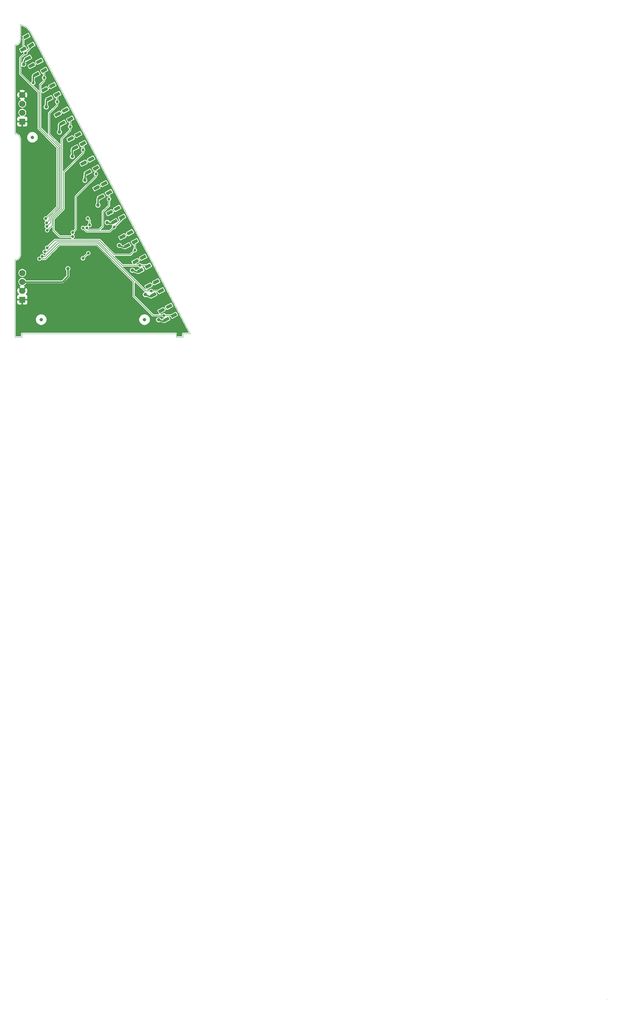
<source format=gbl>
%TF.GenerationSoftware,KiCad,Pcbnew,(5.1.6-0-10_14)*%
%TF.CreationDate,2020-10-15T13:56:33+02:00*%
%TF.ProjectId,nowae031,6e6f7761-6530-4333-912e-6b696361645f,0*%
%TF.SameCoordinates,Original*%
%TF.FileFunction,Copper,L2,Bot*%
%TF.FilePolarity,Positive*%
%FSLAX46Y46*%
G04 Gerber Fmt 4.6, Leading zero omitted, Abs format (unit mm)*
G04 Created by KiCad (PCBNEW (5.1.6-0-10_14)) date 2020-10-15 13:56:33*
%MOMM*%
%LPD*%
G01*
G04 APERTURE LIST*
%TA.AperFunction,Profile*%
%ADD10C,0.050000*%
%TD*%
%TA.AperFunction,Profile*%
%ADD11C,0.200000*%
%TD*%
%TA.AperFunction,Conductor*%
%ADD12C,1.000000*%
%TD*%
%TA.AperFunction,SMDPad,CuDef*%
%ADD13C,0.100000*%
%TD*%
%TA.AperFunction,ComponentPad*%
%ADD14C,1.800000*%
%TD*%
%TA.AperFunction,ComponentPad*%
%ADD15R,1.800000X1.800000*%
%TD*%
%TA.AperFunction,ViaPad*%
%ADD16C,1.000000*%
%TD*%
%TA.AperFunction,ViaPad*%
%ADD17C,0.800000*%
%TD*%
%TA.AperFunction,Conductor*%
%ADD18C,0.400000*%
%TD*%
%TA.AperFunction,Conductor*%
%ADD19C,0.200000*%
%TD*%
G04 APERTURE END LIST*
D10*
X101490000Y-45190000D02*
G75*
G02*
X99990000Y-46690000I-1500000J0D01*
G01*
X99990000Y-72000000D02*
G75*
G02*
X101490000Y-73500000I0J-1500000D01*
G01*
X99990000Y-72000000D02*
X99990000Y-46690000D01*
X100000000Y-130000000D02*
X100000000Y-108000000D01*
X101500000Y-106500000D02*
G75*
G02*
X100000000Y-108000000I-1500000J0D01*
G01*
X101490000Y-73500000D02*
X101500000Y-106500000D01*
X101499908Y-40830540D02*
X101490000Y-45190000D01*
X101499908Y-40830540D02*
G75*
G02*
X104449999Y-42900001I-709908J-4149460D01*
G01*
X104449243Y-42900000D02*
X150000000Y-129000000D01*
X148000000Y-129000000D02*
X150000000Y-129000000D01*
X148000000Y-130000000D02*
X148000000Y-129000000D01*
X146000000Y-130000000D02*
X148000000Y-130000000D01*
X146000000Y-129000000D02*
X146000000Y-130000000D01*
X102000000Y-129000000D02*
X146000000Y-129000000D01*
X102000000Y-130000000D02*
X102000000Y-129000000D01*
X100000000Y-130000000D02*
X102000000Y-130000000D01*
D11*
X268944859Y-318881889D02*
X268944859Y-318881889D01*
D12*
%TO.N,*%
%TO.C,VAL\u002A\u002A*%
X105000000Y-73000000D03*
%TD*%
%TO.N,*%
%TO.C,VAL\u002A\u002A*%
X137000000Y-125000000D03*
%TD*%
%TO.N,*%
%TO.C,VAL\u002A\u002A*%
X107490000Y-125000000D03*
%TD*%
%TA.AperFunction,SMDPad,CuDef*%
D13*
%TO.P,DL102,1*%
%TO.N,Net-(DL102-Pad1)*%
G36*
X102307498Y-44221450D02*
G01*
X103808509Y-43423349D01*
X104231034Y-44218002D01*
X102730023Y-45016103D01*
X102307498Y-44221450D01*
G37*
%TD.AperFunction*%
%TA.AperFunction,SMDPad,CuDef*%
%TO.P,DL102,2*%
%TO.N,/B_LINE1*%
G36*
X103668966Y-46781998D02*
G01*
X105169977Y-45983897D01*
X105592502Y-46778550D01*
X104091491Y-47576651D01*
X103668966Y-46781998D01*
G37*
%TD.AperFunction*%
%TD*%
%TA.AperFunction,SMDPad,CuDef*%
%TO.P,DL104,1*%
%TO.N,Net-(DL104-Pad1)*%
G36*
X106007498Y-51321450D02*
G01*
X107508509Y-50523349D01*
X107931034Y-51318002D01*
X106430023Y-52116103D01*
X106007498Y-51321450D01*
G37*
%TD.AperFunction*%
%TA.AperFunction,SMDPad,CuDef*%
%TO.P,DL104,2*%
%TO.N,/B_LINE2*%
G36*
X107368966Y-53881998D02*
G01*
X108869977Y-53083897D01*
X109292502Y-53878550D01*
X107791491Y-54676651D01*
X107368966Y-53881998D01*
G37*
%TD.AperFunction*%
%TD*%
%TA.AperFunction,SMDPad,CuDef*%
%TO.P,DL106,1*%
%TO.N,Net-(DL106-Pad1)*%
G36*
X109726764Y-58241176D02*
G01*
X111227775Y-57443075D01*
X111650300Y-58237728D01*
X110149289Y-59035829D01*
X109726764Y-58241176D01*
G37*
%TD.AperFunction*%
%TA.AperFunction,SMDPad,CuDef*%
%TO.P,DL106,2*%
%TO.N,/B_LINE3*%
G36*
X111088232Y-60801724D02*
G01*
X112589243Y-60003623D01*
X113011768Y-60798276D01*
X111510757Y-61596377D01*
X111088232Y-60801724D01*
G37*
%TD.AperFunction*%
%TD*%
%TA.AperFunction,SMDPad,CuDef*%
%TO.P,DL108,1*%
%TO.N,Net-(DL108-Pad1)*%
G36*
X113451761Y-65246450D02*
G01*
X114952772Y-64448349D01*
X115375297Y-65243002D01*
X113874286Y-66041103D01*
X113451761Y-65246450D01*
G37*
%TD.AperFunction*%
%TA.AperFunction,SMDPad,CuDef*%
%TO.P,DL108,2*%
%TO.N,/B_LINE4*%
G36*
X114813229Y-67806998D02*
G01*
X116314240Y-67008897D01*
X116736765Y-67803550D01*
X115235754Y-68601651D01*
X114813229Y-67806998D01*
G37*
%TD.AperFunction*%
%TD*%
%TA.AperFunction,SMDPad,CuDef*%
%TO.P,DL110,1*%
%TO.N,Net-(DL110-Pad1)*%
G36*
X117107498Y-72221450D02*
G01*
X118608509Y-71423349D01*
X119031034Y-72218002D01*
X117530023Y-73016103D01*
X117107498Y-72221450D01*
G37*
%TD.AperFunction*%
%TA.AperFunction,SMDPad,CuDef*%
%TO.P,DL110,2*%
%TO.N,/B_LINE5*%
G36*
X118468966Y-74781998D02*
G01*
X119969977Y-73983897D01*
X120392502Y-74778550D01*
X118891491Y-75576651D01*
X118468966Y-74781998D01*
G37*
%TD.AperFunction*%
%TD*%
%TA.AperFunction,SMDPad,CuDef*%
%TO.P,DL112,1*%
%TO.N,Net-(DL112-Pad1)*%
G36*
X120807498Y-79221450D02*
G01*
X122308509Y-78423349D01*
X122731034Y-79218002D01*
X121230023Y-80016103D01*
X120807498Y-79221450D01*
G37*
%TD.AperFunction*%
%TA.AperFunction,SMDPad,CuDef*%
%TO.P,DL112,2*%
%TO.N,/B_LINE6*%
G36*
X122168966Y-81781998D02*
G01*
X123669977Y-80983897D01*
X124092502Y-81778550D01*
X122591491Y-82576651D01*
X122168966Y-81781998D01*
G37*
%TD.AperFunction*%
%TD*%
%TA.AperFunction,SMDPad,CuDef*%
%TO.P,DL114,1*%
%TO.N,Net-(DL114-Pad1)*%
G36*
X124507498Y-86221450D02*
G01*
X126008509Y-85423349D01*
X126431034Y-86218002D01*
X124930023Y-87016103D01*
X124507498Y-86221450D01*
G37*
%TD.AperFunction*%
%TA.AperFunction,SMDPad,CuDef*%
%TO.P,DL114,2*%
%TO.N,/B_LINE7*%
G36*
X125868966Y-88781998D02*
G01*
X127369977Y-87983897D01*
X127792502Y-88778550D01*
X126291491Y-89576651D01*
X125868966Y-88781998D01*
G37*
%TD.AperFunction*%
%TD*%
%TA.AperFunction,SMDPad,CuDef*%
%TO.P,DL116,1*%
%TO.N,Net-(DL116-Pad1)*%
G36*
X128257498Y-93271450D02*
G01*
X129758509Y-92473349D01*
X130181034Y-93268002D01*
X128680023Y-94066103D01*
X128257498Y-93271450D01*
G37*
%TD.AperFunction*%
%TA.AperFunction,SMDPad,CuDef*%
%TO.P,DL116,2*%
%TO.N,/B_LINE8*%
G36*
X129618966Y-95831998D02*
G01*
X131119977Y-95033897D01*
X131542502Y-95828550D01*
X130041491Y-96626651D01*
X129618966Y-95831998D01*
G37*
%TD.AperFunction*%
%TD*%
%TA.AperFunction,SMDPad,CuDef*%
%TO.P,DL118,1*%
%TO.N,Net-(DL118-Pad1)*%
G36*
X131907498Y-100221450D02*
G01*
X133408509Y-99423349D01*
X133831034Y-100218002D01*
X132330023Y-101016103D01*
X131907498Y-100221450D01*
G37*
%TD.AperFunction*%
%TA.AperFunction,SMDPad,CuDef*%
%TO.P,DL118,2*%
%TO.N,/B_LINE9*%
G36*
X133268966Y-102781998D02*
G01*
X134769977Y-101983897D01*
X135192502Y-102778550D01*
X133691491Y-103576651D01*
X133268966Y-102781998D01*
G37*
%TD.AperFunction*%
%TD*%
%TA.AperFunction,SMDPad,CuDef*%
%TO.P,DL120,1*%
%TO.N,Net-(DL120-Pad1)*%
G36*
X135657498Y-107221450D02*
G01*
X137158509Y-106423349D01*
X137581034Y-107218002D01*
X136080023Y-108016103D01*
X135657498Y-107221450D01*
G37*
%TD.AperFunction*%
%TA.AperFunction,SMDPad,CuDef*%
%TO.P,DL120,2*%
%TO.N,/B_LINE10*%
G36*
X137018966Y-109781998D02*
G01*
X138519977Y-108983897D01*
X138942502Y-109778550D01*
X137441491Y-110576651D01*
X137018966Y-109781998D01*
G37*
%TD.AperFunction*%
%TD*%
%TA.AperFunction,SMDPad,CuDef*%
%TO.P,DL122,1*%
%TO.N,Net-(DL122-Pad1)*%
G36*
X139357498Y-114221450D02*
G01*
X140858509Y-113423349D01*
X141281034Y-114218002D01*
X139780023Y-115016103D01*
X139357498Y-114221450D01*
G37*
%TD.AperFunction*%
%TA.AperFunction,SMDPad,CuDef*%
%TO.P,DL122,2*%
%TO.N,/B_LINE11*%
G36*
X140718966Y-116781998D02*
G01*
X142219977Y-115983897D01*
X142642502Y-116778550D01*
X141141491Y-117576651D01*
X140718966Y-116781998D01*
G37*
%TD.AperFunction*%
%TD*%
%TA.AperFunction,SMDPad,CuDef*%
%TO.P,DL124,1*%
%TO.N,Net-(DL124-Pad1)*%
G36*
X143057498Y-121221450D02*
G01*
X144558509Y-120423349D01*
X144981034Y-121218002D01*
X143480023Y-122016103D01*
X143057498Y-121221450D01*
G37*
%TD.AperFunction*%
%TA.AperFunction,SMDPad,CuDef*%
%TO.P,DL124,2*%
%TO.N,/B_LINE12*%
G36*
X144418966Y-123781998D02*
G01*
X145919977Y-122983897D01*
X146342502Y-123778550D01*
X144841491Y-124576651D01*
X144418966Y-123781998D01*
G37*
%TD.AperFunction*%
%TD*%
%TA.AperFunction,SMDPad,CuDef*%
%TO.P,R102,2*%
%TO.N,+3.3V*%
G36*
X102768966Y-50431998D02*
G01*
X104269977Y-49633897D01*
X104692502Y-50428550D01*
X103191491Y-51226651D01*
X102768966Y-50431998D01*
G37*
%TD.AperFunction*%
%TA.AperFunction,SMDPad,CuDef*%
%TO.P,R102,1*%
%TO.N,Net-(DL102-Pad1)*%
G36*
X101407498Y-47871450D02*
G01*
X102908509Y-47073349D01*
X103331034Y-47868002D01*
X101830023Y-48666103D01*
X101407498Y-47871450D01*
G37*
%TD.AperFunction*%
%TD*%
%TA.AperFunction,SMDPad,CuDef*%
%TO.P,R104,2*%
%TO.N,+3.3V*%
G36*
X105168966Y-55081998D02*
G01*
X106669977Y-54283897D01*
X107092502Y-55078550D01*
X105591491Y-55876651D01*
X105168966Y-55081998D01*
G37*
%TD.AperFunction*%
%TA.AperFunction,SMDPad,CuDef*%
%TO.P,R104,1*%
%TO.N,Net-(DL104-Pad1)*%
G36*
X103807498Y-52521450D02*
G01*
X105308509Y-51723349D01*
X105731034Y-52518002D01*
X104230023Y-53316103D01*
X103807498Y-52521450D01*
G37*
%TD.AperFunction*%
%TD*%
%TA.AperFunction,SMDPad,CuDef*%
%TO.P,R106,2*%
%TO.N,+3.3V*%
G36*
X108868966Y-61981998D02*
G01*
X110369977Y-61183897D01*
X110792502Y-61978550D01*
X109291491Y-62776651D01*
X108868966Y-61981998D01*
G37*
%TD.AperFunction*%
%TA.AperFunction,SMDPad,CuDef*%
%TO.P,R106,1*%
%TO.N,Net-(DL106-Pad1)*%
G36*
X107507498Y-59421450D02*
G01*
X109008509Y-58623349D01*
X109431034Y-59418002D01*
X107930023Y-60216103D01*
X107507498Y-59421450D01*
G37*
%TD.AperFunction*%
%TD*%
%TA.AperFunction,SMDPad,CuDef*%
%TO.P,R108,2*%
%TO.N,+3.3V*%
G36*
X112618966Y-68981998D02*
G01*
X114119977Y-68183897D01*
X114542502Y-68978550D01*
X113041491Y-69776651D01*
X112618966Y-68981998D01*
G37*
%TD.AperFunction*%
%TA.AperFunction,SMDPad,CuDef*%
%TO.P,R108,1*%
%TO.N,Net-(DL108-Pad1)*%
G36*
X111257498Y-66421450D02*
G01*
X112758509Y-65623349D01*
X113181034Y-66418002D01*
X111680023Y-67216103D01*
X111257498Y-66421450D01*
G37*
%TD.AperFunction*%
%TD*%
%TA.AperFunction,SMDPad,CuDef*%
%TO.P,R110,2*%
%TO.N,+3.3V*%
G36*
X116268966Y-75981998D02*
G01*
X117769977Y-75183897D01*
X118192502Y-75978550D01*
X116691491Y-76776651D01*
X116268966Y-75981998D01*
G37*
%TD.AperFunction*%
%TA.AperFunction,SMDPad,CuDef*%
%TO.P,R110,1*%
%TO.N,Net-(DL110-Pad1)*%
G36*
X114907498Y-73421450D02*
G01*
X116408509Y-72623349D01*
X116831034Y-73418002D01*
X115330023Y-74216103D01*
X114907498Y-73421450D01*
G37*
%TD.AperFunction*%
%TD*%
%TA.AperFunction,SMDPad,CuDef*%
%TO.P,R112,2*%
%TO.N,+3.3V*%
G36*
X119968966Y-82931998D02*
G01*
X121469977Y-82133897D01*
X121892502Y-82928550D01*
X120391491Y-83726651D01*
X119968966Y-82931998D01*
G37*
%TD.AperFunction*%
%TA.AperFunction,SMDPad,CuDef*%
%TO.P,R112,1*%
%TO.N,Net-(DL112-Pad1)*%
G36*
X118607498Y-80371450D02*
G01*
X120108509Y-79573349D01*
X120531034Y-80368002D01*
X119030023Y-81166103D01*
X118607498Y-80371450D01*
G37*
%TD.AperFunction*%
%TD*%
%TA.AperFunction,SMDPad,CuDef*%
%TO.P,R114,2*%
%TO.N,+3.3V*%
G36*
X123668966Y-89981998D02*
G01*
X125169977Y-89183897D01*
X125592502Y-89978550D01*
X124091491Y-90776651D01*
X123668966Y-89981998D01*
G37*
%TD.AperFunction*%
%TA.AperFunction,SMDPad,CuDef*%
%TO.P,R114,1*%
%TO.N,Net-(DL114-Pad1)*%
G36*
X122307498Y-87421450D02*
G01*
X123808509Y-86623349D01*
X124231034Y-87418002D01*
X122730023Y-88216103D01*
X122307498Y-87421450D01*
G37*
%TD.AperFunction*%
%TD*%
%TA.AperFunction,SMDPad,CuDef*%
%TO.P,R116,2*%
%TO.N,+3.3V*%
G36*
X127424703Y-97056998D02*
G01*
X128925714Y-96258897D01*
X129348239Y-97053550D01*
X127847228Y-97851651D01*
X127424703Y-97056998D01*
G37*
%TD.AperFunction*%
%TA.AperFunction,SMDPad,CuDef*%
%TO.P,R116,1*%
%TO.N,Net-(DL116-Pad1)*%
G36*
X126063235Y-94496450D02*
G01*
X127564246Y-93698349D01*
X127986771Y-94493002D01*
X126485760Y-95291103D01*
X126063235Y-94496450D01*
G37*
%TD.AperFunction*%
%TD*%
%TA.AperFunction,SMDPad,CuDef*%
%TO.P,R118,2*%
%TO.N,+3.3V*%
G36*
X131068966Y-103931998D02*
G01*
X132569977Y-103133897D01*
X132992502Y-103928550D01*
X131491491Y-104726651D01*
X131068966Y-103931998D01*
G37*
%TD.AperFunction*%
%TA.AperFunction,SMDPad,CuDef*%
%TO.P,R118,1*%
%TO.N,Net-(DL118-Pad1)*%
G36*
X129707498Y-101371450D02*
G01*
X131208509Y-100573349D01*
X131631034Y-101368002D01*
X130130023Y-102166103D01*
X129707498Y-101371450D01*
G37*
%TD.AperFunction*%
%TD*%
%TA.AperFunction,SMDPad,CuDef*%
%TO.P,R120,2*%
%TO.N,+3.3V*%
G36*
X134824703Y-111006998D02*
G01*
X136325714Y-110208897D01*
X136748239Y-111003550D01*
X135247228Y-111801651D01*
X134824703Y-111006998D01*
G37*
%TD.AperFunction*%
%TA.AperFunction,SMDPad,CuDef*%
%TO.P,R120,1*%
%TO.N,Net-(DL120-Pad1)*%
G36*
X133463235Y-108446450D02*
G01*
X134964246Y-107648349D01*
X135386771Y-108443002D01*
X133885760Y-109241103D01*
X133463235Y-108446450D01*
G37*
%TD.AperFunction*%
%TD*%
%TA.AperFunction,SMDPad,CuDef*%
%TO.P,R122,2*%
%TO.N,+3.3V*%
G36*
X138518966Y-117981998D02*
G01*
X140019977Y-117183897D01*
X140442502Y-117978550D01*
X138941491Y-118776651D01*
X138518966Y-117981998D01*
G37*
%TD.AperFunction*%
%TA.AperFunction,SMDPad,CuDef*%
%TO.P,R122,1*%
%TO.N,Net-(DL122-Pad1)*%
G36*
X137157498Y-115421450D02*
G01*
X138658509Y-114623349D01*
X139081034Y-115418002D01*
X137580023Y-116216103D01*
X137157498Y-115421450D01*
G37*
%TD.AperFunction*%
%TD*%
%TA.AperFunction,SMDPad,CuDef*%
%TO.P,R124,2*%
%TO.N,+3.3V*%
G36*
X142218966Y-124981998D02*
G01*
X143719977Y-124183897D01*
X144142502Y-124978550D01*
X142641491Y-125776651D01*
X142218966Y-124981998D01*
G37*
%TD.AperFunction*%
%TA.AperFunction,SMDPad,CuDef*%
%TO.P,R124,1*%
%TO.N,Net-(DL124-Pad1)*%
G36*
X140857498Y-122421450D02*
G01*
X142358509Y-121623349D01*
X142781034Y-122418002D01*
X141280023Y-123216103D01*
X140857498Y-122421450D01*
G37*
%TD.AperFunction*%
%TD*%
D14*
%TO.P,P102,2*%
%TO.N,GND*%
X102100000Y-116770000D03*
%TO.P,P102,3*%
%TO.N,+3.3V*%
X102100000Y-114230000D03*
D15*
%TO.P,P102,1*%
%TO.N,GND*%
X102100000Y-119310000D03*
D14*
%TO.P,P102,4*%
%TO.N,+3.3V*%
X102100000Y-111690000D03*
%TD*%
%TO.P,P101,4*%
%TO.N,GND*%
X102100000Y-60890000D03*
D15*
%TO.P,P101,1*%
X102100000Y-68510000D03*
D14*
%TO.P,P101,3*%
%TO.N,/BRANCH_SCL*%
X102100000Y-63430000D03*
%TO.P,P101,2*%
%TO.N,/BRANCH_SDA*%
X102100000Y-65970000D03*
%TD*%
D16*
%TO.N,GND*%
X114350000Y-106030000D03*
X114350000Y-98490000D03*
D17*
X105160000Y-86890000D03*
%TO.N,+3.3V*%
X105257670Y-57462330D03*
D16*
X116370000Y-78480000D03*
X119950001Y-85249999D03*
X141000000Y-125040000D03*
X137212579Y-117867421D03*
X133520000Y-110900000D03*
X129798981Y-103848981D03*
X126333648Y-97296352D03*
X123708777Y-92361223D03*
X112693760Y-71526240D03*
X108919792Y-64350208D03*
X102470000Y-52190000D03*
X115116459Y-110467480D03*
D17*
%TO.N,/B_LINE1*%
X108800000Y-96150000D03*
X103010000Y-48970000D03*
%TO.N,/B_LINE2*%
X109050000Y-97400000D03*
X108320000Y-56030000D03*
%TO.N,/B_LINE3*%
X109080025Y-98419975D03*
X112050000Y-62880000D03*
%TO.N,/B_LINE4*%
X109210050Y-99539950D03*
X115780000Y-69960000D03*
%TO.N,/B_LINE5*%
X116450000Y-101300000D03*
X119430734Y-76559266D03*
%TO.N,/B_LINE6*%
X116500000Y-100150000D03*
X123130734Y-83460734D03*
%TO.N,/B_LINE7*%
X120510000Y-98840000D03*
X126830000Y-90630000D03*
%TO.N,/B_LINE8*%
X119440018Y-98840018D03*
X128310000Y-98600000D03*
%TO.N,/B_LINE9*%
X109200000Y-104500000D03*
X134230734Y-105219266D03*
%TO.N,/B_LINE10*%
X108500000Y-105650000D03*
X135650000Y-109550000D03*
%TO.N,/B_LINE11*%
X107800000Y-106950000D03*
X138880000Y-116840000D03*
%TO.N,/B_LINE12*%
X106980000Y-107670000D03*
X142500000Y-123810000D03*
%TO.N,/BRANCH_SCL*%
X120957525Y-106062525D03*
X119410000Y-107525000D03*
X121315000Y-98025000D03*
X120795000Y-96185000D03*
%TD*%
D18*
%TO.N,+3.3V*%
X105257670Y-57462330D02*
X105200000Y-55540000D01*
X105200000Y-55540000D02*
X106130734Y-55080274D01*
X102470000Y-52190000D02*
X102470000Y-52190000D01*
X102650000Y-51000000D02*
X103730734Y-50430274D01*
X112693760Y-71526240D02*
X112660000Y-69450000D01*
X112660000Y-69450000D02*
X113580734Y-68980274D01*
X117230734Y-75980274D02*
X116300000Y-76480000D01*
X116300000Y-76480000D02*
X116370000Y-78480000D01*
X119950001Y-85249999D02*
X120000000Y-83410000D01*
X120000000Y-83410000D02*
X120930734Y-82930274D01*
X141000000Y-125040000D02*
X142270000Y-125500000D01*
X142270000Y-125500000D02*
X143180734Y-124980274D01*
X137212579Y-117867421D02*
X138550000Y-118490000D01*
X138550000Y-118490000D02*
X139480734Y-117980274D01*
X135786471Y-111005274D02*
X134870000Y-111490000D01*
X134870000Y-111490000D02*
X133520000Y-110900000D01*
X132030734Y-103930274D02*
X131120000Y-104440000D01*
X131120000Y-104440000D02*
X129798981Y-103848981D01*
X126333648Y-97296352D02*
X127410000Y-97560000D01*
X127410000Y-97560000D02*
X128386471Y-97055274D01*
X124630734Y-89980274D02*
X123710000Y-90480000D01*
X123710000Y-90480000D02*
X123708777Y-92361223D01*
X108910000Y-62480000D02*
X108919792Y-64350208D01*
X109830734Y-61980274D02*
X108910000Y-62480000D01*
X108919792Y-64350208D02*
X108920000Y-64390000D01*
X102470000Y-52190000D02*
X102650000Y-51000000D01*
X115116459Y-110467480D02*
X115116459Y-112633541D01*
X113520000Y-114230000D02*
X102100000Y-114230000D01*
X115116459Y-112633541D02*
X113520000Y-114230000D01*
D19*
%TO.N,/B_LINE1*%
X104630734Y-47289930D02*
X104630734Y-46780274D01*
X102980332Y-48940332D02*
X103010000Y-48970000D01*
X102980332Y-48940332D02*
X104630734Y-47289930D01*
X101550000Y-54900000D02*
X101550000Y-50370664D01*
X112149970Y-75899970D02*
X106807478Y-70557478D01*
X106807478Y-70557478D02*
X106807478Y-60157478D01*
X101550000Y-50370664D02*
X102980332Y-48940332D01*
X112149970Y-92852936D02*
X112149970Y-75899970D01*
X108852906Y-96150000D02*
X112149970Y-92852936D01*
X106807478Y-60157478D02*
X101550000Y-54900000D01*
X108800000Y-96150000D02*
X108852906Y-96150000D01*
%TO.N,Net-(DL102-Pad1)*%
X102369266Y-45119726D02*
X103269266Y-44219726D01*
X102369266Y-47869726D02*
X102369266Y-45119726D01*
%TO.N,/B_LINE2*%
X108330734Y-56919266D02*
X108330734Y-53880274D01*
X107207488Y-58042512D02*
X108330734Y-56919266D01*
X107207488Y-70327488D02*
X107207488Y-58042512D01*
X112549980Y-75669980D02*
X107207488Y-70327488D01*
X112549980Y-93018624D02*
X112549980Y-75669980D01*
X109809302Y-95759302D02*
X112549980Y-93018624D01*
X109799980Y-95768622D02*
X109809302Y-95759302D01*
X109799980Y-96650020D02*
X109799980Y-95768622D01*
X109050000Y-97400000D02*
X109799980Y-96650020D01*
%TO.N,Net-(DL104-Pad1)*%
X104769266Y-52519726D02*
X106969266Y-51319726D01*
%TO.N,/B_LINE3*%
X109080025Y-98419975D02*
X109480024Y-98019976D01*
X112050000Y-63850000D02*
X112050000Y-60800000D01*
X109750000Y-66150000D02*
X112050000Y-63850000D01*
X109750000Y-72220000D02*
X109750000Y-66150000D01*
X112949990Y-75419990D02*
X109750000Y-72220000D01*
X110634302Y-95500000D02*
X112949990Y-93184312D01*
X112949990Y-93184312D02*
X112949990Y-75419990D01*
X110199990Y-95934311D02*
X110634302Y-95500000D01*
X110199990Y-97300010D02*
X110199990Y-95934311D01*
X109080025Y-98419975D02*
X110199990Y-97300010D01*
%TO.N,Net-(DL106-Pad1)*%
X108469266Y-59419726D02*
X110688532Y-58239452D01*
%TO.N,/B_LINE4*%
X109210050Y-99539950D02*
X110000000Y-98750000D01*
X115774997Y-67805274D02*
X115774997Y-70975003D01*
X115774997Y-70975003D02*
X113350000Y-73400000D01*
X113350000Y-73400000D02*
X113350000Y-93350000D01*
X113350000Y-93350000D02*
X110600000Y-96100000D01*
X110600000Y-98150000D02*
X109210050Y-99539950D01*
X110600000Y-96100000D02*
X110600000Y-98150000D01*
%TO.N,Net-(DL108-Pad1)*%
X112219266Y-66419726D02*
X114413529Y-65244726D01*
%TO.N,/B_LINE5*%
X112750000Y-101300000D02*
X116450000Y-101300000D01*
X111000010Y-99550010D02*
X112750000Y-101300000D01*
X111000010Y-96299990D02*
X111000010Y-99550010D01*
X113850000Y-93450000D02*
X111000010Y-96299990D01*
X113850000Y-83070000D02*
X113850000Y-93450000D01*
X119430734Y-77489266D02*
X113850000Y-83070000D01*
X119430734Y-76559266D02*
X119430734Y-77489266D01*
X119430734Y-74780274D02*
X119430734Y-76559266D01*
%TO.N,Net-(DL110-Pad1)*%
X115869266Y-73419726D02*
X118069266Y-72219726D01*
%TO.N,/B_LINE6*%
X116500000Y-100150000D02*
X117380000Y-99270000D01*
X117380000Y-89920000D02*
X120745000Y-86555000D01*
X120745000Y-86555000D02*
X123130734Y-84169266D01*
X117380000Y-99270000D02*
X117380000Y-89920000D01*
X123130734Y-83460734D02*
X123130734Y-81780274D01*
X123130734Y-84169266D02*
X123130734Y-83460734D01*
%TO.N,Net-(DL112-Pad1)*%
X119569266Y-80369726D02*
X121769266Y-79219726D01*
%TO.N,/B_LINE7*%
X126830734Y-92529266D02*
X126830734Y-88780274D01*
X126010000Y-93350000D02*
X126830734Y-92529266D01*
X126000000Y-93350000D02*
X126010000Y-93350000D01*
X125075000Y-98355000D02*
X125075000Y-94275000D01*
X124040000Y-99390000D02*
X125075000Y-98355000D01*
X125075000Y-94275000D02*
X126000000Y-93350000D01*
X120510000Y-98840000D02*
X121060000Y-99390000D01*
X121060000Y-99390000D02*
X124040000Y-99390000D01*
%TO.N,Net-(DL114-Pad1)*%
X123269266Y-87419726D02*
X125469266Y-86219726D01*
%TO.N,/B_LINE8*%
X130580734Y-96339930D02*
X127130653Y-99790011D01*
X120390011Y-99790011D02*
X119440018Y-98840018D01*
X127130653Y-99790011D02*
X120390011Y-99790011D01*
X130580734Y-95830274D02*
X130580734Y-96339930D01*
%TO.N,Net-(DL116-Pad1)*%
X127025003Y-94494726D02*
X129219266Y-93269726D01*
%TO.N,/B_LINE9*%
X134230734Y-105219266D02*
X134230734Y-102780274D01*
X132940000Y-106510000D02*
X134230734Y-105219266D01*
X124120000Y-102290000D02*
X128340000Y-106510000D01*
X109200000Y-104500000D02*
X111410000Y-102290000D01*
X111410000Y-102290000D02*
X124120000Y-102290000D01*
X128340000Y-106510000D02*
X132940000Y-106510000D01*
%TO.N,Net-(DL118-Pad1)*%
X130669266Y-101369726D02*
X132869266Y-100219726D01*
%TO.N,/B_LINE10*%
X137741573Y-109541113D02*
X137980734Y-109780274D01*
X108500000Y-105650000D02*
X109100000Y-105650000D01*
X123770000Y-102720000D02*
X130591113Y-109541113D01*
X109100000Y-105650000D02*
X112030000Y-102720000D01*
X112030000Y-102720000D02*
X123770000Y-102720000D01*
X135641113Y-109541113D02*
X135650000Y-109550000D01*
X130591113Y-109541113D02*
X135641113Y-109541113D01*
X135641113Y-109541113D02*
X137741573Y-109541113D01*
%TO.N,Net-(DL120-Pad1)*%
X136619266Y-107219726D02*
X134425003Y-108444726D01*
%TO.N,/B_LINE11*%
X141611008Y-116850000D02*
X141680734Y-116780274D01*
X123560000Y-103160000D02*
X137250000Y-116850000D01*
X137250000Y-116850000D02*
X141611008Y-116850000D01*
X112390000Y-103160000D02*
X123560000Y-103160000D01*
X108600000Y-106950000D02*
X112390000Y-103160000D01*
X107800000Y-106950000D02*
X108600000Y-106950000D01*
%TO.N,Net-(DL122-Pad1)*%
X140319266Y-114219726D02*
X138119266Y-115419726D01*
%TO.N,/B_LINE12*%
X145361008Y-123800000D02*
X145380734Y-123780274D01*
X112660000Y-103660000D02*
X110700000Y-105620000D01*
X108660000Y-107670000D02*
X106980000Y-107670000D01*
X133870000Y-114150000D02*
X123380000Y-103660000D01*
X110700000Y-105620000D02*
X110700000Y-105630000D01*
X123380000Y-103660000D02*
X112660000Y-103660000D01*
X133870000Y-118270000D02*
X133870000Y-114150000D01*
X139400000Y-123800000D02*
X133870000Y-118270000D01*
X140160000Y-123800000D02*
X139400000Y-123800000D01*
X139439452Y-123800000D02*
X140160000Y-123800000D01*
X110700000Y-105630000D02*
X108660000Y-107670000D01*
X140160000Y-123800000D02*
X145361008Y-123800000D01*
%TO.N,Net-(DL124-Pad1)*%
X141819266Y-122419726D02*
X144019266Y-121219726D01*
%TO.N,/BRANCH_SCL*%
X120872475Y-106062525D02*
X120957525Y-106062525D01*
X119410000Y-107525000D02*
X120872475Y-106062525D01*
X121315000Y-96705000D02*
X120795000Y-96185000D01*
X121315000Y-98025000D02*
X121315000Y-96705000D01*
%TD*%
%TO.N,GND*%
G36*
X102175819Y-41352511D02*
G01*
X102854006Y-41690767D01*
X103453579Y-42154312D01*
X103956694Y-42731215D01*
X104164516Y-43056796D01*
X149460381Y-128675000D01*
X148015961Y-128675000D01*
X148000000Y-128673428D01*
X147984040Y-128675000D01*
X147984039Y-128675000D01*
X147936289Y-128679703D01*
X147875026Y-128698287D01*
X147818566Y-128728465D01*
X147769079Y-128769079D01*
X147728465Y-128818566D01*
X147698287Y-128875026D01*
X147679703Y-128936289D01*
X147673428Y-129000000D01*
X147675001Y-129015971D01*
X147675000Y-129675000D01*
X146325000Y-129675000D01*
X146325000Y-129015961D01*
X146326572Y-129000000D01*
X146320297Y-128936289D01*
X146301713Y-128875026D01*
X146271535Y-128818566D01*
X146230921Y-128769079D01*
X146181434Y-128728465D01*
X146124974Y-128698287D01*
X146063711Y-128679703D01*
X146015961Y-128675000D01*
X146015960Y-128675000D01*
X146000000Y-128673428D01*
X145984039Y-128675000D01*
X102015961Y-128675000D01*
X102000000Y-128673428D01*
X101984040Y-128675000D01*
X101984039Y-128675000D01*
X101936289Y-128679703D01*
X101875026Y-128698287D01*
X101818566Y-128728465D01*
X101769079Y-128769079D01*
X101728465Y-128818566D01*
X101698287Y-128875026D01*
X101679703Y-128936289D01*
X101673428Y-129000000D01*
X101675001Y-129015971D01*
X101675000Y-129675000D01*
X100325000Y-129675000D01*
X100325000Y-124842414D01*
X105890000Y-124842414D01*
X105890000Y-125157586D01*
X105951487Y-125466703D01*
X106072098Y-125757884D01*
X106247199Y-126019941D01*
X106470059Y-126242801D01*
X106732116Y-126417902D01*
X107023297Y-126538513D01*
X107332414Y-126600000D01*
X107647586Y-126600000D01*
X107956703Y-126538513D01*
X108247884Y-126417902D01*
X108509941Y-126242801D01*
X108732801Y-126019941D01*
X108907902Y-125757884D01*
X109028513Y-125466703D01*
X109090000Y-125157586D01*
X109090000Y-124842414D01*
X135400000Y-124842414D01*
X135400000Y-125157586D01*
X135461487Y-125466703D01*
X135582098Y-125757884D01*
X135757199Y-126019941D01*
X135980059Y-126242801D01*
X136242116Y-126417902D01*
X136533297Y-126538513D01*
X136842414Y-126600000D01*
X137157586Y-126600000D01*
X137466703Y-126538513D01*
X137757884Y-126417902D01*
X138019941Y-126242801D01*
X138242801Y-126019941D01*
X138417902Y-125757884D01*
X138538513Y-125466703D01*
X138600000Y-125157586D01*
X138600000Y-124842414D01*
X138538513Y-124533297D01*
X138417902Y-124242116D01*
X138242801Y-123980059D01*
X138019941Y-123757199D01*
X137757884Y-123582098D01*
X137466703Y-123461487D01*
X137157586Y-123400000D01*
X136842414Y-123400000D01*
X136533297Y-123461487D01*
X136242116Y-123582098D01*
X135980059Y-123757199D01*
X135757199Y-123980059D01*
X135582098Y-124242116D01*
X135461487Y-124533297D01*
X135400000Y-124842414D01*
X109090000Y-124842414D01*
X109028513Y-124533297D01*
X108907902Y-124242116D01*
X108732801Y-123980059D01*
X108509941Y-123757199D01*
X108247884Y-123582098D01*
X107956703Y-123461487D01*
X107647586Y-123400000D01*
X107332414Y-123400000D01*
X107023297Y-123461487D01*
X106732116Y-123582098D01*
X106470059Y-123757199D01*
X106247199Y-123980059D01*
X106072098Y-124242116D01*
X105951487Y-124533297D01*
X105890000Y-124842414D01*
X100325000Y-124842414D01*
X100325000Y-120210000D01*
X100589058Y-120210000D01*
X100600797Y-120329189D01*
X100635563Y-120443797D01*
X100692020Y-120549421D01*
X100767999Y-120642001D01*
X100860579Y-120717980D01*
X100966203Y-120774437D01*
X101080811Y-120809203D01*
X101200000Y-120820942D01*
X101794000Y-120818000D01*
X101946000Y-120666000D01*
X101946000Y-119464000D01*
X102254000Y-119464000D01*
X102254000Y-120666000D01*
X102406000Y-120818000D01*
X103000000Y-120820942D01*
X103119189Y-120809203D01*
X103233797Y-120774437D01*
X103339421Y-120717980D01*
X103432001Y-120642001D01*
X103507980Y-120549421D01*
X103564437Y-120443797D01*
X103599203Y-120329189D01*
X103610942Y-120210000D01*
X103608000Y-119616000D01*
X103456000Y-119464000D01*
X102254000Y-119464000D01*
X101946000Y-119464000D01*
X100744000Y-119464000D01*
X100592000Y-119616000D01*
X100589058Y-120210000D01*
X100325000Y-120210000D01*
X100325000Y-116864699D01*
X100587665Y-116864699D01*
X100635199Y-117157922D01*
X100739024Y-117436237D01*
X100789928Y-117531469D01*
X101033278Y-117618931D01*
X100919970Y-117732239D01*
X101017679Y-117829948D01*
X100966203Y-117845563D01*
X100860579Y-117902020D01*
X100767999Y-117977999D01*
X100692020Y-118070579D01*
X100635563Y-118176203D01*
X100600797Y-118290811D01*
X100589058Y-118410000D01*
X100592000Y-119004000D01*
X100744000Y-119156000D01*
X101946000Y-119156000D01*
X101946000Y-119136000D01*
X102254000Y-119136000D01*
X102254000Y-119156000D01*
X103456000Y-119156000D01*
X103608000Y-119004000D01*
X103610942Y-118410000D01*
X103599203Y-118290811D01*
X103564437Y-118176203D01*
X103507980Y-118070579D01*
X103432001Y-117977999D01*
X103339421Y-117902020D01*
X103233797Y-117845563D01*
X103182321Y-117829948D01*
X103280030Y-117732239D01*
X103166722Y-117618931D01*
X103410072Y-117531469D01*
X103533455Y-117261255D01*
X103601751Y-116972163D01*
X103612335Y-116675301D01*
X103564801Y-116382078D01*
X103460976Y-116103763D01*
X103410072Y-116008531D01*
X103166721Y-115921068D01*
X102317789Y-116770000D01*
X102331931Y-116784142D01*
X102114142Y-117001931D01*
X102100000Y-116987789D01*
X102085858Y-117001931D01*
X101868069Y-116784142D01*
X101882211Y-116770000D01*
X101033279Y-115921068D01*
X100789928Y-116008531D01*
X100666545Y-116278745D01*
X100598249Y-116567837D01*
X100587665Y-116864699D01*
X100325000Y-116864699D01*
X100325000Y-114111810D01*
X100900000Y-114111810D01*
X100900000Y-114348190D01*
X100946116Y-114580027D01*
X101036574Y-114798413D01*
X101167899Y-114994955D01*
X101335045Y-115162101D01*
X101531587Y-115293426D01*
X101632068Y-115335047D01*
X101433763Y-115409024D01*
X101338531Y-115459928D01*
X101251068Y-115703279D01*
X102100000Y-116552211D01*
X102948932Y-115703279D01*
X102861469Y-115459928D01*
X102591255Y-115336545D01*
X102574099Y-115332492D01*
X102668413Y-115293426D01*
X102864955Y-115162101D01*
X103032101Y-114994955D01*
X103163426Y-114798413D01*
X103191763Y-114730000D01*
X113495440Y-114730000D01*
X113520000Y-114732419D01*
X113544560Y-114730000D01*
X113618017Y-114722765D01*
X113712267Y-114694175D01*
X113799129Y-114647746D01*
X113875264Y-114585264D01*
X113890929Y-114566176D01*
X115452640Y-113004466D01*
X115471723Y-112988805D01*
X115534205Y-112912670D01*
X115580634Y-112825808D01*
X115609224Y-112731558D01*
X115616459Y-112658101D01*
X115618878Y-112633541D01*
X115616459Y-112608981D01*
X115616459Y-111095543D01*
X115626429Y-111088881D01*
X115737860Y-110977450D01*
X115825410Y-110846422D01*
X115885716Y-110700831D01*
X115916459Y-110546273D01*
X115916459Y-110388687D01*
X115885716Y-110234129D01*
X115825410Y-110088538D01*
X115737860Y-109957510D01*
X115626429Y-109846079D01*
X115495401Y-109758529D01*
X115349810Y-109698223D01*
X115195252Y-109667480D01*
X115037666Y-109667480D01*
X114883108Y-109698223D01*
X114737517Y-109758529D01*
X114606489Y-109846079D01*
X114495058Y-109957510D01*
X114407508Y-110088538D01*
X114347202Y-110234129D01*
X114316459Y-110388687D01*
X114316459Y-110546273D01*
X114347202Y-110700831D01*
X114407508Y-110846422D01*
X114495058Y-110977450D01*
X114606489Y-111088881D01*
X114616459Y-111095543D01*
X114616460Y-112426434D01*
X113312895Y-113730000D01*
X103191763Y-113730000D01*
X103163426Y-113661587D01*
X103032101Y-113465045D01*
X102864955Y-113297899D01*
X102668413Y-113166574D01*
X102450027Y-113076116D01*
X102218190Y-113030000D01*
X101981810Y-113030000D01*
X101749973Y-113076116D01*
X101531587Y-113166574D01*
X101335045Y-113297899D01*
X101167899Y-113465045D01*
X101036574Y-113661587D01*
X100946116Y-113879973D01*
X100900000Y-114111810D01*
X100325000Y-114111810D01*
X100325000Y-111571810D01*
X100900000Y-111571810D01*
X100900000Y-111808190D01*
X100946116Y-112040027D01*
X101036574Y-112258413D01*
X101167899Y-112454955D01*
X101335045Y-112622101D01*
X101531587Y-112753426D01*
X101749973Y-112843884D01*
X101981810Y-112890000D01*
X102218190Y-112890000D01*
X102450027Y-112843884D01*
X102668413Y-112753426D01*
X102864955Y-112622101D01*
X103032101Y-112454955D01*
X103163426Y-112258413D01*
X103253884Y-112040027D01*
X103300000Y-111808190D01*
X103300000Y-111571810D01*
X103253884Y-111339973D01*
X103163426Y-111121587D01*
X103032101Y-110925045D01*
X102864955Y-110757899D01*
X102668413Y-110626574D01*
X102450027Y-110536116D01*
X102218190Y-110490000D01*
X101981810Y-110490000D01*
X101749973Y-110536116D01*
X101531587Y-110626574D01*
X101335045Y-110757899D01*
X101167899Y-110925045D01*
X101036574Y-111121587D01*
X100946116Y-111339973D01*
X100900000Y-111571810D01*
X100325000Y-111571810D01*
X100325000Y-108293696D01*
X100335588Y-108292583D01*
X100364449Y-108286658D01*
X100393378Y-108281140D01*
X100397722Y-108279828D01*
X100677378Y-108193261D01*
X100704513Y-108181854D01*
X100731844Y-108170811D01*
X100735851Y-108168680D01*
X100993367Y-108029442D01*
X101017787Y-108012970D01*
X101042435Y-107996841D01*
X101045952Y-107993973D01*
X101271519Y-107807368D01*
X101292283Y-107786458D01*
X101313320Y-107765857D01*
X101316213Y-107762361D01*
X101501239Y-107535497D01*
X101517562Y-107510929D01*
X101534181Y-107486657D01*
X101536340Y-107482665D01*
X101673777Y-107224184D01*
X101684993Y-107196970D01*
X101696605Y-107169877D01*
X101697948Y-107165542D01*
X101782562Y-106885287D01*
X101788284Y-106856389D01*
X101794407Y-106827579D01*
X101794882Y-106823066D01*
X101823449Y-106531714D01*
X101823449Y-106531701D01*
X101825004Y-106515862D01*
X101814995Y-73483941D01*
X101813560Y-73469417D01*
X101813625Y-73460074D01*
X101813183Y-73455557D01*
X101782583Y-73164412D01*
X101776660Y-73135558D01*
X101771140Y-73106622D01*
X101769828Y-73102278D01*
X101689387Y-72842414D01*
X103400000Y-72842414D01*
X103400000Y-73157586D01*
X103461487Y-73466703D01*
X103582098Y-73757884D01*
X103757199Y-74019941D01*
X103980059Y-74242801D01*
X104242116Y-74417902D01*
X104533297Y-74538513D01*
X104842414Y-74600000D01*
X105157586Y-74600000D01*
X105466703Y-74538513D01*
X105757884Y-74417902D01*
X106019941Y-74242801D01*
X106242801Y-74019941D01*
X106417902Y-73757884D01*
X106538513Y-73466703D01*
X106600000Y-73157586D01*
X106600000Y-72842414D01*
X106538513Y-72533297D01*
X106417902Y-72242116D01*
X106242801Y-71980059D01*
X106019941Y-71757199D01*
X105757884Y-71582098D01*
X105466703Y-71461487D01*
X105157586Y-71400000D01*
X104842414Y-71400000D01*
X104533297Y-71461487D01*
X104242116Y-71582098D01*
X103980059Y-71757199D01*
X103757199Y-71980059D01*
X103582098Y-72242116D01*
X103461487Y-72533297D01*
X103400000Y-72842414D01*
X101689387Y-72842414D01*
X101683260Y-72822622D01*
X101671862Y-72795507D01*
X101660811Y-72768156D01*
X101658680Y-72764149D01*
X101519441Y-72506633D01*
X101502988Y-72482240D01*
X101486841Y-72457565D01*
X101483973Y-72454048D01*
X101297368Y-72228481D01*
X101276474Y-72207733D01*
X101255857Y-72186680D01*
X101252361Y-72183787D01*
X101025497Y-71998761D01*
X101000952Y-71982454D01*
X100976657Y-71965819D01*
X100972665Y-71963660D01*
X100714184Y-71826223D01*
X100686970Y-71815007D01*
X100659877Y-71803395D01*
X100655542Y-71802052D01*
X100375288Y-71717438D01*
X100346375Y-71711714D01*
X100317579Y-71705593D01*
X100315000Y-71705322D01*
X100315000Y-69410000D01*
X100589058Y-69410000D01*
X100600797Y-69529189D01*
X100635563Y-69643797D01*
X100692020Y-69749421D01*
X100767999Y-69842001D01*
X100860579Y-69917980D01*
X100966203Y-69974437D01*
X101080811Y-70009203D01*
X101200000Y-70020942D01*
X101794000Y-70018000D01*
X101946000Y-69866000D01*
X101946000Y-68664000D01*
X102254000Y-68664000D01*
X102254000Y-69866000D01*
X102406000Y-70018000D01*
X103000000Y-70020942D01*
X103119189Y-70009203D01*
X103233797Y-69974437D01*
X103339421Y-69917980D01*
X103432001Y-69842001D01*
X103507980Y-69749421D01*
X103564437Y-69643797D01*
X103599203Y-69529189D01*
X103610942Y-69410000D01*
X103608000Y-68816000D01*
X103456000Y-68664000D01*
X102254000Y-68664000D01*
X101946000Y-68664000D01*
X100744000Y-68664000D01*
X100592000Y-68816000D01*
X100589058Y-69410000D01*
X100315000Y-69410000D01*
X100315000Y-67610000D01*
X100589058Y-67610000D01*
X100592000Y-68204000D01*
X100744000Y-68356000D01*
X101946000Y-68356000D01*
X101946000Y-68336000D01*
X102254000Y-68336000D01*
X102254000Y-68356000D01*
X103456000Y-68356000D01*
X103608000Y-68204000D01*
X103610942Y-67610000D01*
X103599203Y-67490811D01*
X103564437Y-67376203D01*
X103507980Y-67270579D01*
X103432001Y-67177999D01*
X103339421Y-67102020D01*
X103233797Y-67045563D01*
X103119189Y-67010797D01*
X103000000Y-66999058D01*
X102717756Y-67000456D01*
X102864955Y-66902101D01*
X103032101Y-66734955D01*
X103163426Y-66538413D01*
X103253884Y-66320027D01*
X103300000Y-66088190D01*
X103300000Y-65851810D01*
X103253884Y-65619973D01*
X103163426Y-65401587D01*
X103032101Y-65205045D01*
X102864955Y-65037899D01*
X102668413Y-64906574D01*
X102450027Y-64816116D01*
X102218190Y-64770000D01*
X101981810Y-64770000D01*
X101749973Y-64816116D01*
X101531587Y-64906574D01*
X101335045Y-65037899D01*
X101167899Y-65205045D01*
X101036574Y-65401587D01*
X100946116Y-65619973D01*
X100900000Y-65851810D01*
X100900000Y-66088190D01*
X100946116Y-66320027D01*
X101036574Y-66538413D01*
X101167899Y-66734955D01*
X101335045Y-66902101D01*
X101482244Y-67000456D01*
X101200000Y-66999058D01*
X101080811Y-67010797D01*
X100966203Y-67045563D01*
X100860579Y-67102020D01*
X100767999Y-67177999D01*
X100692020Y-67270579D01*
X100635563Y-67376203D01*
X100600797Y-67490811D01*
X100589058Y-67610000D01*
X100315000Y-67610000D01*
X100315000Y-63311810D01*
X100900000Y-63311810D01*
X100900000Y-63548190D01*
X100946116Y-63780027D01*
X101036574Y-63998413D01*
X101167899Y-64194955D01*
X101335045Y-64362101D01*
X101531587Y-64493426D01*
X101749973Y-64583884D01*
X101981810Y-64630000D01*
X102218190Y-64630000D01*
X102450027Y-64583884D01*
X102668413Y-64493426D01*
X102864955Y-64362101D01*
X103032101Y-64194955D01*
X103163426Y-63998413D01*
X103253884Y-63780027D01*
X103300000Y-63548190D01*
X103300000Y-63311810D01*
X103253884Y-63079973D01*
X103163426Y-62861587D01*
X103032101Y-62665045D01*
X102864955Y-62497899D01*
X102668413Y-62366574D01*
X102567932Y-62324953D01*
X102766237Y-62250976D01*
X102861469Y-62200072D01*
X102948932Y-61956721D01*
X102100000Y-61107789D01*
X101251068Y-61956721D01*
X101338531Y-62200072D01*
X101608745Y-62323455D01*
X101625901Y-62327508D01*
X101531587Y-62366574D01*
X101335045Y-62497899D01*
X101167899Y-62665045D01*
X101036574Y-62861587D01*
X100946116Y-63079973D01*
X100900000Y-63311810D01*
X100315000Y-63311810D01*
X100315000Y-60984699D01*
X100587665Y-60984699D01*
X100635199Y-61277922D01*
X100739024Y-61556237D01*
X100789928Y-61651469D01*
X101033279Y-61738932D01*
X101882211Y-60890000D01*
X102317789Y-60890000D01*
X103166721Y-61738932D01*
X103410072Y-61651469D01*
X103533455Y-61381255D01*
X103601751Y-61092163D01*
X103612335Y-60795301D01*
X103564801Y-60502078D01*
X103460976Y-60223763D01*
X103410072Y-60128531D01*
X103166721Y-60041068D01*
X102317789Y-60890000D01*
X101882211Y-60890000D01*
X101033279Y-60041068D01*
X100789928Y-60128531D01*
X100666545Y-60398745D01*
X100598249Y-60687837D01*
X100587665Y-60984699D01*
X100315000Y-60984699D01*
X100315000Y-59823279D01*
X101251068Y-59823279D01*
X102100000Y-60672211D01*
X102948932Y-59823279D01*
X102861469Y-59579928D01*
X102591255Y-59456545D01*
X102302163Y-59388249D01*
X102005301Y-59377665D01*
X101712078Y-59425199D01*
X101433763Y-59529024D01*
X101338531Y-59579928D01*
X101251068Y-59823279D01*
X100315000Y-59823279D01*
X100315000Y-47900343D01*
X101107435Y-47900343D01*
X101118837Y-47958327D01*
X101141333Y-48012973D01*
X101563858Y-48807626D01*
X101596581Y-48856833D01*
X101638276Y-48898710D01*
X101687340Y-48931648D01*
X101741887Y-48954382D01*
X101799821Y-48966037D01*
X101858916Y-48966166D01*
X101916900Y-48954764D01*
X101971546Y-48932268D01*
X102351675Y-48730150D01*
X102336901Y-48765818D01*
X102310000Y-48901056D01*
X102310000Y-49038944D01*
X102311001Y-49043977D01*
X101281048Y-50073931D01*
X101265790Y-50086453D01*
X101253268Y-50101711D01*
X101253265Y-50101714D01*
X101215803Y-50147362D01*
X101178661Y-50216850D01*
X101155788Y-50292251D01*
X101148065Y-50370664D01*
X101150001Y-50390320D01*
X101150000Y-54880354D01*
X101148065Y-54900000D01*
X101150000Y-54919646D01*
X101155788Y-54978413D01*
X101178660Y-55053813D01*
X101215803Y-55123302D01*
X101265789Y-55184211D01*
X101281052Y-55196737D01*
X106407479Y-60323164D01*
X106407478Y-70537832D01*
X106405543Y-70557478D01*
X106407478Y-70577124D01*
X106413266Y-70635891D01*
X106436138Y-70711291D01*
X106473281Y-70780780D01*
X106523267Y-70841689D01*
X106538530Y-70854215D01*
X111749971Y-76065656D01*
X111749970Y-92687251D01*
X108967597Y-95469624D01*
X108868944Y-95450000D01*
X108731056Y-95450000D01*
X108595818Y-95476901D01*
X108468426Y-95529668D01*
X108353776Y-95606274D01*
X108256274Y-95703776D01*
X108179668Y-95818426D01*
X108126901Y-95945818D01*
X108100000Y-96081056D01*
X108100000Y-96218944D01*
X108126901Y-96354182D01*
X108179668Y-96481574D01*
X108256274Y-96596224D01*
X108353776Y-96693726D01*
X108468426Y-96770332D01*
X108595818Y-96823099D01*
X108640211Y-96831929D01*
X108603776Y-96856274D01*
X108506274Y-96953776D01*
X108429668Y-97068426D01*
X108376901Y-97195818D01*
X108350000Y-97331056D01*
X108350000Y-97468944D01*
X108376901Y-97604182D01*
X108429668Y-97731574D01*
X108506274Y-97846224D01*
X108585050Y-97925000D01*
X108536299Y-97973751D01*
X108459693Y-98088401D01*
X108406926Y-98215793D01*
X108380025Y-98351031D01*
X108380025Y-98488919D01*
X108406926Y-98624157D01*
X108459693Y-98751549D01*
X108536299Y-98866199D01*
X108633801Y-98963701D01*
X108731242Y-99028808D01*
X108666324Y-99093726D01*
X108589718Y-99208376D01*
X108536951Y-99335768D01*
X108510050Y-99471006D01*
X108510050Y-99608894D01*
X108536951Y-99744132D01*
X108589718Y-99871524D01*
X108666324Y-99986174D01*
X108763826Y-100083676D01*
X108878476Y-100160282D01*
X109005868Y-100213049D01*
X109141106Y-100239950D01*
X109278994Y-100239950D01*
X109414232Y-100213049D01*
X109541624Y-100160282D01*
X109656274Y-100083676D01*
X109753776Y-99986174D01*
X109830382Y-99871524D01*
X109883149Y-99744132D01*
X109910050Y-99608894D01*
X109910050Y-99471006D01*
X109899204Y-99416481D01*
X110296735Y-99018951D01*
X110600011Y-98715675D01*
X110600011Y-99530354D01*
X110598075Y-99550010D01*
X110605798Y-99628423D01*
X110628671Y-99703824D01*
X110665813Y-99773312D01*
X110703275Y-99818960D01*
X110703278Y-99818963D01*
X110715800Y-99834221D01*
X110731058Y-99846743D01*
X112453263Y-101568948D01*
X112465789Y-101584211D01*
X112526697Y-101634197D01*
X112596186Y-101671340D01*
X112671586Y-101694212D01*
X112685862Y-101695618D01*
X112750000Y-101701935D01*
X112769647Y-101700000D01*
X115875388Y-101700000D01*
X115906274Y-101746224D01*
X116003776Y-101843726D01*
X116073031Y-101890000D01*
X111429646Y-101890000D01*
X111410000Y-101888065D01*
X111390353Y-101890000D01*
X111331586Y-101895788D01*
X111256186Y-101918660D01*
X111186697Y-101955803D01*
X111141049Y-101993265D01*
X111141047Y-101993267D01*
X111125789Y-102005789D01*
X111113267Y-102021047D01*
X109323469Y-103810846D01*
X109268944Y-103800000D01*
X109131056Y-103800000D01*
X108995818Y-103826901D01*
X108868426Y-103879668D01*
X108753776Y-103956274D01*
X108656274Y-104053776D01*
X108579668Y-104168426D01*
X108526901Y-104295818D01*
X108500000Y-104431056D01*
X108500000Y-104568944D01*
X108526901Y-104704182D01*
X108579668Y-104831574D01*
X108656274Y-104946224D01*
X108682672Y-104972622D01*
X108568944Y-104950000D01*
X108431056Y-104950000D01*
X108295818Y-104976901D01*
X108168426Y-105029668D01*
X108053776Y-105106274D01*
X107956274Y-105203776D01*
X107879668Y-105318426D01*
X107826901Y-105445818D01*
X107800000Y-105581056D01*
X107800000Y-105718944D01*
X107826901Y-105854182D01*
X107879668Y-105981574D01*
X107956274Y-106096224D01*
X108053776Y-106193726D01*
X108168426Y-106270332D01*
X108295818Y-106323099D01*
X108431056Y-106350000D01*
X108568944Y-106350000D01*
X108650547Y-106333768D01*
X108434315Y-106550000D01*
X108374612Y-106550000D01*
X108343726Y-106503776D01*
X108246224Y-106406274D01*
X108131574Y-106329668D01*
X108004182Y-106276901D01*
X107868944Y-106250000D01*
X107731056Y-106250000D01*
X107595818Y-106276901D01*
X107468426Y-106329668D01*
X107353776Y-106406274D01*
X107256274Y-106503776D01*
X107179668Y-106618426D01*
X107126901Y-106745818D01*
X107100000Y-106881056D01*
X107100000Y-106980156D01*
X107048944Y-106970000D01*
X106911056Y-106970000D01*
X106775818Y-106996901D01*
X106648426Y-107049668D01*
X106533776Y-107126274D01*
X106436274Y-107223776D01*
X106359668Y-107338426D01*
X106306901Y-107465818D01*
X106280000Y-107601056D01*
X106280000Y-107738944D01*
X106306901Y-107874182D01*
X106359668Y-108001574D01*
X106436274Y-108116224D01*
X106533776Y-108213726D01*
X106648426Y-108290332D01*
X106775818Y-108343099D01*
X106911056Y-108370000D01*
X107048944Y-108370000D01*
X107184182Y-108343099D01*
X107311574Y-108290332D01*
X107426224Y-108213726D01*
X107523726Y-108116224D01*
X107554612Y-108070000D01*
X108640354Y-108070000D01*
X108660000Y-108071935D01*
X108679646Y-108070000D01*
X108679647Y-108070000D01*
X108738414Y-108064212D01*
X108813814Y-108041340D01*
X108883303Y-108004197D01*
X108944211Y-107954211D01*
X108956737Y-107938948D01*
X109439629Y-107456056D01*
X118710000Y-107456056D01*
X118710000Y-107593944D01*
X118736901Y-107729182D01*
X118789668Y-107856574D01*
X118866274Y-107971224D01*
X118963776Y-108068726D01*
X119078426Y-108145332D01*
X119205818Y-108198099D01*
X119341056Y-108225000D01*
X119478944Y-108225000D01*
X119614182Y-108198099D01*
X119741574Y-108145332D01*
X119856224Y-108068726D01*
X119953726Y-107971224D01*
X120030332Y-107856574D01*
X120083099Y-107729182D01*
X120110000Y-107593944D01*
X120110000Y-107456056D01*
X120099154Y-107401531D01*
X120763117Y-106737568D01*
X120888581Y-106762525D01*
X121026469Y-106762525D01*
X121161707Y-106735624D01*
X121289099Y-106682857D01*
X121403749Y-106606251D01*
X121501251Y-106508749D01*
X121577857Y-106394099D01*
X121630624Y-106266707D01*
X121657525Y-106131469D01*
X121657525Y-105993581D01*
X121630624Y-105858343D01*
X121577857Y-105730951D01*
X121501251Y-105616301D01*
X121403749Y-105518799D01*
X121289099Y-105442193D01*
X121161707Y-105389426D01*
X121026469Y-105362525D01*
X120888581Y-105362525D01*
X120753343Y-105389426D01*
X120625951Y-105442193D01*
X120511301Y-105518799D01*
X120413799Y-105616301D01*
X120337193Y-105730951D01*
X120284426Y-105858343D01*
X120257525Y-105993581D01*
X120257525Y-106111789D01*
X119533469Y-106835846D01*
X119478944Y-106825000D01*
X119341056Y-106825000D01*
X119205818Y-106851901D01*
X119078426Y-106904668D01*
X118963776Y-106981274D01*
X118866274Y-107078776D01*
X118789668Y-107193426D01*
X118736901Y-107320818D01*
X118710000Y-107456056D01*
X109439629Y-107456056D01*
X110968948Y-105926737D01*
X110984211Y-105914211D01*
X111017784Y-105873302D01*
X111034197Y-105853303D01*
X111036281Y-105849404D01*
X112825685Y-104060000D01*
X123214315Y-104060000D01*
X133470001Y-114315687D01*
X133470000Y-118250354D01*
X133468065Y-118270000D01*
X133470000Y-118289646D01*
X133475788Y-118348413D01*
X133498660Y-118423813D01*
X133535803Y-118493302D01*
X133585789Y-118554211D01*
X133601052Y-118566737D01*
X139103267Y-124068953D01*
X139115789Y-124084211D01*
X139131047Y-124096733D01*
X139131049Y-124096735D01*
X139176697Y-124134197D01*
X139246186Y-124171340D01*
X139321586Y-124194212D01*
X139400000Y-124201935D01*
X139419646Y-124200000D01*
X141918707Y-124200000D01*
X141956274Y-124256224D01*
X142053776Y-124353726D01*
X142168426Y-124430332D01*
X142295818Y-124483099D01*
X142431056Y-124510000D01*
X142464559Y-124510000D01*
X142077443Y-124715833D01*
X142028236Y-124748557D01*
X141986359Y-124790252D01*
X141953421Y-124839315D01*
X141948268Y-124851680D01*
X141759604Y-124783345D01*
X141708951Y-124661058D01*
X141621401Y-124530030D01*
X141509970Y-124418599D01*
X141378942Y-124331049D01*
X141233351Y-124270743D01*
X141078793Y-124240000D01*
X140921207Y-124240000D01*
X140766649Y-124270743D01*
X140621058Y-124331049D01*
X140490030Y-124418599D01*
X140378599Y-124530030D01*
X140291049Y-124661058D01*
X140230743Y-124806649D01*
X140200000Y-124961207D01*
X140200000Y-125118793D01*
X140230743Y-125273351D01*
X140291049Y-125418942D01*
X140378599Y-125549970D01*
X140490030Y-125661401D01*
X140621058Y-125748951D01*
X140766649Y-125809257D01*
X140921207Y-125840000D01*
X141078793Y-125840000D01*
X141233351Y-125809257D01*
X141378942Y-125748951D01*
X141417675Y-125723071D01*
X142095633Y-125968630D01*
X142137527Y-125984639D01*
X142166174Y-125989517D01*
X142194345Y-125996690D01*
X142214618Y-125997765D01*
X142234621Y-126001171D01*
X142263668Y-126000366D01*
X142292698Y-126001906D01*
X142312786Y-125999006D01*
X142333074Y-125998444D01*
X142361416Y-125991985D01*
X142390179Y-125987833D01*
X142409313Y-125981071D01*
X142419392Y-125978774D01*
X142449744Y-126009258D01*
X142498808Y-126042196D01*
X142553355Y-126064930D01*
X142611289Y-126076585D01*
X142670384Y-126076714D01*
X142728368Y-126065312D01*
X142783014Y-126042816D01*
X144284025Y-125244715D01*
X144333232Y-125211991D01*
X144375109Y-125170296D01*
X144408047Y-125121233D01*
X144430781Y-125066686D01*
X144442436Y-125008752D01*
X144442565Y-124949657D01*
X144431163Y-124891673D01*
X144408667Y-124837027D01*
X144069953Y-124200000D01*
X144299808Y-124200000D01*
X144575326Y-124718174D01*
X144608049Y-124767381D01*
X144649744Y-124809258D01*
X144698808Y-124842196D01*
X144753355Y-124864930D01*
X144811289Y-124876585D01*
X144870384Y-124876714D01*
X144928368Y-124865312D01*
X144983014Y-124842816D01*
X146484025Y-124044715D01*
X146533232Y-124011991D01*
X146575109Y-123970296D01*
X146608047Y-123921233D01*
X146630781Y-123866686D01*
X146642436Y-123808752D01*
X146642565Y-123749657D01*
X146631163Y-123691673D01*
X146608667Y-123637027D01*
X146186142Y-122842374D01*
X146153419Y-122793167D01*
X146111724Y-122751290D01*
X146062660Y-122718352D01*
X146008113Y-122695618D01*
X145950179Y-122683963D01*
X145891084Y-122683834D01*
X145833100Y-122695236D01*
X145778454Y-122717732D01*
X144495293Y-123400000D01*
X143067930Y-123400000D01*
X143043726Y-123363776D01*
X142946224Y-123266274D01*
X142831574Y-123189668D01*
X142704182Y-123136901D01*
X142568944Y-123110000D01*
X142431056Y-123110000D01*
X142295818Y-123136901D01*
X142168426Y-123189668D01*
X142053776Y-123266274D01*
X141956274Y-123363776D01*
X141932070Y-123400000D01*
X141576270Y-123400000D01*
X142922557Y-122684167D01*
X142971764Y-122651443D01*
X143013641Y-122609748D01*
X143046579Y-122560685D01*
X143069313Y-122506138D01*
X143080968Y-122448204D01*
X143081097Y-122389109D01*
X143069695Y-122331125D01*
X143047199Y-122276479D01*
X143017976Y-122221519D01*
X143196155Y-122124331D01*
X143213858Y-122157626D01*
X143246581Y-122206833D01*
X143288276Y-122248710D01*
X143337340Y-122281648D01*
X143391887Y-122304382D01*
X143449821Y-122316037D01*
X143508916Y-122316166D01*
X143566900Y-122304764D01*
X143621546Y-122282268D01*
X145122557Y-121484167D01*
X145171764Y-121451443D01*
X145213641Y-121409748D01*
X145246579Y-121360685D01*
X145269313Y-121306138D01*
X145280968Y-121248204D01*
X145281097Y-121189109D01*
X145269695Y-121131125D01*
X145247199Y-121076479D01*
X144824674Y-120281826D01*
X144791951Y-120232619D01*
X144750256Y-120190742D01*
X144701192Y-120157804D01*
X144646645Y-120135070D01*
X144588711Y-120123415D01*
X144529616Y-120123286D01*
X144471632Y-120134688D01*
X144416986Y-120157184D01*
X142915975Y-120955285D01*
X142866768Y-120988009D01*
X142824891Y-121029704D01*
X142791953Y-121078767D01*
X142769219Y-121133314D01*
X142757564Y-121191248D01*
X142757435Y-121250343D01*
X142768837Y-121308327D01*
X142791333Y-121362973D01*
X142820556Y-121417933D01*
X142642378Y-121515121D01*
X142624674Y-121481826D01*
X142591951Y-121432619D01*
X142550256Y-121390742D01*
X142501192Y-121357804D01*
X142446645Y-121335070D01*
X142388711Y-121323415D01*
X142329616Y-121323286D01*
X142271632Y-121334688D01*
X142216986Y-121357184D01*
X140715975Y-122155285D01*
X140666768Y-122188009D01*
X140624891Y-122229704D01*
X140591953Y-122278767D01*
X140569219Y-122333314D01*
X140557564Y-122391248D01*
X140557435Y-122450343D01*
X140568837Y-122508327D01*
X140591333Y-122562973D01*
X141013858Y-123357626D01*
X141042037Y-123400000D01*
X139565686Y-123400000D01*
X134270000Y-118104315D01*
X134270000Y-114435685D01*
X136946172Y-117111857D01*
X136833637Y-117158470D01*
X136702609Y-117246020D01*
X136591178Y-117357451D01*
X136503628Y-117488479D01*
X136443322Y-117634070D01*
X136412579Y-117788628D01*
X136412579Y-117946214D01*
X136443322Y-118100772D01*
X136503628Y-118246363D01*
X136591178Y-118377391D01*
X136702609Y-118488822D01*
X136833637Y-118576372D01*
X136979228Y-118636678D01*
X137133786Y-118667421D01*
X137291372Y-118667421D01*
X137445930Y-118636678D01*
X137569960Y-118585303D01*
X138306482Y-118928160D01*
X138317681Y-118935479D01*
X138351027Y-118948896D01*
X138361255Y-118953657D01*
X138373819Y-118958066D01*
X138409054Y-118972243D01*
X138420197Y-118974342D01*
X138430903Y-118978099D01*
X138468528Y-118983445D01*
X138505843Y-118990474D01*
X138517181Y-118990359D01*
X138528414Y-118991955D01*
X138566345Y-118989859D01*
X138604329Y-118989473D01*
X138615432Y-118987147D01*
X138626756Y-118986521D01*
X138663550Y-118977065D01*
X138700727Y-118969276D01*
X138707414Y-118966426D01*
X138708049Y-118967381D01*
X138749744Y-119009258D01*
X138798808Y-119042196D01*
X138853355Y-119064930D01*
X138911289Y-119076585D01*
X138970384Y-119076714D01*
X139028368Y-119065312D01*
X139083014Y-119042816D01*
X140584025Y-118244715D01*
X140633232Y-118211991D01*
X140675109Y-118170296D01*
X140708047Y-118121233D01*
X140730781Y-118066686D01*
X140742436Y-118008752D01*
X140742565Y-117949657D01*
X140731163Y-117891673D01*
X140708667Y-117837027D01*
X140396539Y-117250000D01*
X140626393Y-117250000D01*
X140875326Y-117718174D01*
X140908049Y-117767381D01*
X140949744Y-117809258D01*
X140998808Y-117842196D01*
X141053355Y-117864930D01*
X141111289Y-117876585D01*
X141170384Y-117876714D01*
X141228368Y-117865312D01*
X141283014Y-117842816D01*
X142784025Y-117044715D01*
X142833232Y-117011991D01*
X142875109Y-116970296D01*
X142908047Y-116921233D01*
X142930781Y-116866686D01*
X142942436Y-116808752D01*
X142942565Y-116749657D01*
X142931163Y-116691673D01*
X142908667Y-116637027D01*
X142486142Y-115842374D01*
X142453419Y-115793167D01*
X142411724Y-115751290D01*
X142362660Y-115718352D01*
X142308113Y-115695618D01*
X142250179Y-115683963D01*
X142191084Y-115683834D01*
X142133100Y-115695236D01*
X142078454Y-115717732D01*
X140701257Y-116450000D01*
X139461293Y-116450000D01*
X139423726Y-116393776D01*
X139326224Y-116296274D01*
X139211574Y-116219668D01*
X139084182Y-116166901D01*
X138948944Y-116140000D01*
X138811056Y-116140000D01*
X138675818Y-116166901D01*
X138548426Y-116219668D01*
X138433776Y-116296274D01*
X138336274Y-116393776D01*
X138298707Y-116450000D01*
X137782233Y-116450000D01*
X139222557Y-115684167D01*
X139271764Y-115651443D01*
X139313641Y-115609748D01*
X139346579Y-115560685D01*
X139369313Y-115506138D01*
X139380968Y-115448204D01*
X139381097Y-115389109D01*
X139369695Y-115331125D01*
X139347199Y-115276479D01*
X139317976Y-115221519D01*
X139496155Y-115124331D01*
X139513858Y-115157626D01*
X139546581Y-115206833D01*
X139588276Y-115248710D01*
X139637340Y-115281648D01*
X139691887Y-115304382D01*
X139749821Y-115316037D01*
X139808916Y-115316166D01*
X139866900Y-115304764D01*
X139921546Y-115282268D01*
X141422557Y-114484167D01*
X141471764Y-114451443D01*
X141513641Y-114409748D01*
X141546579Y-114360685D01*
X141569313Y-114306138D01*
X141580968Y-114248204D01*
X141581097Y-114189109D01*
X141569695Y-114131125D01*
X141547199Y-114076479D01*
X141124674Y-113281826D01*
X141091951Y-113232619D01*
X141050256Y-113190742D01*
X141001192Y-113157804D01*
X140946645Y-113135070D01*
X140888711Y-113123415D01*
X140829616Y-113123286D01*
X140771632Y-113134688D01*
X140716986Y-113157184D01*
X139215975Y-113955285D01*
X139166768Y-113988009D01*
X139124891Y-114029704D01*
X139091953Y-114078767D01*
X139069219Y-114133314D01*
X139057564Y-114191248D01*
X139057435Y-114250343D01*
X139068837Y-114308327D01*
X139091333Y-114362973D01*
X139120556Y-114417933D01*
X138942378Y-114515121D01*
X138924674Y-114481826D01*
X138891951Y-114432619D01*
X138850256Y-114390742D01*
X138801192Y-114357804D01*
X138746645Y-114335070D01*
X138688711Y-114323415D01*
X138629616Y-114323286D01*
X138571632Y-114334688D01*
X138516986Y-114357184D01*
X137015975Y-115155285D01*
X136966768Y-115188009D01*
X136924891Y-115229704D01*
X136891953Y-115278767D01*
X136869219Y-115333314D01*
X136857564Y-115391248D01*
X136857435Y-115450343D01*
X136868837Y-115508327D01*
X136891333Y-115562973D01*
X137303125Y-116337440D01*
X130906798Y-109941113D01*
X135069450Y-109941113D01*
X135106274Y-109996224D01*
X135203776Y-110093726D01*
X135318426Y-110170332D01*
X135445818Y-110223099D01*
X135581056Y-110250000D01*
X135606303Y-110250000D01*
X134683180Y-110740833D01*
X134633973Y-110773557D01*
X134592096Y-110815252D01*
X134588136Y-110821150D01*
X134294459Y-110692803D01*
X134289257Y-110666649D01*
X134228951Y-110521058D01*
X134141401Y-110390030D01*
X134029970Y-110278599D01*
X133898942Y-110191049D01*
X133753351Y-110130743D01*
X133598793Y-110100000D01*
X133441207Y-110100000D01*
X133286649Y-110130743D01*
X133141058Y-110191049D01*
X133010030Y-110278599D01*
X132898599Y-110390030D01*
X132811049Y-110521058D01*
X132750743Y-110666649D01*
X132720000Y-110821207D01*
X132720000Y-110978793D01*
X132750743Y-111133351D01*
X132811049Y-111278942D01*
X132898599Y-111409970D01*
X133010030Y-111521401D01*
X133141058Y-111608951D01*
X133286649Y-111669257D01*
X133441207Y-111700000D01*
X133598793Y-111700000D01*
X133753351Y-111669257D01*
X133896210Y-111610083D01*
X134628108Y-111929949D01*
X134631228Y-111932054D01*
X134673126Y-111949624D01*
X134692273Y-111957992D01*
X134695845Y-111959151D01*
X134722056Y-111970143D01*
X134742568Y-111974316D01*
X134762480Y-111980779D01*
X134790716Y-111984112D01*
X134818570Y-111989779D01*
X134839499Y-111989871D01*
X134860292Y-111992325D01*
X134888634Y-111990086D01*
X134917060Y-111990210D01*
X134937607Y-111986216D01*
X134958478Y-111984567D01*
X134985845Y-111976839D01*
X135001435Y-111973809D01*
X135013786Y-111992381D01*
X135055481Y-112034258D01*
X135104545Y-112067196D01*
X135159092Y-112089930D01*
X135217026Y-112101585D01*
X135276121Y-112101714D01*
X135334105Y-112090312D01*
X135388751Y-112067816D01*
X136889762Y-111269715D01*
X136938969Y-111236991D01*
X136980846Y-111195296D01*
X137013784Y-111146233D01*
X137036518Y-111091686D01*
X137048173Y-111033752D01*
X137048302Y-110974657D01*
X137036900Y-110916673D01*
X137014404Y-110862027D01*
X136591879Y-110067374D01*
X136559156Y-110018167D01*
X136517461Y-109976290D01*
X136468397Y-109943352D01*
X136463025Y-109941113D01*
X136762155Y-109941113D01*
X137175326Y-110718174D01*
X137208049Y-110767381D01*
X137249744Y-110809258D01*
X137298808Y-110842196D01*
X137353355Y-110864930D01*
X137411289Y-110876585D01*
X137470384Y-110876714D01*
X137528368Y-110865312D01*
X137583014Y-110842816D01*
X139084025Y-110044715D01*
X139133232Y-110011991D01*
X139175109Y-109970296D01*
X139208047Y-109921233D01*
X139230781Y-109866686D01*
X139242436Y-109808752D01*
X139242565Y-109749657D01*
X139231163Y-109691673D01*
X139208667Y-109637027D01*
X138786142Y-108842374D01*
X138753419Y-108793167D01*
X138711724Y-108751290D01*
X138662660Y-108718352D01*
X138608113Y-108695618D01*
X138550179Y-108683963D01*
X138491084Y-108683834D01*
X138433100Y-108695236D01*
X138378454Y-108717732D01*
X137582189Y-109141113D01*
X136218674Y-109141113D01*
X136193726Y-109103776D01*
X136096224Y-109006274D01*
X135981574Y-108929668D01*
X135854182Y-108876901D01*
X135718944Y-108850000D01*
X135581056Y-108850000D01*
X135445818Y-108876901D01*
X135318426Y-108929668D01*
X135203776Y-109006274D01*
X135106274Y-109103776D01*
X135081326Y-109141113D01*
X134715921Y-109141113D01*
X135528294Y-108709167D01*
X135577501Y-108676443D01*
X135619378Y-108634748D01*
X135652316Y-108585685D01*
X135675050Y-108531138D01*
X135686705Y-108473204D01*
X135686834Y-108414109D01*
X135675432Y-108356125D01*
X135652936Y-108301479D01*
X135618429Y-108236580D01*
X135801497Y-108134378D01*
X135813858Y-108157626D01*
X135846581Y-108206833D01*
X135888276Y-108248710D01*
X135937340Y-108281648D01*
X135991887Y-108304382D01*
X136049821Y-108316037D01*
X136108916Y-108316166D01*
X136166900Y-108304764D01*
X136221546Y-108282268D01*
X137722557Y-107484167D01*
X137771764Y-107451443D01*
X137813641Y-107409748D01*
X137846579Y-107360685D01*
X137869313Y-107306138D01*
X137880968Y-107248204D01*
X137881097Y-107189109D01*
X137869695Y-107131125D01*
X137847199Y-107076479D01*
X137424674Y-106281826D01*
X137391951Y-106232619D01*
X137350256Y-106190742D01*
X137301192Y-106157804D01*
X137246645Y-106135070D01*
X137188711Y-106123415D01*
X137129616Y-106123286D01*
X137071632Y-106134688D01*
X137016986Y-106157184D01*
X135515975Y-106955285D01*
X135466768Y-106988009D01*
X135424891Y-107029704D01*
X135391953Y-107078767D01*
X135369219Y-107133314D01*
X135357564Y-107191248D01*
X135357435Y-107250343D01*
X135368837Y-107308327D01*
X135391333Y-107362973D01*
X135425840Y-107427872D01*
X135242772Y-107530074D01*
X135230411Y-107506826D01*
X135197688Y-107457619D01*
X135155993Y-107415742D01*
X135106929Y-107382804D01*
X135052382Y-107360070D01*
X134994448Y-107348415D01*
X134935353Y-107348286D01*
X134877369Y-107359688D01*
X134822723Y-107382184D01*
X133321712Y-108180285D01*
X133272505Y-108213009D01*
X133230628Y-108254704D01*
X133197690Y-108303767D01*
X133174956Y-108358314D01*
X133163301Y-108416248D01*
X133163172Y-108475343D01*
X133174574Y-108533327D01*
X133197070Y-108587973D01*
X133491180Y-109141113D01*
X130756798Y-109141113D01*
X128525685Y-106910000D01*
X132920354Y-106910000D01*
X132940000Y-106911935D01*
X132959646Y-106910000D01*
X132959647Y-106910000D01*
X133018414Y-106904212D01*
X133093814Y-106881340D01*
X133163303Y-106844197D01*
X133224211Y-106794211D01*
X133236737Y-106778948D01*
X134107265Y-105908420D01*
X134161790Y-105919266D01*
X134299678Y-105919266D01*
X134434916Y-105892365D01*
X134562308Y-105839598D01*
X134676958Y-105762992D01*
X134774460Y-105665490D01*
X134851066Y-105550840D01*
X134903833Y-105423448D01*
X134930734Y-105288210D01*
X134930734Y-105150322D01*
X134903833Y-105015084D01*
X134851066Y-104887692D01*
X134774460Y-104773042D01*
X134676958Y-104675540D01*
X134630734Y-104644654D01*
X134630734Y-103418661D01*
X135334025Y-103044715D01*
X135383232Y-103011991D01*
X135425109Y-102970296D01*
X135458047Y-102921233D01*
X135480781Y-102866686D01*
X135492436Y-102808752D01*
X135492565Y-102749657D01*
X135481163Y-102691673D01*
X135458667Y-102637027D01*
X135036142Y-101842374D01*
X135003419Y-101793167D01*
X134961724Y-101751290D01*
X134912660Y-101718352D01*
X134858113Y-101695618D01*
X134800179Y-101683963D01*
X134741084Y-101683834D01*
X134683100Y-101695236D01*
X134628454Y-101717732D01*
X133127443Y-102515833D01*
X133078236Y-102548557D01*
X133036359Y-102590252D01*
X133003421Y-102639315D01*
X132980687Y-102693862D01*
X132969032Y-102751796D01*
X132968903Y-102810891D01*
X132980305Y-102868875D01*
X133002801Y-102923521D01*
X133425326Y-103718174D01*
X133458049Y-103767381D01*
X133499744Y-103809258D01*
X133548808Y-103842196D01*
X133603355Y-103864930D01*
X133661289Y-103876585D01*
X133720384Y-103876714D01*
X133778368Y-103865312D01*
X133830735Y-103843754D01*
X133830734Y-104644654D01*
X133784510Y-104675540D01*
X133687008Y-104773042D01*
X133610402Y-104887692D01*
X133557635Y-105015084D01*
X133530734Y-105150322D01*
X133530734Y-105288210D01*
X133541580Y-105342735D01*
X132774315Y-106110000D01*
X128505686Y-106110000D01*
X126165874Y-103770188D01*
X128998981Y-103770188D01*
X128998981Y-103927774D01*
X129029724Y-104082332D01*
X129090030Y-104227923D01*
X129177580Y-104358951D01*
X129289011Y-104470382D01*
X129420039Y-104557932D01*
X129565630Y-104618238D01*
X129720188Y-104648981D01*
X129877774Y-104648981D01*
X130032332Y-104618238D01*
X130168237Y-104561944D01*
X130881750Y-104881168D01*
X130891791Y-104887599D01*
X130926600Y-104901233D01*
X130938224Y-104906434D01*
X130949480Y-104910195D01*
X130983498Y-104923520D01*
X130996097Y-104925773D01*
X131008231Y-104929828D01*
X131044484Y-104934427D01*
X131080452Y-104940859D01*
X131093240Y-104940611D01*
X131105939Y-104942222D01*
X131142394Y-104939659D01*
X131178924Y-104938951D01*
X131191426Y-104936211D01*
X131204188Y-104935314D01*
X131239437Y-104925690D01*
X131261507Y-104920854D01*
X131299744Y-104959258D01*
X131348808Y-104992196D01*
X131403355Y-105014930D01*
X131461289Y-105026585D01*
X131520384Y-105026714D01*
X131578368Y-105015312D01*
X131633014Y-104992816D01*
X133134025Y-104194715D01*
X133183232Y-104161991D01*
X133225109Y-104120296D01*
X133258047Y-104071233D01*
X133280781Y-104016686D01*
X133292436Y-103958752D01*
X133292565Y-103899657D01*
X133281163Y-103841673D01*
X133258667Y-103787027D01*
X132836142Y-102992374D01*
X132803419Y-102943167D01*
X132761724Y-102901290D01*
X132712660Y-102868352D01*
X132658113Y-102845618D01*
X132600179Y-102833963D01*
X132541084Y-102833834D01*
X132483100Y-102845236D01*
X132428454Y-102867732D01*
X130927443Y-103665833D01*
X130878236Y-103698557D01*
X130836359Y-103740252D01*
X130823407Y-103759545D01*
X130574734Y-103648291D01*
X130568238Y-103615630D01*
X130507932Y-103470039D01*
X130420382Y-103339011D01*
X130308951Y-103227580D01*
X130177923Y-103140030D01*
X130032332Y-103079724D01*
X129877774Y-103048981D01*
X129720188Y-103048981D01*
X129565630Y-103079724D01*
X129420039Y-103140030D01*
X129289011Y-103227580D01*
X129177580Y-103339011D01*
X129090030Y-103470039D01*
X129029724Y-103615630D01*
X128998981Y-103770188D01*
X126165874Y-103770188D01*
X124416737Y-102021052D01*
X124404211Y-102005789D01*
X124343303Y-101955803D01*
X124273814Y-101918660D01*
X124198414Y-101895788D01*
X124139647Y-101890000D01*
X124139646Y-101890000D01*
X124120000Y-101888065D01*
X124100354Y-101890000D01*
X116826969Y-101890000D01*
X116896224Y-101843726D01*
X116993726Y-101746224D01*
X117070332Y-101631574D01*
X117123099Y-101504182D01*
X117143754Y-101400343D01*
X129407435Y-101400343D01*
X129418837Y-101458327D01*
X129441333Y-101512973D01*
X129863858Y-102307626D01*
X129896581Y-102356833D01*
X129938276Y-102398710D01*
X129987340Y-102431648D01*
X130041887Y-102454382D01*
X130099821Y-102466037D01*
X130158916Y-102466166D01*
X130216900Y-102454764D01*
X130271546Y-102432268D01*
X131772557Y-101634167D01*
X131821764Y-101601443D01*
X131863641Y-101559748D01*
X131896579Y-101510685D01*
X131919313Y-101456138D01*
X131930968Y-101398204D01*
X131931097Y-101339109D01*
X131919695Y-101281125D01*
X131897199Y-101226479D01*
X131877529Y-101189486D01*
X132036589Y-101106341D01*
X132063858Y-101157626D01*
X132096581Y-101206833D01*
X132138276Y-101248710D01*
X132187340Y-101281648D01*
X132241887Y-101304382D01*
X132299821Y-101316037D01*
X132358916Y-101316166D01*
X132416900Y-101304764D01*
X132471546Y-101282268D01*
X133972557Y-100484167D01*
X134021764Y-100451443D01*
X134063641Y-100409748D01*
X134096579Y-100360685D01*
X134119313Y-100306138D01*
X134130968Y-100248204D01*
X134131097Y-100189109D01*
X134119695Y-100131125D01*
X134097199Y-100076479D01*
X133674674Y-99281826D01*
X133641951Y-99232619D01*
X133600256Y-99190742D01*
X133551192Y-99157804D01*
X133496645Y-99135070D01*
X133438711Y-99123415D01*
X133379616Y-99123286D01*
X133321632Y-99134688D01*
X133266986Y-99157184D01*
X131765975Y-99955285D01*
X131716768Y-99988009D01*
X131674891Y-100029704D01*
X131641953Y-100078767D01*
X131619219Y-100133314D01*
X131607564Y-100191248D01*
X131607435Y-100250343D01*
X131618837Y-100308327D01*
X131641333Y-100362973D01*
X131661003Y-100399966D01*
X131501943Y-100483111D01*
X131474674Y-100431826D01*
X131441951Y-100382619D01*
X131400256Y-100340742D01*
X131351192Y-100307804D01*
X131296645Y-100285070D01*
X131238711Y-100273415D01*
X131179616Y-100273286D01*
X131121632Y-100284688D01*
X131066986Y-100307184D01*
X129565975Y-101105285D01*
X129516768Y-101138009D01*
X129474891Y-101179704D01*
X129441953Y-101228767D01*
X129419219Y-101283314D01*
X129407564Y-101341248D01*
X129407435Y-101400343D01*
X117143754Y-101400343D01*
X117150000Y-101368944D01*
X117150000Y-101231056D01*
X117123099Y-101095818D01*
X117070332Y-100968426D01*
X116993726Y-100853776D01*
X116896224Y-100756274D01*
X116874419Y-100741704D01*
X116946224Y-100693726D01*
X117043726Y-100596224D01*
X117120332Y-100481574D01*
X117173099Y-100354182D01*
X117200000Y-100218944D01*
X117200000Y-100081056D01*
X117189154Y-100026531D01*
X117648954Y-99566732D01*
X117664211Y-99554211D01*
X117691418Y-99521060D01*
X117714197Y-99493303D01*
X117751340Y-99423815D01*
X117774212Y-99348414D01*
X117781935Y-99270000D01*
X117780000Y-99250354D01*
X117780000Y-98771074D01*
X118740018Y-98771074D01*
X118740018Y-98908962D01*
X118766919Y-99044200D01*
X118819686Y-99171592D01*
X118896292Y-99286242D01*
X118993794Y-99383744D01*
X119108444Y-99460350D01*
X119235836Y-99513117D01*
X119371074Y-99540018D01*
X119508962Y-99540018D01*
X119563487Y-99529172D01*
X120093278Y-100058964D01*
X120105800Y-100074222D01*
X120121058Y-100086744D01*
X120121060Y-100086746D01*
X120145251Y-100106599D01*
X120166708Y-100124208D01*
X120236197Y-100161351D01*
X120310915Y-100184016D01*
X120311597Y-100184223D01*
X120390011Y-100191946D01*
X120409657Y-100190011D01*
X127111007Y-100190011D01*
X127130653Y-100191946D01*
X127150299Y-100190011D01*
X127150300Y-100190011D01*
X127209067Y-100184223D01*
X127284467Y-100161351D01*
X127353956Y-100124208D01*
X127414864Y-100074222D01*
X127427390Y-100058959D01*
X128195426Y-99290923D01*
X128241056Y-99300000D01*
X128378944Y-99300000D01*
X128514182Y-99273099D01*
X128641574Y-99220332D01*
X128756224Y-99143726D01*
X128853726Y-99046224D01*
X128930332Y-98931574D01*
X128983099Y-98804182D01*
X129010000Y-98668944D01*
X129010000Y-98531056D01*
X129000923Y-98485426D01*
X130849682Y-96636667D01*
X130864945Y-96624141D01*
X130914931Y-96563233D01*
X130952074Y-96493744D01*
X130955634Y-96482007D01*
X131684025Y-96094715D01*
X131733232Y-96061991D01*
X131775109Y-96020296D01*
X131808047Y-95971233D01*
X131830781Y-95916686D01*
X131842436Y-95858752D01*
X131842565Y-95799657D01*
X131831163Y-95741673D01*
X131808667Y-95687027D01*
X131386142Y-94892374D01*
X131353419Y-94843167D01*
X131311724Y-94801290D01*
X131262660Y-94768352D01*
X131208113Y-94745618D01*
X131150179Y-94733963D01*
X131091084Y-94733834D01*
X131033100Y-94745236D01*
X130978454Y-94767732D01*
X129477443Y-95565833D01*
X129428236Y-95598557D01*
X129386359Y-95640252D01*
X129353421Y-95689315D01*
X129330687Y-95743862D01*
X129319032Y-95801796D01*
X129318903Y-95860891D01*
X129330305Y-95918875D01*
X129352801Y-95973521D01*
X129709884Y-96645095D01*
X129554887Y-96800092D01*
X129191879Y-96117374D01*
X129159156Y-96068167D01*
X129117461Y-96026290D01*
X129068397Y-95993352D01*
X129013850Y-95970618D01*
X128955916Y-95958963D01*
X128896821Y-95958834D01*
X128838837Y-95970236D01*
X128784191Y-95992732D01*
X127283180Y-96790833D01*
X127233973Y-96823557D01*
X127192096Y-96865252D01*
X127159158Y-96914315D01*
X127136424Y-96968862D01*
X127134632Y-96977769D01*
X127060032Y-96959496D01*
X127042599Y-96917410D01*
X126955049Y-96786382D01*
X126843618Y-96674951D01*
X126712590Y-96587401D01*
X126566999Y-96527095D01*
X126412441Y-96496352D01*
X126254855Y-96496352D01*
X126100297Y-96527095D01*
X125954706Y-96587401D01*
X125823678Y-96674951D01*
X125712247Y-96786382D01*
X125624697Y-96917410D01*
X125564391Y-97063001D01*
X125533648Y-97217559D01*
X125533648Y-97375145D01*
X125564391Y-97529703D01*
X125624697Y-97675294D01*
X125712247Y-97806322D01*
X125823678Y-97917753D01*
X125954706Y-98005303D01*
X126100297Y-98065609D01*
X126254855Y-98096352D01*
X126412441Y-98096352D01*
X126566999Y-98065609D01*
X126712590Y-98005303D01*
X126823582Y-97931140D01*
X127250576Y-98035731D01*
X127257532Y-98038725D01*
X127298315Y-98047424D01*
X127314898Y-98051486D01*
X127322363Y-98052553D01*
X127353856Y-98059271D01*
X127370994Y-98059508D01*
X127387967Y-98061935D01*
X127420126Y-98060187D01*
X127452338Y-98060632D01*
X127469200Y-98057519D01*
X127486312Y-98056589D01*
X127517514Y-98048600D01*
X127549192Y-98042752D01*
X127565119Y-98036411D01*
X127581726Y-98032159D01*
X127600882Y-98022976D01*
X127613786Y-98042381D01*
X127655481Y-98084258D01*
X127704545Y-98117196D01*
X127759092Y-98139930D01*
X127776598Y-98143452D01*
X127766274Y-98153776D01*
X127689668Y-98268426D01*
X127636901Y-98395818D01*
X127610000Y-98531056D01*
X127610000Y-98668944D01*
X127622615Y-98732364D01*
X126964968Y-99390011D01*
X124605674Y-99390011D01*
X125343954Y-98651732D01*
X125359211Y-98639211D01*
X125377673Y-98616716D01*
X125409197Y-98578303D01*
X125421221Y-98555808D01*
X125446340Y-98508814D01*
X125469212Y-98433414D01*
X125475000Y-98374647D01*
X125475000Y-98374646D01*
X125476935Y-98355001D01*
X125475000Y-98335354D01*
X125475000Y-94525343D01*
X125763172Y-94525343D01*
X125774574Y-94583327D01*
X125797070Y-94637973D01*
X126219595Y-95432626D01*
X126252318Y-95481833D01*
X126294013Y-95523710D01*
X126343077Y-95556648D01*
X126397624Y-95579382D01*
X126455558Y-95591037D01*
X126514653Y-95591166D01*
X126572637Y-95579764D01*
X126627283Y-95557268D01*
X128128294Y-94759167D01*
X128177501Y-94726443D01*
X128219378Y-94684748D01*
X128252316Y-94635685D01*
X128275050Y-94581138D01*
X128286705Y-94523204D01*
X128286834Y-94464109D01*
X128275432Y-94406125D01*
X128252936Y-94351479D01*
X128218429Y-94286580D01*
X128401497Y-94184378D01*
X128413858Y-94207626D01*
X128446581Y-94256833D01*
X128488276Y-94298710D01*
X128537340Y-94331648D01*
X128591887Y-94354382D01*
X128649821Y-94366037D01*
X128708916Y-94366166D01*
X128766900Y-94354764D01*
X128821546Y-94332268D01*
X130322557Y-93534167D01*
X130371764Y-93501443D01*
X130413641Y-93459748D01*
X130446579Y-93410685D01*
X130469313Y-93356138D01*
X130480968Y-93298204D01*
X130481097Y-93239109D01*
X130469695Y-93181125D01*
X130447199Y-93126479D01*
X130024674Y-92331826D01*
X129991951Y-92282619D01*
X129950256Y-92240742D01*
X129901192Y-92207804D01*
X129846645Y-92185070D01*
X129788711Y-92173415D01*
X129729616Y-92173286D01*
X129671632Y-92184688D01*
X129616986Y-92207184D01*
X128115975Y-93005285D01*
X128066768Y-93038009D01*
X128024891Y-93079704D01*
X127991953Y-93128767D01*
X127969219Y-93183314D01*
X127957564Y-93241248D01*
X127957435Y-93300343D01*
X127968837Y-93358327D01*
X127991333Y-93412973D01*
X128025840Y-93477872D01*
X127842772Y-93580074D01*
X127830411Y-93556826D01*
X127797688Y-93507619D01*
X127755993Y-93465742D01*
X127706929Y-93432804D01*
X127652382Y-93410070D01*
X127594448Y-93398415D01*
X127535353Y-93398286D01*
X127477369Y-93409688D01*
X127422723Y-93432184D01*
X125921712Y-94230285D01*
X125872505Y-94263009D01*
X125830628Y-94304704D01*
X125797690Y-94353767D01*
X125774956Y-94408314D01*
X125763301Y-94466248D01*
X125763172Y-94525343D01*
X125475000Y-94525343D01*
X125475000Y-94440685D01*
X126229404Y-93686281D01*
X126233303Y-93684197D01*
X126294211Y-93634211D01*
X126306737Y-93618948D01*
X127099688Y-92825998D01*
X127114945Y-92813477D01*
X127129845Y-92795322D01*
X127164930Y-92752570D01*
X127164931Y-92752569D01*
X127202074Y-92683080D01*
X127224946Y-92607680D01*
X127230734Y-92548913D01*
X127230734Y-92548903D01*
X127232668Y-92529267D01*
X127230734Y-92509631D01*
X127230734Y-91204121D01*
X127276224Y-91173726D01*
X127373726Y-91076224D01*
X127450332Y-90961574D01*
X127503099Y-90834182D01*
X127530000Y-90698944D01*
X127530000Y-90561056D01*
X127503099Y-90425818D01*
X127450332Y-90298426D01*
X127373726Y-90183776D01*
X127276224Y-90086274D01*
X127230734Y-90055879D01*
X127230734Y-89418661D01*
X127934025Y-89044715D01*
X127983232Y-89011991D01*
X128025109Y-88970296D01*
X128058047Y-88921233D01*
X128080781Y-88866686D01*
X128092436Y-88808752D01*
X128092565Y-88749657D01*
X128081163Y-88691673D01*
X128058667Y-88637027D01*
X127636142Y-87842374D01*
X127603419Y-87793167D01*
X127561724Y-87751290D01*
X127512660Y-87718352D01*
X127458113Y-87695618D01*
X127400179Y-87683963D01*
X127341084Y-87683834D01*
X127283100Y-87695236D01*
X127228454Y-87717732D01*
X125727443Y-88515833D01*
X125678236Y-88548557D01*
X125636359Y-88590252D01*
X125603421Y-88639315D01*
X125580687Y-88693862D01*
X125569032Y-88751796D01*
X125568903Y-88810891D01*
X125580305Y-88868875D01*
X125602801Y-88923521D01*
X126025326Y-89718174D01*
X126058049Y-89767381D01*
X126099744Y-89809258D01*
X126148808Y-89842196D01*
X126203355Y-89864930D01*
X126261289Y-89876585D01*
X126320384Y-89876714D01*
X126378368Y-89865312D01*
X126430735Y-89843754D01*
X126430735Y-90054898D01*
X126383776Y-90086274D01*
X126286274Y-90183776D01*
X126209668Y-90298426D01*
X126156901Y-90425818D01*
X126130000Y-90561056D01*
X126130000Y-90698944D01*
X126156901Y-90834182D01*
X126209668Y-90961574D01*
X126286274Y-91076224D01*
X126383776Y-91173726D01*
X126430734Y-91205102D01*
X126430734Y-92363580D01*
X125780596Y-93013719D01*
X125776697Y-93015803D01*
X125715789Y-93065789D01*
X125703265Y-93081050D01*
X124806048Y-93978267D01*
X124790790Y-93990789D01*
X124778268Y-94006047D01*
X124778265Y-94006050D01*
X124740803Y-94051698D01*
X124703661Y-94121186D01*
X124680788Y-94196587D01*
X124673065Y-94275000D01*
X124675001Y-94294656D01*
X124675000Y-98189314D01*
X123874315Y-98990000D01*
X121225685Y-98990000D01*
X121199154Y-98963469D01*
X121210000Y-98908944D01*
X121210000Y-98771056D01*
X121198976Y-98715635D01*
X121246056Y-98725000D01*
X121383944Y-98725000D01*
X121519182Y-98698099D01*
X121646574Y-98645332D01*
X121761224Y-98568726D01*
X121858726Y-98471224D01*
X121935332Y-98356574D01*
X121988099Y-98229182D01*
X122015000Y-98093944D01*
X122015000Y-97956056D01*
X121988099Y-97820818D01*
X121935332Y-97693426D01*
X121858726Y-97578776D01*
X121761224Y-97481274D01*
X121715000Y-97450388D01*
X121715000Y-96724643D01*
X121716935Y-96704999D01*
X121715000Y-96685353D01*
X121709212Y-96626586D01*
X121686340Y-96551186D01*
X121649197Y-96481697D01*
X121626306Y-96453804D01*
X121611735Y-96436049D01*
X121611733Y-96436047D01*
X121599211Y-96420789D01*
X121583953Y-96408267D01*
X121484154Y-96308468D01*
X121495000Y-96253944D01*
X121495000Y-96116056D01*
X121468099Y-95980818D01*
X121415332Y-95853426D01*
X121338726Y-95738776D01*
X121241224Y-95641274D01*
X121126574Y-95564668D01*
X120999182Y-95511901D01*
X120863944Y-95485000D01*
X120726056Y-95485000D01*
X120590818Y-95511901D01*
X120463426Y-95564668D01*
X120348776Y-95641274D01*
X120251274Y-95738776D01*
X120174668Y-95853426D01*
X120121901Y-95980818D01*
X120095000Y-96116056D01*
X120095000Y-96253944D01*
X120121901Y-96389182D01*
X120174668Y-96516574D01*
X120251274Y-96631224D01*
X120348776Y-96728726D01*
X120463426Y-96805332D01*
X120590818Y-96858099D01*
X120726056Y-96885000D01*
X120863944Y-96885000D01*
X120915001Y-96874844D01*
X120915000Y-97450388D01*
X120868776Y-97481274D01*
X120771274Y-97578776D01*
X120694668Y-97693426D01*
X120641901Y-97820818D01*
X120615000Y-97956056D01*
X120615000Y-98093944D01*
X120626024Y-98149365D01*
X120578944Y-98140000D01*
X120441056Y-98140000D01*
X120305818Y-98166901D01*
X120178426Y-98219668D01*
X120063776Y-98296274D01*
X119975000Y-98385050D01*
X119886242Y-98296292D01*
X119771592Y-98219686D01*
X119644200Y-98166919D01*
X119508962Y-98140018D01*
X119371074Y-98140018D01*
X119235836Y-98166919D01*
X119108444Y-98219686D01*
X118993794Y-98296292D01*
X118896292Y-98393794D01*
X118819686Y-98508444D01*
X118766919Y-98635836D01*
X118740018Y-98771074D01*
X117780000Y-98771074D01*
X117780000Y-92282430D01*
X122908777Y-92282430D01*
X122908777Y-92440016D01*
X122939520Y-92594574D01*
X122999826Y-92740165D01*
X123087376Y-92871193D01*
X123198807Y-92982624D01*
X123329835Y-93070174D01*
X123475426Y-93130480D01*
X123629984Y-93161223D01*
X123787570Y-93161223D01*
X123942128Y-93130480D01*
X124087719Y-93070174D01*
X124218747Y-92982624D01*
X124330178Y-92871193D01*
X124417728Y-92740165D01*
X124478034Y-92594574D01*
X124508777Y-92440016D01*
X124508777Y-92282430D01*
X124478034Y-92127872D01*
X124417728Y-91982281D01*
X124330178Y-91851253D01*
X124218747Y-91739822D01*
X124209184Y-91733432D01*
X124209627Y-91052444D01*
X124233014Y-91042816D01*
X125734025Y-90244715D01*
X125783232Y-90211991D01*
X125825109Y-90170296D01*
X125858047Y-90121233D01*
X125880781Y-90066686D01*
X125892436Y-90008752D01*
X125892565Y-89949657D01*
X125881163Y-89891673D01*
X125858667Y-89837027D01*
X125436142Y-89042374D01*
X125403419Y-88993167D01*
X125361724Y-88951290D01*
X125312660Y-88918352D01*
X125258113Y-88895618D01*
X125200179Y-88883963D01*
X125141084Y-88883834D01*
X125083100Y-88895236D01*
X125028454Y-88917732D01*
X123527443Y-89715833D01*
X123478236Y-89748557D01*
X123436359Y-89790252D01*
X123403421Y-89839315D01*
X123380687Y-89893862D01*
X123369032Y-89951796D01*
X123368903Y-90010891D01*
X123380305Y-90068875D01*
X123390137Y-90092759D01*
X123388796Y-90093668D01*
X123372689Y-90109982D01*
X123354968Y-90124506D01*
X123338180Y-90144935D01*
X123319599Y-90163755D01*
X123306988Y-90182892D01*
X123292436Y-90200600D01*
X123279955Y-90223915D01*
X123265404Y-90245995D01*
X123256768Y-90267227D01*
X123245951Y-90287432D01*
X123238259Y-90312729D01*
X123228294Y-90337228D01*
X123223966Y-90359737D01*
X123217299Y-90381664D01*
X123214690Y-90407980D01*
X123209697Y-90433948D01*
X123210000Y-90481449D01*
X123209186Y-91732887D01*
X123198807Y-91739822D01*
X123087376Y-91851253D01*
X122999826Y-91982281D01*
X122939520Y-92127872D01*
X122908777Y-92282430D01*
X117780000Y-92282430D01*
X117780000Y-90085685D01*
X120415342Y-87450343D01*
X122007435Y-87450343D01*
X122018837Y-87508327D01*
X122041333Y-87562973D01*
X122463858Y-88357626D01*
X122496581Y-88406833D01*
X122538276Y-88448710D01*
X122587340Y-88481648D01*
X122641887Y-88504382D01*
X122699821Y-88516037D01*
X122758916Y-88516166D01*
X122816900Y-88504764D01*
X122871546Y-88482268D01*
X124372557Y-87684167D01*
X124421764Y-87651443D01*
X124463641Y-87609748D01*
X124496579Y-87560685D01*
X124519313Y-87506138D01*
X124530968Y-87448204D01*
X124531097Y-87389109D01*
X124519695Y-87331125D01*
X124497199Y-87276479D01*
X124467976Y-87221519D01*
X124646155Y-87124331D01*
X124663858Y-87157626D01*
X124696581Y-87206833D01*
X124738276Y-87248710D01*
X124787340Y-87281648D01*
X124841887Y-87304382D01*
X124899821Y-87316037D01*
X124958916Y-87316166D01*
X125016900Y-87304764D01*
X125071546Y-87282268D01*
X126572557Y-86484167D01*
X126621764Y-86451443D01*
X126663641Y-86409748D01*
X126696579Y-86360685D01*
X126719313Y-86306138D01*
X126730968Y-86248204D01*
X126731097Y-86189109D01*
X126719695Y-86131125D01*
X126697199Y-86076479D01*
X126274674Y-85281826D01*
X126241951Y-85232619D01*
X126200256Y-85190742D01*
X126151192Y-85157804D01*
X126096645Y-85135070D01*
X126038711Y-85123415D01*
X125979616Y-85123286D01*
X125921632Y-85134688D01*
X125866986Y-85157184D01*
X124365975Y-85955285D01*
X124316768Y-85988009D01*
X124274891Y-86029704D01*
X124241953Y-86078767D01*
X124219219Y-86133314D01*
X124207564Y-86191248D01*
X124207435Y-86250343D01*
X124218837Y-86308327D01*
X124241333Y-86362973D01*
X124270556Y-86417933D01*
X124092378Y-86515121D01*
X124074674Y-86481826D01*
X124041951Y-86432619D01*
X124000256Y-86390742D01*
X123951192Y-86357804D01*
X123896645Y-86335070D01*
X123838711Y-86323415D01*
X123779616Y-86323286D01*
X123721632Y-86334688D01*
X123666986Y-86357184D01*
X122165975Y-87155285D01*
X122116768Y-87188009D01*
X122074891Y-87229704D01*
X122041953Y-87278767D01*
X122019219Y-87333314D01*
X122007564Y-87391248D01*
X122007435Y-87450343D01*
X120415342Y-87450343D01*
X123399683Y-84466002D01*
X123414945Y-84453477D01*
X123464931Y-84392569D01*
X123502074Y-84323080D01*
X123524946Y-84247680D01*
X123530734Y-84188913D01*
X123530734Y-84188903D01*
X123532668Y-84169267D01*
X123530734Y-84149631D01*
X123530734Y-84035346D01*
X123576958Y-84004460D01*
X123674460Y-83906958D01*
X123751066Y-83792308D01*
X123803833Y-83664916D01*
X123830734Y-83529678D01*
X123830734Y-83391790D01*
X123803833Y-83256552D01*
X123751066Y-83129160D01*
X123674460Y-83014510D01*
X123576958Y-82917008D01*
X123530734Y-82886122D01*
X123530734Y-82418661D01*
X124234025Y-82044715D01*
X124283232Y-82011991D01*
X124325109Y-81970296D01*
X124358047Y-81921233D01*
X124380781Y-81866686D01*
X124392436Y-81808752D01*
X124392565Y-81749657D01*
X124381163Y-81691673D01*
X124358667Y-81637027D01*
X123936142Y-80842374D01*
X123903419Y-80793167D01*
X123861724Y-80751290D01*
X123812660Y-80718352D01*
X123758113Y-80695618D01*
X123700179Y-80683963D01*
X123641084Y-80683834D01*
X123583100Y-80695236D01*
X123528454Y-80717732D01*
X122027443Y-81515833D01*
X121978236Y-81548557D01*
X121936359Y-81590252D01*
X121903421Y-81639315D01*
X121880687Y-81693862D01*
X121869032Y-81751796D01*
X121868903Y-81810891D01*
X121880305Y-81868875D01*
X121902801Y-81923521D01*
X122325326Y-82718174D01*
X122358049Y-82767381D01*
X122399744Y-82809258D01*
X122448808Y-82842196D01*
X122503355Y-82864930D01*
X122561289Y-82876585D01*
X122620384Y-82876714D01*
X122678368Y-82865312D01*
X122730734Y-82843754D01*
X122730734Y-82886122D01*
X122684510Y-82917008D01*
X122587008Y-83014510D01*
X122510402Y-83129160D01*
X122457635Y-83256552D01*
X122430734Y-83391790D01*
X122430734Y-83529678D01*
X122457635Y-83664916D01*
X122510402Y-83792308D01*
X122587008Y-83906958D01*
X122684510Y-84004460D01*
X122711692Y-84022623D01*
X117111048Y-89623267D01*
X117095790Y-89635789D01*
X117083268Y-89651047D01*
X117083265Y-89651050D01*
X117045803Y-89696698D01*
X117008661Y-89766186D01*
X116985788Y-89841587D01*
X116978065Y-89920000D01*
X116980001Y-89939657D01*
X116980000Y-99104314D01*
X116623469Y-99460846D01*
X116568944Y-99450000D01*
X116431056Y-99450000D01*
X116295818Y-99476901D01*
X116168426Y-99529668D01*
X116053776Y-99606274D01*
X115956274Y-99703776D01*
X115879668Y-99818426D01*
X115826901Y-99945818D01*
X115800000Y-100081056D01*
X115800000Y-100218944D01*
X115826901Y-100354182D01*
X115879668Y-100481574D01*
X115956274Y-100596224D01*
X116053776Y-100693726D01*
X116075581Y-100708296D01*
X116003776Y-100756274D01*
X115906274Y-100853776D01*
X115875388Y-100900000D01*
X112915685Y-100900000D01*
X111400010Y-99384325D01*
X111400010Y-96465675D01*
X114118948Y-93746737D01*
X114134211Y-93734211D01*
X114184197Y-93673303D01*
X114221340Y-93603814D01*
X114244212Y-93528414D01*
X114250000Y-93469647D01*
X114251935Y-93450000D01*
X114250000Y-93430353D01*
X114250000Y-85171206D01*
X119150001Y-85171206D01*
X119150001Y-85328792D01*
X119180744Y-85483350D01*
X119241050Y-85628941D01*
X119328600Y-85759969D01*
X119440031Y-85871400D01*
X119571059Y-85958950D01*
X119716650Y-86019256D01*
X119871208Y-86049999D01*
X120028794Y-86049999D01*
X120183352Y-86019256D01*
X120328943Y-85958950D01*
X120459971Y-85871400D01*
X120571402Y-85759969D01*
X120658952Y-85628941D01*
X120719258Y-85483350D01*
X120750001Y-85328792D01*
X120750001Y-85171206D01*
X120719258Y-85016648D01*
X120658952Y-84871057D01*
X120571402Y-84740029D01*
X120466883Y-84635510D01*
X120483796Y-84013077D01*
X120533014Y-83992816D01*
X122034025Y-83194715D01*
X122083232Y-83161991D01*
X122125109Y-83120296D01*
X122158047Y-83071233D01*
X122180781Y-83016686D01*
X122192436Y-82958752D01*
X122192565Y-82899657D01*
X122181163Y-82841673D01*
X122158667Y-82787027D01*
X121736142Y-81992374D01*
X121703419Y-81943167D01*
X121661724Y-81901290D01*
X121612660Y-81868352D01*
X121558113Y-81845618D01*
X121500179Y-81833963D01*
X121441084Y-81833834D01*
X121383100Y-81845236D01*
X121328454Y-81867732D01*
X119827443Y-82665833D01*
X119778236Y-82698557D01*
X119736359Y-82740252D01*
X119703421Y-82789315D01*
X119680687Y-82843862D01*
X119669032Y-82901796D01*
X119668903Y-82960891D01*
X119680305Y-83018875D01*
X119681668Y-83022187D01*
X119671596Y-83031962D01*
X119654518Y-83045218D01*
X119636350Y-83066169D01*
X119616437Y-83085494D01*
X119604153Y-83103296D01*
X119589991Y-83119627D01*
X119576256Y-83143725D01*
X119560499Y-83166560D01*
X119551928Y-83186408D01*
X119541219Y-83205196D01*
X119532448Y-83231515D01*
X119521451Y-83256980D01*
X119516916Y-83278123D01*
X119510080Y-83298635D01*
X119506612Y-83326158D01*
X119500794Y-83353280D01*
X119500103Y-83399414D01*
X119467196Y-84610447D01*
X119440031Y-84628598D01*
X119328600Y-84740029D01*
X119241050Y-84871057D01*
X119180744Y-85016648D01*
X119150001Y-85171206D01*
X114250000Y-85171206D01*
X114250000Y-83235685D01*
X117085342Y-80400343D01*
X118307435Y-80400343D01*
X118318837Y-80458327D01*
X118341333Y-80512973D01*
X118763858Y-81307626D01*
X118796581Y-81356833D01*
X118838276Y-81398710D01*
X118887340Y-81431648D01*
X118941887Y-81454382D01*
X118999821Y-81466037D01*
X119058916Y-81466166D01*
X119116900Y-81454764D01*
X119171546Y-81432268D01*
X120672557Y-80634167D01*
X120721764Y-80601443D01*
X120763641Y-80559748D01*
X120796579Y-80510685D01*
X120819313Y-80456138D01*
X120830968Y-80398204D01*
X120831097Y-80339109D01*
X120819695Y-80281125D01*
X120797199Y-80226479D01*
X120777529Y-80189486D01*
X120936589Y-80106341D01*
X120963858Y-80157626D01*
X120996581Y-80206833D01*
X121038276Y-80248710D01*
X121087340Y-80281648D01*
X121141887Y-80304382D01*
X121199821Y-80316037D01*
X121258916Y-80316166D01*
X121316900Y-80304764D01*
X121371546Y-80282268D01*
X122872557Y-79484167D01*
X122921764Y-79451443D01*
X122963641Y-79409748D01*
X122996579Y-79360685D01*
X123019313Y-79306138D01*
X123030968Y-79248204D01*
X123031097Y-79189109D01*
X123019695Y-79131125D01*
X122997199Y-79076479D01*
X122574674Y-78281826D01*
X122541951Y-78232619D01*
X122500256Y-78190742D01*
X122451192Y-78157804D01*
X122396645Y-78135070D01*
X122338711Y-78123415D01*
X122279616Y-78123286D01*
X122221632Y-78134688D01*
X122166986Y-78157184D01*
X120665975Y-78955285D01*
X120616768Y-78988009D01*
X120574891Y-79029704D01*
X120541953Y-79078767D01*
X120519219Y-79133314D01*
X120507564Y-79191248D01*
X120507435Y-79250343D01*
X120518837Y-79308327D01*
X120541333Y-79362973D01*
X120561003Y-79399966D01*
X120401943Y-79483111D01*
X120374674Y-79431826D01*
X120341951Y-79382619D01*
X120300256Y-79340742D01*
X120251192Y-79307804D01*
X120196645Y-79285070D01*
X120138711Y-79273415D01*
X120079616Y-79273286D01*
X120021632Y-79284688D01*
X119966986Y-79307184D01*
X118465975Y-80105285D01*
X118416768Y-80138009D01*
X118374891Y-80179704D01*
X118341953Y-80228767D01*
X118319219Y-80283314D01*
X118307564Y-80341248D01*
X118307435Y-80400343D01*
X117085342Y-80400343D01*
X119699682Y-77786003D01*
X119714945Y-77773477D01*
X119764931Y-77712569D01*
X119802074Y-77643080D01*
X119824946Y-77567680D01*
X119830734Y-77508913D01*
X119832669Y-77489266D01*
X119830734Y-77469619D01*
X119830734Y-77133878D01*
X119876958Y-77102992D01*
X119974460Y-77005490D01*
X120051066Y-76890840D01*
X120103833Y-76763448D01*
X120130734Y-76628210D01*
X120130734Y-76490322D01*
X120103833Y-76355084D01*
X120051066Y-76227692D01*
X119974460Y-76113042D01*
X119876958Y-76015540D01*
X119830734Y-75984654D01*
X119830734Y-75418661D01*
X120534025Y-75044715D01*
X120583232Y-75011991D01*
X120625109Y-74970296D01*
X120658047Y-74921233D01*
X120680781Y-74866686D01*
X120692436Y-74808752D01*
X120692565Y-74749657D01*
X120681163Y-74691673D01*
X120658667Y-74637027D01*
X120236142Y-73842374D01*
X120203419Y-73793167D01*
X120161724Y-73751290D01*
X120112660Y-73718352D01*
X120058113Y-73695618D01*
X120000179Y-73683963D01*
X119941084Y-73683834D01*
X119883100Y-73695236D01*
X119828454Y-73717732D01*
X118327443Y-74515833D01*
X118278236Y-74548557D01*
X118236359Y-74590252D01*
X118203421Y-74639315D01*
X118180687Y-74693862D01*
X118169032Y-74751796D01*
X118168903Y-74810891D01*
X118180305Y-74868875D01*
X118202801Y-74923521D01*
X118625326Y-75718174D01*
X118658049Y-75767381D01*
X118699744Y-75809258D01*
X118748808Y-75842196D01*
X118803355Y-75864930D01*
X118861289Y-75876585D01*
X118920384Y-75876714D01*
X118978368Y-75865312D01*
X119030735Y-75843754D01*
X119030735Y-75984654D01*
X118984510Y-76015540D01*
X118887008Y-76113042D01*
X118810402Y-76227692D01*
X118757635Y-76355084D01*
X118730734Y-76490322D01*
X118730734Y-76628210D01*
X118757635Y-76763448D01*
X118810402Y-76890840D01*
X118887008Y-77005490D01*
X118984510Y-77102992D01*
X119030735Y-77133878D01*
X119030735Y-77323580D01*
X113750000Y-82604315D01*
X113750000Y-78401207D01*
X115570000Y-78401207D01*
X115570000Y-78558793D01*
X115600743Y-78713351D01*
X115661049Y-78858942D01*
X115748599Y-78989970D01*
X115860030Y-79101401D01*
X115991058Y-79188951D01*
X116136649Y-79249257D01*
X116291207Y-79280000D01*
X116448793Y-79280000D01*
X116603351Y-79249257D01*
X116748942Y-79188951D01*
X116879970Y-79101401D01*
X116991401Y-78989970D01*
X117078951Y-78858942D01*
X117139257Y-78713351D01*
X117170000Y-78558793D01*
X117170000Y-78401207D01*
X117139257Y-78246649D01*
X117078951Y-78101058D01*
X116991401Y-77970030D01*
X116879970Y-77858599D01*
X116847805Y-77837107D01*
X116820189Y-77048096D01*
X116833014Y-77042816D01*
X118334025Y-76244715D01*
X118383232Y-76211991D01*
X118425109Y-76170296D01*
X118458047Y-76121233D01*
X118480781Y-76066686D01*
X118492436Y-76008752D01*
X118492565Y-75949657D01*
X118481163Y-75891673D01*
X118458667Y-75837027D01*
X118036142Y-75042374D01*
X118003419Y-74993167D01*
X117961724Y-74951290D01*
X117912660Y-74918352D01*
X117858113Y-74895618D01*
X117800179Y-74883963D01*
X117741084Y-74883834D01*
X117683100Y-74895236D01*
X117628454Y-74917732D01*
X116127443Y-75715833D01*
X116078236Y-75748557D01*
X116036359Y-75790252D01*
X116003421Y-75839315D01*
X115980687Y-75893862D01*
X115969032Y-75951796D01*
X115968903Y-76010891D01*
X115980305Y-76068875D01*
X115987888Y-76087295D01*
X115980544Y-76092222D01*
X115957271Y-76115582D01*
X115932527Y-76137381D01*
X115922588Y-76150395D01*
X115911031Y-76161995D01*
X115892762Y-76189447D01*
X115872747Y-76215654D01*
X115865537Y-76230357D01*
X115856465Y-76243990D01*
X115843906Y-76274472D01*
X115829384Y-76304087D01*
X115825180Y-76319919D01*
X115818944Y-76335055D01*
X115812571Y-76367408D01*
X115804109Y-76399280D01*
X115803075Y-76415622D01*
X115799910Y-76431689D01*
X115799972Y-76464656D01*
X115799447Y-76472945D01*
X115800018Y-76489246D01*
X115800094Y-76530180D01*
X115801736Y-76538357D01*
X115848354Y-77870275D01*
X115748599Y-77970030D01*
X115661049Y-78101058D01*
X115600743Y-78246649D01*
X115570000Y-78401207D01*
X113750000Y-78401207D01*
X113750000Y-73565685D01*
X113865342Y-73450343D01*
X114607435Y-73450343D01*
X114618837Y-73508327D01*
X114641333Y-73562973D01*
X115063858Y-74357626D01*
X115096581Y-74406833D01*
X115138276Y-74448710D01*
X115187340Y-74481648D01*
X115241887Y-74504382D01*
X115299821Y-74516037D01*
X115358916Y-74516166D01*
X115416900Y-74504764D01*
X115471546Y-74482268D01*
X116972557Y-73684167D01*
X117021764Y-73651443D01*
X117063641Y-73609748D01*
X117096579Y-73560685D01*
X117119313Y-73506138D01*
X117130968Y-73448204D01*
X117131097Y-73389109D01*
X117119695Y-73331125D01*
X117097199Y-73276479D01*
X117067976Y-73221519D01*
X117246155Y-73124331D01*
X117263858Y-73157626D01*
X117296581Y-73206833D01*
X117338276Y-73248710D01*
X117387340Y-73281648D01*
X117441887Y-73304382D01*
X117499821Y-73316037D01*
X117558916Y-73316166D01*
X117616900Y-73304764D01*
X117671546Y-73282268D01*
X119172557Y-72484167D01*
X119221764Y-72451443D01*
X119263641Y-72409748D01*
X119296579Y-72360685D01*
X119319313Y-72306138D01*
X119330968Y-72248204D01*
X119331097Y-72189109D01*
X119319695Y-72131125D01*
X119297199Y-72076479D01*
X118874674Y-71281826D01*
X118841951Y-71232619D01*
X118800256Y-71190742D01*
X118751192Y-71157804D01*
X118696645Y-71135070D01*
X118638711Y-71123415D01*
X118579616Y-71123286D01*
X118521632Y-71134688D01*
X118466986Y-71157184D01*
X116965975Y-71955285D01*
X116916768Y-71988009D01*
X116874891Y-72029704D01*
X116841953Y-72078767D01*
X116819219Y-72133314D01*
X116807564Y-72191248D01*
X116807435Y-72250343D01*
X116818837Y-72308327D01*
X116841333Y-72362973D01*
X116870556Y-72417933D01*
X116692378Y-72515121D01*
X116674674Y-72481826D01*
X116641951Y-72432619D01*
X116600256Y-72390742D01*
X116551192Y-72357804D01*
X116496645Y-72335070D01*
X116438711Y-72323415D01*
X116379616Y-72323286D01*
X116321632Y-72334688D01*
X116266986Y-72357184D01*
X114765975Y-73155285D01*
X114716768Y-73188009D01*
X114674891Y-73229704D01*
X114641953Y-73278767D01*
X114619219Y-73333314D01*
X114607564Y-73391248D01*
X114607435Y-73450343D01*
X113865342Y-73450343D01*
X116043945Y-71271740D01*
X116059208Y-71259214D01*
X116109194Y-71198306D01*
X116146337Y-71128817D01*
X116169209Y-71053417D01*
X116174997Y-70994650D01*
X116176932Y-70975003D01*
X116174997Y-70955356D01*
X116174997Y-70537954D01*
X116226224Y-70503726D01*
X116323726Y-70406224D01*
X116400332Y-70291574D01*
X116453099Y-70164182D01*
X116480000Y-70028944D01*
X116480000Y-69891056D01*
X116453099Y-69755818D01*
X116400332Y-69628426D01*
X116323726Y-69513776D01*
X116226224Y-69416274D01*
X116174997Y-69382046D01*
X116174997Y-68443661D01*
X116878288Y-68069715D01*
X116927495Y-68036991D01*
X116969372Y-67995296D01*
X117002310Y-67946233D01*
X117025044Y-67891686D01*
X117036699Y-67833752D01*
X117036828Y-67774657D01*
X117025426Y-67716673D01*
X117002930Y-67662027D01*
X116580405Y-66867374D01*
X116547682Y-66818167D01*
X116505987Y-66776290D01*
X116456923Y-66743352D01*
X116402376Y-66720618D01*
X116344442Y-66708963D01*
X116285347Y-66708834D01*
X116227363Y-66720236D01*
X116172717Y-66742732D01*
X114671706Y-67540833D01*
X114622499Y-67573557D01*
X114580622Y-67615252D01*
X114547684Y-67664315D01*
X114524950Y-67718862D01*
X114513295Y-67776796D01*
X114513166Y-67835891D01*
X114524568Y-67893875D01*
X114547064Y-67948521D01*
X114969589Y-68743174D01*
X115002312Y-68792381D01*
X115044007Y-68834258D01*
X115093071Y-68867196D01*
X115147618Y-68889930D01*
X115205552Y-68901585D01*
X115264647Y-68901714D01*
X115322631Y-68890312D01*
X115374997Y-68868754D01*
X115374997Y-69388731D01*
X115333776Y-69416274D01*
X115236274Y-69513776D01*
X115159668Y-69628426D01*
X115106901Y-69755818D01*
X115080000Y-69891056D01*
X115080000Y-70028944D01*
X115106901Y-70164182D01*
X115159668Y-70291574D01*
X115236274Y-70406224D01*
X115333776Y-70503726D01*
X115374998Y-70531269D01*
X115374998Y-70809317D01*
X113081052Y-73103263D01*
X113065789Y-73115789D01*
X113015803Y-73176698D01*
X112978660Y-73246187D01*
X112959691Y-73308721D01*
X112955788Y-73321587D01*
X112948065Y-73400000D01*
X112950000Y-73419646D01*
X112950000Y-74854314D01*
X110150000Y-72054315D01*
X110150000Y-71447447D01*
X111893760Y-71447447D01*
X111893760Y-71605033D01*
X111924503Y-71759591D01*
X111984809Y-71905182D01*
X112072359Y-72036210D01*
X112183790Y-72147641D01*
X112314818Y-72235191D01*
X112460409Y-72295497D01*
X112614967Y-72326240D01*
X112772553Y-72326240D01*
X112927111Y-72295497D01*
X113072702Y-72235191D01*
X113203730Y-72147641D01*
X113315161Y-72036210D01*
X113402711Y-71905182D01*
X113463017Y-71759591D01*
X113493760Y-71605033D01*
X113493760Y-71447447D01*
X113463017Y-71292889D01*
X113402711Y-71147298D01*
X113315161Y-71016270D01*
X113203730Y-70904839D01*
X113183502Y-70891323D01*
X113169793Y-70048259D01*
X113183014Y-70042816D01*
X114684025Y-69244715D01*
X114733232Y-69211991D01*
X114775109Y-69170296D01*
X114808047Y-69121233D01*
X114830781Y-69066686D01*
X114842436Y-69008752D01*
X114842565Y-68949657D01*
X114831163Y-68891673D01*
X114808667Y-68837027D01*
X114386142Y-68042374D01*
X114353419Y-67993167D01*
X114311724Y-67951290D01*
X114262660Y-67918352D01*
X114208113Y-67895618D01*
X114150179Y-67883963D01*
X114091084Y-67883834D01*
X114033100Y-67895236D01*
X113978454Y-67917732D01*
X112477443Y-68715833D01*
X112428236Y-68748557D01*
X112386359Y-68790252D01*
X112353421Y-68839315D01*
X112330687Y-68893862D01*
X112319032Y-68951796D01*
X112318903Y-69010891D01*
X112330305Y-69068875D01*
X112331627Y-69072086D01*
X112324587Y-69078862D01*
X112299008Y-69100559D01*
X112289181Y-69112939D01*
X112277793Y-69123899D01*
X112258627Y-69151429D01*
X112237772Y-69177700D01*
X112230549Y-69191759D01*
X112221518Y-69204730D01*
X112208093Y-69235464D01*
X112192761Y-69265305D01*
X112188419Y-69280505D01*
X112182093Y-69294987D01*
X112174921Y-69327754D01*
X112165707Y-69360008D01*
X112164414Y-69375760D01*
X112161034Y-69391201D01*
X112160392Y-69424738D01*
X112159667Y-69433573D01*
X112159923Y-69449292D01*
X112159150Y-69489674D01*
X112160722Y-69498451D01*
X112183594Y-70905035D01*
X112072359Y-71016270D01*
X111984809Y-71147298D01*
X111924503Y-71292889D01*
X111893760Y-71447447D01*
X110150000Y-71447447D01*
X110150000Y-66450343D01*
X110957435Y-66450343D01*
X110968837Y-66508327D01*
X110991333Y-66562973D01*
X111413858Y-67357626D01*
X111446581Y-67406833D01*
X111488276Y-67448710D01*
X111537340Y-67481648D01*
X111591887Y-67504382D01*
X111649821Y-67516037D01*
X111708916Y-67516166D01*
X111766900Y-67504764D01*
X111821546Y-67482268D01*
X113322557Y-66684167D01*
X113371764Y-66651443D01*
X113413641Y-66609748D01*
X113446579Y-66560685D01*
X113469313Y-66506138D01*
X113480968Y-66448204D01*
X113481097Y-66389109D01*
X113469695Y-66331125D01*
X113447199Y-66276479D01*
X113422136Y-66229343D01*
X113586237Y-66141469D01*
X113608121Y-66182626D01*
X113640844Y-66231833D01*
X113682539Y-66273710D01*
X113731603Y-66306648D01*
X113786150Y-66329382D01*
X113844084Y-66341037D01*
X113903179Y-66341166D01*
X113961163Y-66329764D01*
X114015809Y-66307268D01*
X115516820Y-65509167D01*
X115566027Y-65476443D01*
X115607904Y-65434748D01*
X115640842Y-65385685D01*
X115663576Y-65331138D01*
X115675231Y-65273204D01*
X115675360Y-65214109D01*
X115663958Y-65156125D01*
X115641462Y-65101479D01*
X115218937Y-64306826D01*
X115186214Y-64257619D01*
X115144519Y-64215742D01*
X115095455Y-64182804D01*
X115040908Y-64160070D01*
X114982974Y-64148415D01*
X114923879Y-64148286D01*
X114865895Y-64159688D01*
X114811249Y-64182184D01*
X113310238Y-64980285D01*
X113261031Y-65013009D01*
X113219154Y-65054704D01*
X113186216Y-65103767D01*
X113163482Y-65158314D01*
X113151827Y-65216248D01*
X113151698Y-65275343D01*
X113163100Y-65333327D01*
X113185596Y-65387973D01*
X113210659Y-65435109D01*
X113046558Y-65522983D01*
X113024674Y-65481826D01*
X112991951Y-65432619D01*
X112950256Y-65390742D01*
X112901192Y-65357804D01*
X112846645Y-65335070D01*
X112788711Y-65323415D01*
X112729616Y-65323286D01*
X112671632Y-65334688D01*
X112616986Y-65357184D01*
X111115975Y-66155285D01*
X111066768Y-66188009D01*
X111024891Y-66229704D01*
X110991953Y-66278767D01*
X110969219Y-66333314D01*
X110957564Y-66391248D01*
X110957435Y-66450343D01*
X110150000Y-66450343D01*
X110150000Y-66315685D01*
X112318954Y-64146732D01*
X112334211Y-64134211D01*
X112384197Y-64073303D01*
X112421340Y-64003814D01*
X112444212Y-63928414D01*
X112450000Y-63869647D01*
X112450000Y-63869637D01*
X112451934Y-63850001D01*
X112450000Y-63830365D01*
X112450000Y-63454612D01*
X112496224Y-63423726D01*
X112593726Y-63326224D01*
X112670332Y-63211574D01*
X112723099Y-63084182D01*
X112750000Y-62948944D01*
X112750000Y-62811056D01*
X112723099Y-62675818D01*
X112670332Y-62548426D01*
X112593726Y-62433776D01*
X112496224Y-62336274D01*
X112450000Y-62305388D01*
X112450000Y-61438387D01*
X113153291Y-61064441D01*
X113202498Y-61031717D01*
X113244375Y-60990022D01*
X113277313Y-60940959D01*
X113300047Y-60886412D01*
X113311702Y-60828478D01*
X113311831Y-60769383D01*
X113300429Y-60711399D01*
X113277933Y-60656753D01*
X112855408Y-59862100D01*
X112822685Y-59812893D01*
X112780990Y-59771016D01*
X112731926Y-59738078D01*
X112677379Y-59715344D01*
X112619445Y-59703689D01*
X112560350Y-59703560D01*
X112502366Y-59714962D01*
X112447720Y-59737458D01*
X110946709Y-60535559D01*
X110897502Y-60568283D01*
X110855625Y-60609978D01*
X110822687Y-60659041D01*
X110799953Y-60713588D01*
X110788298Y-60771522D01*
X110788169Y-60830617D01*
X110799571Y-60888601D01*
X110822067Y-60943247D01*
X111244592Y-61737900D01*
X111277315Y-61787107D01*
X111319010Y-61828984D01*
X111368074Y-61861922D01*
X111422621Y-61884656D01*
X111480555Y-61896311D01*
X111539650Y-61896440D01*
X111597634Y-61885038D01*
X111650001Y-61863480D01*
X111650001Y-62305388D01*
X111603776Y-62336274D01*
X111506274Y-62433776D01*
X111429668Y-62548426D01*
X111376901Y-62675818D01*
X111350000Y-62811056D01*
X111350000Y-62948944D01*
X111376901Y-63084182D01*
X111429668Y-63211574D01*
X111506274Y-63326224D01*
X111603776Y-63423726D01*
X111650000Y-63454612D01*
X111650000Y-63684314D01*
X109481048Y-65853267D01*
X109465790Y-65865789D01*
X109453268Y-65881047D01*
X109453265Y-65881050D01*
X109415803Y-65926698D01*
X109378661Y-65996186D01*
X109355788Y-66071587D01*
X109348065Y-66150000D01*
X109350001Y-66169656D01*
X109350000Y-71904315D01*
X107607488Y-70161803D01*
X107607488Y-64271415D01*
X108119792Y-64271415D01*
X108119792Y-64429001D01*
X108150535Y-64583559D01*
X108210841Y-64729150D01*
X108298391Y-64860178D01*
X108409822Y-64971609D01*
X108540850Y-65059159D01*
X108686441Y-65119465D01*
X108840999Y-65150208D01*
X108998585Y-65150208D01*
X109153143Y-65119465D01*
X109298734Y-65059159D01*
X109429762Y-64971609D01*
X109541193Y-64860178D01*
X109628743Y-64729150D01*
X109689049Y-64583559D01*
X109719792Y-64429001D01*
X109719792Y-64271415D01*
X109689049Y-64116857D01*
X109628743Y-63971266D01*
X109541193Y-63840238D01*
X109429762Y-63728807D01*
X109416498Y-63719944D01*
X109412996Y-63051057D01*
X109433014Y-63042816D01*
X110934025Y-62244715D01*
X110983232Y-62211991D01*
X111025109Y-62170296D01*
X111058047Y-62121233D01*
X111080781Y-62066686D01*
X111092436Y-62008752D01*
X111092565Y-61949657D01*
X111081163Y-61891673D01*
X111058667Y-61837027D01*
X110636142Y-61042374D01*
X110603419Y-60993167D01*
X110561724Y-60951290D01*
X110512660Y-60918352D01*
X110458113Y-60895618D01*
X110400179Y-60883963D01*
X110341084Y-60883834D01*
X110283100Y-60895236D01*
X110228454Y-60917732D01*
X108727443Y-61715833D01*
X108678236Y-61748557D01*
X108636359Y-61790252D01*
X108603421Y-61839315D01*
X108580687Y-61893862D01*
X108569032Y-61951796D01*
X108568903Y-62010891D01*
X108580305Y-62068875D01*
X108590137Y-62092759D01*
X108588796Y-62093668D01*
X108571659Y-62111025D01*
X108552881Y-62126601D01*
X108537139Y-62145990D01*
X108519599Y-62163755D01*
X108506176Y-62184125D01*
X108490799Y-62203063D01*
X108479144Y-62225145D01*
X108465404Y-62245995D01*
X108456214Y-62268589D01*
X108444825Y-62290166D01*
X108437701Y-62314100D01*
X108428294Y-62337228D01*
X108423688Y-62361185D01*
X108416729Y-62384565D01*
X108414412Y-62409428D01*
X108409697Y-62433948D01*
X108410009Y-62482834D01*
X108416509Y-63724339D01*
X108409822Y-63728807D01*
X108298391Y-63840238D01*
X108210841Y-63971266D01*
X108150535Y-64116857D01*
X108119792Y-64271415D01*
X107607488Y-64271415D01*
X107607488Y-60251610D01*
X107663858Y-60357626D01*
X107696581Y-60406833D01*
X107738276Y-60448710D01*
X107787340Y-60481648D01*
X107841887Y-60504382D01*
X107899821Y-60516037D01*
X107958916Y-60516166D01*
X108016900Y-60504764D01*
X108071546Y-60482268D01*
X109572557Y-59684167D01*
X109621764Y-59651443D01*
X109663641Y-59609748D01*
X109696579Y-59560685D01*
X109719313Y-59506138D01*
X109730968Y-59448204D01*
X109731097Y-59389109D01*
X109719695Y-59331125D01*
X109697199Y-59276479D01*
X109673674Y-59232235D01*
X109859701Y-59133300D01*
X109883124Y-59177352D01*
X109915847Y-59226559D01*
X109957542Y-59268436D01*
X110006606Y-59301374D01*
X110061153Y-59324108D01*
X110119087Y-59335763D01*
X110178182Y-59335892D01*
X110236166Y-59324490D01*
X110290812Y-59301994D01*
X111791823Y-58503893D01*
X111841030Y-58471169D01*
X111882907Y-58429474D01*
X111915845Y-58380411D01*
X111938579Y-58325864D01*
X111950234Y-58267930D01*
X111950363Y-58208835D01*
X111938961Y-58150851D01*
X111916465Y-58096205D01*
X111493940Y-57301552D01*
X111461217Y-57252345D01*
X111419522Y-57210468D01*
X111370458Y-57177530D01*
X111315911Y-57154796D01*
X111257977Y-57143141D01*
X111198882Y-57143012D01*
X111140898Y-57154414D01*
X111086252Y-57176910D01*
X109585241Y-57975011D01*
X109536034Y-58007735D01*
X109494157Y-58049430D01*
X109461219Y-58098493D01*
X109438485Y-58153040D01*
X109426830Y-58210974D01*
X109426701Y-58270069D01*
X109438103Y-58328053D01*
X109460599Y-58382699D01*
X109484124Y-58426943D01*
X109298097Y-58525878D01*
X109274674Y-58481826D01*
X109241951Y-58432619D01*
X109200256Y-58390742D01*
X109151192Y-58357804D01*
X109096645Y-58335070D01*
X109038711Y-58323415D01*
X108979616Y-58323286D01*
X108921632Y-58334688D01*
X108866986Y-58357184D01*
X107607488Y-59026870D01*
X107607488Y-58208197D01*
X108599683Y-57216002D01*
X108614945Y-57203477D01*
X108664931Y-57142569D01*
X108702074Y-57073080D01*
X108724946Y-56997680D01*
X108730734Y-56938913D01*
X108730734Y-56938912D01*
X108732669Y-56919266D01*
X108730734Y-56899619D01*
X108730734Y-56597439D01*
X108766224Y-56573726D01*
X108863726Y-56476224D01*
X108940332Y-56361574D01*
X108993099Y-56234182D01*
X109020000Y-56098944D01*
X109020000Y-55961056D01*
X108993099Y-55825818D01*
X108940332Y-55698426D01*
X108863726Y-55583776D01*
X108766224Y-55486274D01*
X108730734Y-55462561D01*
X108730734Y-54518661D01*
X109434025Y-54144715D01*
X109483232Y-54111991D01*
X109525109Y-54070296D01*
X109558047Y-54021233D01*
X109580781Y-53966686D01*
X109592436Y-53908752D01*
X109592565Y-53849657D01*
X109581163Y-53791673D01*
X109558667Y-53737027D01*
X109136142Y-52942374D01*
X109103419Y-52893167D01*
X109061724Y-52851290D01*
X109012660Y-52818352D01*
X108958113Y-52795618D01*
X108900179Y-52783963D01*
X108841084Y-52783834D01*
X108783100Y-52795236D01*
X108728454Y-52817732D01*
X107227443Y-53615833D01*
X107178236Y-53648557D01*
X107136359Y-53690252D01*
X107103421Y-53739315D01*
X107080687Y-53793862D01*
X107069032Y-53851796D01*
X107068903Y-53910891D01*
X107080305Y-53968875D01*
X107102801Y-54023521D01*
X107525326Y-54818174D01*
X107558049Y-54867381D01*
X107599744Y-54909258D01*
X107648808Y-54942196D01*
X107703355Y-54964930D01*
X107761289Y-54976585D01*
X107820384Y-54976714D01*
X107878368Y-54965312D01*
X107930735Y-54943754D01*
X107930734Y-55448216D01*
X107873776Y-55486274D01*
X107776274Y-55583776D01*
X107699668Y-55698426D01*
X107646901Y-55825818D01*
X107620000Y-55961056D01*
X107620000Y-56098944D01*
X107646901Y-56234182D01*
X107699668Y-56361574D01*
X107776274Y-56476224D01*
X107873776Y-56573726D01*
X107930734Y-56611784D01*
X107930734Y-56753581D01*
X106938536Y-57745779D01*
X106923278Y-57758301D01*
X106910756Y-57773559D01*
X106910753Y-57773562D01*
X106873291Y-57819210D01*
X106836149Y-57888698D01*
X106813276Y-57964099D01*
X106805553Y-58042512D01*
X106807489Y-58062169D01*
X106807489Y-59591804D01*
X105369487Y-58153802D01*
X105461852Y-58135429D01*
X105589244Y-58082662D01*
X105703894Y-58006056D01*
X105801396Y-57908554D01*
X105878002Y-57793904D01*
X105930769Y-57666512D01*
X105957670Y-57531274D01*
X105957670Y-57393386D01*
X105930769Y-57258148D01*
X105878002Y-57130756D01*
X105801396Y-57016106D01*
X105742748Y-56957458D01*
X105718488Y-56148796D01*
X105733014Y-56142816D01*
X107234025Y-55344715D01*
X107283232Y-55311991D01*
X107325109Y-55270296D01*
X107358047Y-55221233D01*
X107380781Y-55166686D01*
X107392436Y-55108752D01*
X107392565Y-55049657D01*
X107381163Y-54991673D01*
X107358667Y-54937027D01*
X106936142Y-54142374D01*
X106903419Y-54093167D01*
X106861724Y-54051290D01*
X106812660Y-54018352D01*
X106758113Y-53995618D01*
X106700179Y-53983963D01*
X106641084Y-53983834D01*
X106583100Y-53995236D01*
X106528454Y-54017732D01*
X105027443Y-54815833D01*
X104978236Y-54848557D01*
X104936359Y-54890252D01*
X104903421Y-54939315D01*
X104880687Y-54993862D01*
X104869032Y-55051796D01*
X104868903Y-55110891D01*
X104877892Y-55156605D01*
X104864564Y-55169105D01*
X104834243Y-55195549D01*
X104828685Y-55202752D01*
X104822051Y-55208973D01*
X104798649Y-55241675D01*
X104774072Y-55273524D01*
X104770025Y-55281673D01*
X104764733Y-55289069D01*
X104748160Y-55325707D01*
X104730269Y-55361739D01*
X104727890Y-55370520D01*
X104724142Y-55378807D01*
X104715034Y-55417983D01*
X104704518Y-55456804D01*
X104703898Y-55465878D01*
X104701838Y-55474740D01*
X104700547Y-55514948D01*
X104699489Y-55530445D01*
X104699760Y-55539476D01*
X104698678Y-55573180D01*
X104701234Y-55588597D01*
X104743182Y-56986868D01*
X104713944Y-57016106D01*
X104637338Y-57130756D01*
X104584571Y-57258148D01*
X104566198Y-57350513D01*
X101950000Y-54734315D01*
X101950000Y-52801371D01*
X101960030Y-52811401D01*
X102091058Y-52898951D01*
X102236649Y-52959257D01*
X102391207Y-52990000D01*
X102548793Y-52990000D01*
X102703351Y-52959257D01*
X102848942Y-52898951D01*
X102979970Y-52811401D01*
X103091401Y-52699970D01*
X103178951Y-52568942D01*
X103186654Y-52550343D01*
X103507435Y-52550343D01*
X103518837Y-52608327D01*
X103541333Y-52662973D01*
X103963858Y-53457626D01*
X103996581Y-53506833D01*
X104038276Y-53548710D01*
X104087340Y-53581648D01*
X104141887Y-53604382D01*
X104199821Y-53616037D01*
X104258916Y-53616166D01*
X104316900Y-53604764D01*
X104371546Y-53582268D01*
X105872557Y-52784167D01*
X105921764Y-52751443D01*
X105963641Y-52709748D01*
X105996579Y-52660685D01*
X106019313Y-52606138D01*
X106030968Y-52548204D01*
X106031097Y-52489109D01*
X106019695Y-52431125D01*
X105997199Y-52376479D01*
X105967976Y-52321519D01*
X106146155Y-52224331D01*
X106163858Y-52257626D01*
X106196581Y-52306833D01*
X106238276Y-52348710D01*
X106287340Y-52381648D01*
X106341887Y-52404382D01*
X106399821Y-52416037D01*
X106458916Y-52416166D01*
X106516900Y-52404764D01*
X106571546Y-52382268D01*
X108072557Y-51584167D01*
X108121764Y-51551443D01*
X108163641Y-51509748D01*
X108196579Y-51460685D01*
X108219313Y-51406138D01*
X108230968Y-51348204D01*
X108231097Y-51289109D01*
X108219695Y-51231125D01*
X108197199Y-51176479D01*
X107774674Y-50381826D01*
X107741951Y-50332619D01*
X107700256Y-50290742D01*
X107651192Y-50257804D01*
X107596645Y-50235070D01*
X107538711Y-50223415D01*
X107479616Y-50223286D01*
X107421632Y-50234688D01*
X107366986Y-50257184D01*
X105865975Y-51055285D01*
X105816768Y-51088009D01*
X105774891Y-51129704D01*
X105741953Y-51178767D01*
X105719219Y-51233314D01*
X105707564Y-51291248D01*
X105707435Y-51350343D01*
X105718837Y-51408327D01*
X105741333Y-51462973D01*
X105770556Y-51517933D01*
X105592378Y-51615121D01*
X105574674Y-51581826D01*
X105541951Y-51532619D01*
X105500256Y-51490742D01*
X105451192Y-51457804D01*
X105396645Y-51435070D01*
X105338711Y-51423415D01*
X105279616Y-51423286D01*
X105221632Y-51434688D01*
X105166986Y-51457184D01*
X103665975Y-52255285D01*
X103616768Y-52288009D01*
X103574891Y-52329704D01*
X103541953Y-52378767D01*
X103519219Y-52433314D01*
X103507564Y-52491248D01*
X103507435Y-52550343D01*
X103186654Y-52550343D01*
X103239257Y-52423351D01*
X103270000Y-52268793D01*
X103270000Y-52111207D01*
X103239257Y-51956649D01*
X103178951Y-51811058D01*
X103091401Y-51680030D01*
X103057894Y-51646523D01*
X103079314Y-51504910D01*
X103103355Y-51514930D01*
X103161289Y-51526585D01*
X103220384Y-51526714D01*
X103278368Y-51515312D01*
X103333014Y-51492816D01*
X104834025Y-50694715D01*
X104883232Y-50661991D01*
X104925109Y-50620296D01*
X104958047Y-50571233D01*
X104980781Y-50516686D01*
X104992436Y-50458752D01*
X104992565Y-50399657D01*
X104981163Y-50341673D01*
X104958667Y-50287027D01*
X104536142Y-49492374D01*
X104503419Y-49443167D01*
X104461724Y-49401290D01*
X104412660Y-49368352D01*
X104358113Y-49345618D01*
X104300179Y-49333963D01*
X104241084Y-49333834D01*
X104183100Y-49345236D01*
X104128454Y-49367732D01*
X102627443Y-50165833D01*
X102578236Y-50198557D01*
X102536359Y-50240252D01*
X102503421Y-50289315D01*
X102480687Y-50343862D01*
X102469032Y-50401796D01*
X102468903Y-50460891D01*
X102480305Y-50518875D01*
X102482119Y-50523280D01*
X102448819Y-50540835D01*
X102436489Y-50545207D01*
X102405347Y-50563752D01*
X102395107Y-50569150D01*
X102384245Y-50576318D01*
X102351865Y-50595600D01*
X102343219Y-50603391D01*
X102333500Y-50609805D01*
X102306684Y-50636316D01*
X102278699Y-50661534D01*
X102271742Y-50670859D01*
X102263458Y-50679048D01*
X102242335Y-50710273D01*
X102219801Y-50740475D01*
X102214793Y-50750986D01*
X102208271Y-50760627D01*
X102193648Y-50795365D01*
X102177437Y-50829389D01*
X102174577Y-50840671D01*
X102170059Y-50851403D01*
X102162493Y-50888331D01*
X102159297Y-50900938D01*
X102157567Y-50912378D01*
X102150291Y-50947890D01*
X102150216Y-50960973D01*
X102069356Y-51495550D01*
X101960030Y-51568599D01*
X101950000Y-51578629D01*
X101950000Y-50536349D01*
X102837040Y-49649310D01*
X102941056Y-49670000D01*
X103078944Y-49670000D01*
X103214182Y-49643099D01*
X103341574Y-49590332D01*
X103456224Y-49513726D01*
X103553726Y-49416224D01*
X103630332Y-49301574D01*
X103683099Y-49174182D01*
X103710000Y-49038944D01*
X103710000Y-48901056D01*
X103689310Y-48797040D01*
X104899688Y-47586662D01*
X104914945Y-47574141D01*
X104964931Y-47513233D01*
X104964932Y-47513232D01*
X105002074Y-47443745D01*
X105005635Y-47432007D01*
X105734025Y-47044715D01*
X105783232Y-47011991D01*
X105825109Y-46970296D01*
X105858047Y-46921233D01*
X105880781Y-46866686D01*
X105892436Y-46808752D01*
X105892565Y-46749657D01*
X105881163Y-46691673D01*
X105858667Y-46637027D01*
X105436142Y-45842374D01*
X105403419Y-45793167D01*
X105361724Y-45751290D01*
X105312660Y-45718352D01*
X105258113Y-45695618D01*
X105200179Y-45683963D01*
X105141084Y-45683834D01*
X105083100Y-45695236D01*
X105028454Y-45717732D01*
X103527443Y-46515833D01*
X103478236Y-46548557D01*
X103436359Y-46590252D01*
X103403421Y-46639315D01*
X103380687Y-46693862D01*
X103369032Y-46751796D01*
X103368903Y-46810891D01*
X103380305Y-46868875D01*
X103402801Y-46923521D01*
X103759884Y-47595095D01*
X103606327Y-47748652D01*
X103597199Y-47726479D01*
X103174674Y-46931826D01*
X103141951Y-46882619D01*
X103100256Y-46840742D01*
X103051192Y-46807804D01*
X102996645Y-46785070D01*
X102938711Y-46773415D01*
X102879616Y-46773286D01*
X102821632Y-46784688D01*
X102769266Y-46806245D01*
X102769266Y-45314131D01*
X102816900Y-45304764D01*
X102871546Y-45282268D01*
X104372557Y-44484167D01*
X104421764Y-44451443D01*
X104463641Y-44409748D01*
X104496579Y-44360685D01*
X104519313Y-44306138D01*
X104530968Y-44248204D01*
X104531097Y-44189109D01*
X104519695Y-44131125D01*
X104497199Y-44076479D01*
X104074674Y-43281826D01*
X104041951Y-43232619D01*
X104000256Y-43190742D01*
X103951192Y-43157804D01*
X103896645Y-43135070D01*
X103838711Y-43123415D01*
X103779616Y-43123286D01*
X103721632Y-43134688D01*
X103666986Y-43157184D01*
X102165975Y-43955285D01*
X102116768Y-43988009D01*
X102074891Y-44029704D01*
X102041953Y-44078767D01*
X102019219Y-44133314D01*
X102007564Y-44191248D01*
X102007435Y-44250343D01*
X102018837Y-44308327D01*
X102041333Y-44362973D01*
X102221496Y-44701811D01*
X102100314Y-44822993D01*
X102085056Y-44835515D01*
X102072534Y-44850773D01*
X102072531Y-44850776D01*
X102035069Y-44896424D01*
X101997927Y-44965912D01*
X101975054Y-45041313D01*
X101967331Y-45119726D01*
X101969267Y-45139382D01*
X101969266Y-47231339D01*
X101265975Y-47605285D01*
X101216768Y-47638009D01*
X101174891Y-47679704D01*
X101141953Y-47728767D01*
X101119219Y-47783314D01*
X101107564Y-47841248D01*
X101107435Y-47900343D01*
X100315000Y-47900343D01*
X100315000Y-46983696D01*
X100325588Y-46982583D01*
X100354449Y-46976658D01*
X100383378Y-46971140D01*
X100387722Y-46969828D01*
X100667378Y-46883261D01*
X100694513Y-46871854D01*
X100721844Y-46860811D01*
X100725851Y-46858680D01*
X100983367Y-46719442D01*
X101007787Y-46702970D01*
X101032435Y-46686841D01*
X101035952Y-46683973D01*
X101261519Y-46497368D01*
X101282283Y-46476458D01*
X101303320Y-46455857D01*
X101306213Y-46452361D01*
X101491239Y-46225497D01*
X101507562Y-46200929D01*
X101524181Y-46176657D01*
X101526340Y-46172665D01*
X101663777Y-45914184D01*
X101674993Y-45886970D01*
X101686605Y-45859877D01*
X101687948Y-45855542D01*
X101772562Y-45575287D01*
X101778284Y-45546389D01*
X101784407Y-45517579D01*
X101784882Y-45513066D01*
X101813449Y-45221714D01*
X101813449Y-45221712D01*
X101814962Y-45206699D01*
X101823941Y-41256192D01*
X102175819Y-41352511D01*
G37*
X102175819Y-41352511D02*
X102854006Y-41690767D01*
X103453579Y-42154312D01*
X103956694Y-42731215D01*
X104164516Y-43056796D01*
X149460381Y-128675000D01*
X148015961Y-128675000D01*
X148000000Y-128673428D01*
X147984040Y-128675000D01*
X147984039Y-128675000D01*
X147936289Y-128679703D01*
X147875026Y-128698287D01*
X147818566Y-128728465D01*
X147769079Y-128769079D01*
X147728465Y-128818566D01*
X147698287Y-128875026D01*
X147679703Y-128936289D01*
X147673428Y-129000000D01*
X147675001Y-129015971D01*
X147675000Y-129675000D01*
X146325000Y-129675000D01*
X146325000Y-129015961D01*
X146326572Y-129000000D01*
X146320297Y-128936289D01*
X146301713Y-128875026D01*
X146271535Y-128818566D01*
X146230921Y-128769079D01*
X146181434Y-128728465D01*
X146124974Y-128698287D01*
X146063711Y-128679703D01*
X146015961Y-128675000D01*
X146015960Y-128675000D01*
X146000000Y-128673428D01*
X145984039Y-128675000D01*
X102015961Y-128675000D01*
X102000000Y-128673428D01*
X101984040Y-128675000D01*
X101984039Y-128675000D01*
X101936289Y-128679703D01*
X101875026Y-128698287D01*
X101818566Y-128728465D01*
X101769079Y-128769079D01*
X101728465Y-128818566D01*
X101698287Y-128875026D01*
X101679703Y-128936289D01*
X101673428Y-129000000D01*
X101675001Y-129015971D01*
X101675000Y-129675000D01*
X100325000Y-129675000D01*
X100325000Y-124842414D01*
X105890000Y-124842414D01*
X105890000Y-125157586D01*
X105951487Y-125466703D01*
X106072098Y-125757884D01*
X106247199Y-126019941D01*
X106470059Y-126242801D01*
X106732116Y-126417902D01*
X107023297Y-126538513D01*
X107332414Y-126600000D01*
X107647586Y-126600000D01*
X107956703Y-126538513D01*
X108247884Y-126417902D01*
X108509941Y-126242801D01*
X108732801Y-126019941D01*
X108907902Y-125757884D01*
X109028513Y-125466703D01*
X109090000Y-125157586D01*
X109090000Y-124842414D01*
X135400000Y-124842414D01*
X135400000Y-125157586D01*
X135461487Y-125466703D01*
X135582098Y-125757884D01*
X135757199Y-126019941D01*
X135980059Y-126242801D01*
X136242116Y-126417902D01*
X136533297Y-126538513D01*
X136842414Y-126600000D01*
X137157586Y-126600000D01*
X137466703Y-126538513D01*
X137757884Y-126417902D01*
X138019941Y-126242801D01*
X138242801Y-126019941D01*
X138417902Y-125757884D01*
X138538513Y-125466703D01*
X138600000Y-125157586D01*
X138600000Y-124842414D01*
X138538513Y-124533297D01*
X138417902Y-124242116D01*
X138242801Y-123980059D01*
X138019941Y-123757199D01*
X137757884Y-123582098D01*
X137466703Y-123461487D01*
X137157586Y-123400000D01*
X136842414Y-123400000D01*
X136533297Y-123461487D01*
X136242116Y-123582098D01*
X135980059Y-123757199D01*
X135757199Y-123980059D01*
X135582098Y-124242116D01*
X135461487Y-124533297D01*
X135400000Y-124842414D01*
X109090000Y-124842414D01*
X109028513Y-124533297D01*
X108907902Y-124242116D01*
X108732801Y-123980059D01*
X108509941Y-123757199D01*
X108247884Y-123582098D01*
X107956703Y-123461487D01*
X107647586Y-123400000D01*
X107332414Y-123400000D01*
X107023297Y-123461487D01*
X106732116Y-123582098D01*
X106470059Y-123757199D01*
X106247199Y-123980059D01*
X106072098Y-124242116D01*
X105951487Y-124533297D01*
X105890000Y-124842414D01*
X100325000Y-124842414D01*
X100325000Y-120210000D01*
X100589058Y-120210000D01*
X100600797Y-120329189D01*
X100635563Y-120443797D01*
X100692020Y-120549421D01*
X100767999Y-120642001D01*
X100860579Y-120717980D01*
X100966203Y-120774437D01*
X101080811Y-120809203D01*
X101200000Y-120820942D01*
X101794000Y-120818000D01*
X101946000Y-120666000D01*
X101946000Y-119464000D01*
X102254000Y-119464000D01*
X102254000Y-120666000D01*
X102406000Y-120818000D01*
X103000000Y-120820942D01*
X103119189Y-120809203D01*
X103233797Y-120774437D01*
X103339421Y-120717980D01*
X103432001Y-120642001D01*
X103507980Y-120549421D01*
X103564437Y-120443797D01*
X103599203Y-120329189D01*
X103610942Y-120210000D01*
X103608000Y-119616000D01*
X103456000Y-119464000D01*
X102254000Y-119464000D01*
X101946000Y-119464000D01*
X100744000Y-119464000D01*
X100592000Y-119616000D01*
X100589058Y-120210000D01*
X100325000Y-120210000D01*
X100325000Y-116864699D01*
X100587665Y-116864699D01*
X100635199Y-117157922D01*
X100739024Y-117436237D01*
X100789928Y-117531469D01*
X101033278Y-117618931D01*
X100919970Y-117732239D01*
X101017679Y-117829948D01*
X100966203Y-117845563D01*
X100860579Y-117902020D01*
X100767999Y-117977999D01*
X100692020Y-118070579D01*
X100635563Y-118176203D01*
X100600797Y-118290811D01*
X100589058Y-118410000D01*
X100592000Y-119004000D01*
X100744000Y-119156000D01*
X101946000Y-119156000D01*
X101946000Y-119136000D01*
X102254000Y-119136000D01*
X102254000Y-119156000D01*
X103456000Y-119156000D01*
X103608000Y-119004000D01*
X103610942Y-118410000D01*
X103599203Y-118290811D01*
X103564437Y-118176203D01*
X103507980Y-118070579D01*
X103432001Y-117977999D01*
X103339421Y-117902020D01*
X103233797Y-117845563D01*
X103182321Y-117829948D01*
X103280030Y-117732239D01*
X103166722Y-117618931D01*
X103410072Y-117531469D01*
X103533455Y-117261255D01*
X103601751Y-116972163D01*
X103612335Y-116675301D01*
X103564801Y-116382078D01*
X103460976Y-116103763D01*
X103410072Y-116008531D01*
X103166721Y-115921068D01*
X102317789Y-116770000D01*
X102331931Y-116784142D01*
X102114142Y-117001931D01*
X102100000Y-116987789D01*
X102085858Y-117001931D01*
X101868069Y-116784142D01*
X101882211Y-116770000D01*
X101033279Y-115921068D01*
X100789928Y-116008531D01*
X100666545Y-116278745D01*
X100598249Y-116567837D01*
X100587665Y-116864699D01*
X100325000Y-116864699D01*
X100325000Y-114111810D01*
X100900000Y-114111810D01*
X100900000Y-114348190D01*
X100946116Y-114580027D01*
X101036574Y-114798413D01*
X101167899Y-114994955D01*
X101335045Y-115162101D01*
X101531587Y-115293426D01*
X101632068Y-115335047D01*
X101433763Y-115409024D01*
X101338531Y-115459928D01*
X101251068Y-115703279D01*
X102100000Y-116552211D01*
X102948932Y-115703279D01*
X102861469Y-115459928D01*
X102591255Y-115336545D01*
X102574099Y-115332492D01*
X102668413Y-115293426D01*
X102864955Y-115162101D01*
X103032101Y-114994955D01*
X103163426Y-114798413D01*
X103191763Y-114730000D01*
X113495440Y-114730000D01*
X113520000Y-114732419D01*
X113544560Y-114730000D01*
X113618017Y-114722765D01*
X113712267Y-114694175D01*
X113799129Y-114647746D01*
X113875264Y-114585264D01*
X113890929Y-114566176D01*
X115452640Y-113004466D01*
X115471723Y-112988805D01*
X115534205Y-112912670D01*
X115580634Y-112825808D01*
X115609224Y-112731558D01*
X115616459Y-112658101D01*
X115618878Y-112633541D01*
X115616459Y-112608981D01*
X115616459Y-111095543D01*
X115626429Y-111088881D01*
X115737860Y-110977450D01*
X115825410Y-110846422D01*
X115885716Y-110700831D01*
X115916459Y-110546273D01*
X115916459Y-110388687D01*
X115885716Y-110234129D01*
X115825410Y-110088538D01*
X115737860Y-109957510D01*
X115626429Y-109846079D01*
X115495401Y-109758529D01*
X115349810Y-109698223D01*
X115195252Y-109667480D01*
X115037666Y-109667480D01*
X114883108Y-109698223D01*
X114737517Y-109758529D01*
X114606489Y-109846079D01*
X114495058Y-109957510D01*
X114407508Y-110088538D01*
X114347202Y-110234129D01*
X114316459Y-110388687D01*
X114316459Y-110546273D01*
X114347202Y-110700831D01*
X114407508Y-110846422D01*
X114495058Y-110977450D01*
X114606489Y-111088881D01*
X114616459Y-111095543D01*
X114616460Y-112426434D01*
X113312895Y-113730000D01*
X103191763Y-113730000D01*
X103163426Y-113661587D01*
X103032101Y-113465045D01*
X102864955Y-113297899D01*
X102668413Y-113166574D01*
X102450027Y-113076116D01*
X102218190Y-113030000D01*
X101981810Y-113030000D01*
X101749973Y-113076116D01*
X101531587Y-113166574D01*
X101335045Y-113297899D01*
X101167899Y-113465045D01*
X101036574Y-113661587D01*
X100946116Y-113879973D01*
X100900000Y-114111810D01*
X100325000Y-114111810D01*
X100325000Y-111571810D01*
X100900000Y-111571810D01*
X100900000Y-111808190D01*
X100946116Y-112040027D01*
X101036574Y-112258413D01*
X101167899Y-112454955D01*
X101335045Y-112622101D01*
X101531587Y-112753426D01*
X101749973Y-112843884D01*
X101981810Y-112890000D01*
X102218190Y-112890000D01*
X102450027Y-112843884D01*
X102668413Y-112753426D01*
X102864955Y-112622101D01*
X103032101Y-112454955D01*
X103163426Y-112258413D01*
X103253884Y-112040027D01*
X103300000Y-111808190D01*
X103300000Y-111571810D01*
X103253884Y-111339973D01*
X103163426Y-111121587D01*
X103032101Y-110925045D01*
X102864955Y-110757899D01*
X102668413Y-110626574D01*
X102450027Y-110536116D01*
X102218190Y-110490000D01*
X101981810Y-110490000D01*
X101749973Y-110536116D01*
X101531587Y-110626574D01*
X101335045Y-110757899D01*
X101167899Y-110925045D01*
X101036574Y-111121587D01*
X100946116Y-111339973D01*
X100900000Y-111571810D01*
X100325000Y-111571810D01*
X100325000Y-108293696D01*
X100335588Y-108292583D01*
X100364449Y-108286658D01*
X100393378Y-108281140D01*
X100397722Y-108279828D01*
X100677378Y-108193261D01*
X100704513Y-108181854D01*
X100731844Y-108170811D01*
X100735851Y-108168680D01*
X100993367Y-108029442D01*
X101017787Y-108012970D01*
X101042435Y-107996841D01*
X101045952Y-107993973D01*
X101271519Y-107807368D01*
X101292283Y-107786458D01*
X101313320Y-107765857D01*
X101316213Y-107762361D01*
X101501239Y-107535497D01*
X101517562Y-107510929D01*
X101534181Y-107486657D01*
X101536340Y-107482665D01*
X101673777Y-107224184D01*
X101684993Y-107196970D01*
X101696605Y-107169877D01*
X101697948Y-107165542D01*
X101782562Y-106885287D01*
X101788284Y-106856389D01*
X101794407Y-106827579D01*
X101794882Y-106823066D01*
X101823449Y-106531714D01*
X101823449Y-106531701D01*
X101825004Y-106515862D01*
X101814995Y-73483941D01*
X101813560Y-73469417D01*
X101813625Y-73460074D01*
X101813183Y-73455557D01*
X101782583Y-73164412D01*
X101776660Y-73135558D01*
X101771140Y-73106622D01*
X101769828Y-73102278D01*
X101689387Y-72842414D01*
X103400000Y-72842414D01*
X103400000Y-73157586D01*
X103461487Y-73466703D01*
X103582098Y-73757884D01*
X103757199Y-74019941D01*
X103980059Y-74242801D01*
X104242116Y-74417902D01*
X104533297Y-74538513D01*
X104842414Y-74600000D01*
X105157586Y-74600000D01*
X105466703Y-74538513D01*
X105757884Y-74417902D01*
X106019941Y-74242801D01*
X106242801Y-74019941D01*
X106417902Y-73757884D01*
X106538513Y-73466703D01*
X106600000Y-73157586D01*
X106600000Y-72842414D01*
X106538513Y-72533297D01*
X106417902Y-72242116D01*
X106242801Y-71980059D01*
X106019941Y-71757199D01*
X105757884Y-71582098D01*
X105466703Y-71461487D01*
X105157586Y-71400000D01*
X104842414Y-71400000D01*
X104533297Y-71461487D01*
X104242116Y-71582098D01*
X103980059Y-71757199D01*
X103757199Y-71980059D01*
X103582098Y-72242116D01*
X103461487Y-72533297D01*
X103400000Y-72842414D01*
X101689387Y-72842414D01*
X101683260Y-72822622D01*
X101671862Y-72795507D01*
X101660811Y-72768156D01*
X101658680Y-72764149D01*
X101519441Y-72506633D01*
X101502988Y-72482240D01*
X101486841Y-72457565D01*
X101483973Y-72454048D01*
X101297368Y-72228481D01*
X101276474Y-72207733D01*
X101255857Y-72186680D01*
X101252361Y-72183787D01*
X101025497Y-71998761D01*
X101000952Y-71982454D01*
X100976657Y-71965819D01*
X100972665Y-71963660D01*
X100714184Y-71826223D01*
X100686970Y-71815007D01*
X100659877Y-71803395D01*
X100655542Y-71802052D01*
X100375288Y-71717438D01*
X100346375Y-71711714D01*
X100317579Y-71705593D01*
X100315000Y-71705322D01*
X100315000Y-69410000D01*
X100589058Y-69410000D01*
X100600797Y-69529189D01*
X100635563Y-69643797D01*
X100692020Y-69749421D01*
X100767999Y-69842001D01*
X100860579Y-69917980D01*
X100966203Y-69974437D01*
X101080811Y-70009203D01*
X101200000Y-70020942D01*
X101794000Y-70018000D01*
X101946000Y-69866000D01*
X101946000Y-68664000D01*
X102254000Y-68664000D01*
X102254000Y-69866000D01*
X102406000Y-70018000D01*
X103000000Y-70020942D01*
X103119189Y-70009203D01*
X103233797Y-69974437D01*
X103339421Y-69917980D01*
X103432001Y-69842001D01*
X103507980Y-69749421D01*
X103564437Y-69643797D01*
X103599203Y-69529189D01*
X103610942Y-69410000D01*
X103608000Y-68816000D01*
X103456000Y-68664000D01*
X102254000Y-68664000D01*
X101946000Y-68664000D01*
X100744000Y-68664000D01*
X100592000Y-68816000D01*
X100589058Y-69410000D01*
X100315000Y-69410000D01*
X100315000Y-67610000D01*
X100589058Y-67610000D01*
X100592000Y-68204000D01*
X100744000Y-68356000D01*
X101946000Y-68356000D01*
X101946000Y-68336000D01*
X102254000Y-68336000D01*
X102254000Y-68356000D01*
X103456000Y-68356000D01*
X103608000Y-68204000D01*
X103610942Y-67610000D01*
X103599203Y-67490811D01*
X103564437Y-67376203D01*
X103507980Y-67270579D01*
X103432001Y-67177999D01*
X103339421Y-67102020D01*
X103233797Y-67045563D01*
X103119189Y-67010797D01*
X103000000Y-66999058D01*
X102717756Y-67000456D01*
X102864955Y-66902101D01*
X103032101Y-66734955D01*
X103163426Y-66538413D01*
X103253884Y-66320027D01*
X103300000Y-66088190D01*
X103300000Y-65851810D01*
X103253884Y-65619973D01*
X103163426Y-65401587D01*
X103032101Y-65205045D01*
X102864955Y-65037899D01*
X102668413Y-64906574D01*
X102450027Y-64816116D01*
X102218190Y-64770000D01*
X101981810Y-64770000D01*
X101749973Y-64816116D01*
X101531587Y-64906574D01*
X101335045Y-65037899D01*
X101167899Y-65205045D01*
X101036574Y-65401587D01*
X100946116Y-65619973D01*
X100900000Y-65851810D01*
X100900000Y-66088190D01*
X100946116Y-66320027D01*
X101036574Y-66538413D01*
X101167899Y-66734955D01*
X101335045Y-66902101D01*
X101482244Y-67000456D01*
X101200000Y-66999058D01*
X101080811Y-67010797D01*
X100966203Y-67045563D01*
X100860579Y-67102020D01*
X100767999Y-67177999D01*
X100692020Y-67270579D01*
X100635563Y-67376203D01*
X100600797Y-67490811D01*
X100589058Y-67610000D01*
X100315000Y-67610000D01*
X100315000Y-63311810D01*
X100900000Y-63311810D01*
X100900000Y-63548190D01*
X100946116Y-63780027D01*
X101036574Y-63998413D01*
X101167899Y-64194955D01*
X101335045Y-64362101D01*
X101531587Y-64493426D01*
X101749973Y-64583884D01*
X101981810Y-64630000D01*
X102218190Y-64630000D01*
X102450027Y-64583884D01*
X102668413Y-64493426D01*
X102864955Y-64362101D01*
X103032101Y-64194955D01*
X103163426Y-63998413D01*
X103253884Y-63780027D01*
X103300000Y-63548190D01*
X103300000Y-63311810D01*
X103253884Y-63079973D01*
X103163426Y-62861587D01*
X103032101Y-62665045D01*
X102864955Y-62497899D01*
X102668413Y-62366574D01*
X102567932Y-62324953D01*
X102766237Y-62250976D01*
X102861469Y-62200072D01*
X102948932Y-61956721D01*
X102100000Y-61107789D01*
X101251068Y-61956721D01*
X101338531Y-62200072D01*
X101608745Y-62323455D01*
X101625901Y-62327508D01*
X101531587Y-62366574D01*
X101335045Y-62497899D01*
X101167899Y-62665045D01*
X101036574Y-62861587D01*
X100946116Y-63079973D01*
X100900000Y-63311810D01*
X100315000Y-63311810D01*
X100315000Y-60984699D01*
X100587665Y-60984699D01*
X100635199Y-61277922D01*
X100739024Y-61556237D01*
X100789928Y-61651469D01*
X101033279Y-61738932D01*
X101882211Y-60890000D01*
X102317789Y-60890000D01*
X103166721Y-61738932D01*
X103410072Y-61651469D01*
X103533455Y-61381255D01*
X103601751Y-61092163D01*
X103612335Y-60795301D01*
X103564801Y-60502078D01*
X103460976Y-60223763D01*
X103410072Y-60128531D01*
X103166721Y-60041068D01*
X102317789Y-60890000D01*
X101882211Y-60890000D01*
X101033279Y-60041068D01*
X100789928Y-60128531D01*
X100666545Y-60398745D01*
X100598249Y-60687837D01*
X100587665Y-60984699D01*
X100315000Y-60984699D01*
X100315000Y-59823279D01*
X101251068Y-59823279D01*
X102100000Y-60672211D01*
X102948932Y-59823279D01*
X102861469Y-59579928D01*
X102591255Y-59456545D01*
X102302163Y-59388249D01*
X102005301Y-59377665D01*
X101712078Y-59425199D01*
X101433763Y-59529024D01*
X101338531Y-59579928D01*
X101251068Y-59823279D01*
X100315000Y-59823279D01*
X100315000Y-47900343D01*
X101107435Y-47900343D01*
X101118837Y-47958327D01*
X101141333Y-48012973D01*
X101563858Y-48807626D01*
X101596581Y-48856833D01*
X101638276Y-48898710D01*
X101687340Y-48931648D01*
X101741887Y-48954382D01*
X101799821Y-48966037D01*
X101858916Y-48966166D01*
X101916900Y-48954764D01*
X101971546Y-48932268D01*
X102351675Y-48730150D01*
X102336901Y-48765818D01*
X102310000Y-48901056D01*
X102310000Y-49038944D01*
X102311001Y-49043977D01*
X101281048Y-50073931D01*
X101265790Y-50086453D01*
X101253268Y-50101711D01*
X101253265Y-50101714D01*
X101215803Y-50147362D01*
X101178661Y-50216850D01*
X101155788Y-50292251D01*
X101148065Y-50370664D01*
X101150001Y-50390320D01*
X101150000Y-54880354D01*
X101148065Y-54900000D01*
X101150000Y-54919646D01*
X101155788Y-54978413D01*
X101178660Y-55053813D01*
X101215803Y-55123302D01*
X101265789Y-55184211D01*
X101281052Y-55196737D01*
X106407479Y-60323164D01*
X106407478Y-70537832D01*
X106405543Y-70557478D01*
X106407478Y-70577124D01*
X106413266Y-70635891D01*
X106436138Y-70711291D01*
X106473281Y-70780780D01*
X106523267Y-70841689D01*
X106538530Y-70854215D01*
X111749971Y-76065656D01*
X111749970Y-92687251D01*
X108967597Y-95469624D01*
X108868944Y-95450000D01*
X108731056Y-95450000D01*
X108595818Y-95476901D01*
X108468426Y-95529668D01*
X108353776Y-95606274D01*
X108256274Y-95703776D01*
X108179668Y-95818426D01*
X108126901Y-95945818D01*
X108100000Y-96081056D01*
X108100000Y-96218944D01*
X108126901Y-96354182D01*
X108179668Y-96481574D01*
X108256274Y-96596224D01*
X108353776Y-96693726D01*
X108468426Y-96770332D01*
X108595818Y-96823099D01*
X108640211Y-96831929D01*
X108603776Y-96856274D01*
X108506274Y-96953776D01*
X108429668Y-97068426D01*
X108376901Y-97195818D01*
X108350000Y-97331056D01*
X108350000Y-97468944D01*
X108376901Y-97604182D01*
X108429668Y-97731574D01*
X108506274Y-97846224D01*
X108585050Y-97925000D01*
X108536299Y-97973751D01*
X108459693Y-98088401D01*
X108406926Y-98215793D01*
X108380025Y-98351031D01*
X108380025Y-98488919D01*
X108406926Y-98624157D01*
X108459693Y-98751549D01*
X108536299Y-98866199D01*
X108633801Y-98963701D01*
X108731242Y-99028808D01*
X108666324Y-99093726D01*
X108589718Y-99208376D01*
X108536951Y-99335768D01*
X108510050Y-99471006D01*
X108510050Y-99608894D01*
X108536951Y-99744132D01*
X108589718Y-99871524D01*
X108666324Y-99986174D01*
X108763826Y-100083676D01*
X108878476Y-100160282D01*
X109005868Y-100213049D01*
X109141106Y-100239950D01*
X109278994Y-100239950D01*
X109414232Y-100213049D01*
X109541624Y-100160282D01*
X109656274Y-100083676D01*
X109753776Y-99986174D01*
X109830382Y-99871524D01*
X109883149Y-99744132D01*
X109910050Y-99608894D01*
X109910050Y-99471006D01*
X109899204Y-99416481D01*
X110296735Y-99018951D01*
X110600011Y-98715675D01*
X110600011Y-99530354D01*
X110598075Y-99550010D01*
X110605798Y-99628423D01*
X110628671Y-99703824D01*
X110665813Y-99773312D01*
X110703275Y-99818960D01*
X110703278Y-99818963D01*
X110715800Y-99834221D01*
X110731058Y-99846743D01*
X112453263Y-101568948D01*
X112465789Y-101584211D01*
X112526697Y-101634197D01*
X112596186Y-101671340D01*
X112671586Y-101694212D01*
X112685862Y-101695618D01*
X112750000Y-101701935D01*
X112769647Y-101700000D01*
X115875388Y-101700000D01*
X115906274Y-101746224D01*
X116003776Y-101843726D01*
X116073031Y-101890000D01*
X111429646Y-101890000D01*
X111410000Y-101888065D01*
X111390353Y-101890000D01*
X111331586Y-101895788D01*
X111256186Y-101918660D01*
X111186697Y-101955803D01*
X111141049Y-101993265D01*
X111141047Y-101993267D01*
X111125789Y-102005789D01*
X111113267Y-102021047D01*
X109323469Y-103810846D01*
X109268944Y-103800000D01*
X109131056Y-103800000D01*
X108995818Y-103826901D01*
X108868426Y-103879668D01*
X108753776Y-103956274D01*
X108656274Y-104053776D01*
X108579668Y-104168426D01*
X108526901Y-104295818D01*
X108500000Y-104431056D01*
X108500000Y-104568944D01*
X108526901Y-104704182D01*
X108579668Y-104831574D01*
X108656274Y-104946224D01*
X108682672Y-104972622D01*
X108568944Y-104950000D01*
X108431056Y-104950000D01*
X108295818Y-104976901D01*
X108168426Y-105029668D01*
X108053776Y-105106274D01*
X107956274Y-105203776D01*
X107879668Y-105318426D01*
X107826901Y-105445818D01*
X107800000Y-105581056D01*
X107800000Y-105718944D01*
X107826901Y-105854182D01*
X107879668Y-105981574D01*
X107956274Y-106096224D01*
X108053776Y-106193726D01*
X108168426Y-106270332D01*
X108295818Y-106323099D01*
X108431056Y-106350000D01*
X108568944Y-106350000D01*
X108650547Y-106333768D01*
X108434315Y-106550000D01*
X108374612Y-106550000D01*
X108343726Y-106503776D01*
X108246224Y-106406274D01*
X108131574Y-106329668D01*
X108004182Y-106276901D01*
X107868944Y-106250000D01*
X107731056Y-106250000D01*
X107595818Y-106276901D01*
X107468426Y-106329668D01*
X107353776Y-106406274D01*
X107256274Y-106503776D01*
X107179668Y-106618426D01*
X107126901Y-106745818D01*
X107100000Y-106881056D01*
X107100000Y-106980156D01*
X107048944Y-106970000D01*
X106911056Y-106970000D01*
X106775818Y-106996901D01*
X106648426Y-107049668D01*
X106533776Y-107126274D01*
X106436274Y-107223776D01*
X106359668Y-107338426D01*
X106306901Y-107465818D01*
X106280000Y-107601056D01*
X106280000Y-107738944D01*
X106306901Y-107874182D01*
X106359668Y-108001574D01*
X106436274Y-108116224D01*
X106533776Y-108213726D01*
X106648426Y-108290332D01*
X106775818Y-108343099D01*
X106911056Y-108370000D01*
X107048944Y-108370000D01*
X107184182Y-108343099D01*
X107311574Y-108290332D01*
X107426224Y-108213726D01*
X107523726Y-108116224D01*
X107554612Y-108070000D01*
X108640354Y-108070000D01*
X108660000Y-108071935D01*
X108679646Y-108070000D01*
X108679647Y-108070000D01*
X108738414Y-108064212D01*
X108813814Y-108041340D01*
X108883303Y-108004197D01*
X108944211Y-107954211D01*
X108956737Y-107938948D01*
X109439629Y-107456056D01*
X118710000Y-107456056D01*
X118710000Y-107593944D01*
X118736901Y-107729182D01*
X118789668Y-107856574D01*
X118866274Y-107971224D01*
X118963776Y-108068726D01*
X119078426Y-108145332D01*
X119205818Y-108198099D01*
X119341056Y-108225000D01*
X119478944Y-108225000D01*
X119614182Y-108198099D01*
X119741574Y-108145332D01*
X119856224Y-108068726D01*
X119953726Y-107971224D01*
X120030332Y-107856574D01*
X120083099Y-107729182D01*
X120110000Y-107593944D01*
X120110000Y-107456056D01*
X120099154Y-107401531D01*
X120763117Y-106737568D01*
X120888581Y-106762525D01*
X121026469Y-106762525D01*
X121161707Y-106735624D01*
X121289099Y-106682857D01*
X121403749Y-106606251D01*
X121501251Y-106508749D01*
X121577857Y-106394099D01*
X121630624Y-106266707D01*
X121657525Y-106131469D01*
X121657525Y-105993581D01*
X121630624Y-105858343D01*
X121577857Y-105730951D01*
X121501251Y-105616301D01*
X121403749Y-105518799D01*
X121289099Y-105442193D01*
X121161707Y-105389426D01*
X121026469Y-105362525D01*
X120888581Y-105362525D01*
X120753343Y-105389426D01*
X120625951Y-105442193D01*
X120511301Y-105518799D01*
X120413799Y-105616301D01*
X120337193Y-105730951D01*
X120284426Y-105858343D01*
X120257525Y-105993581D01*
X120257525Y-106111789D01*
X119533469Y-106835846D01*
X119478944Y-106825000D01*
X119341056Y-106825000D01*
X119205818Y-106851901D01*
X119078426Y-106904668D01*
X118963776Y-106981274D01*
X118866274Y-107078776D01*
X118789668Y-107193426D01*
X118736901Y-107320818D01*
X118710000Y-107456056D01*
X109439629Y-107456056D01*
X110968948Y-105926737D01*
X110984211Y-105914211D01*
X111017784Y-105873302D01*
X111034197Y-105853303D01*
X111036281Y-105849404D01*
X112825685Y-104060000D01*
X123214315Y-104060000D01*
X133470001Y-114315687D01*
X133470000Y-118250354D01*
X133468065Y-118270000D01*
X133470000Y-118289646D01*
X133475788Y-118348413D01*
X133498660Y-118423813D01*
X133535803Y-118493302D01*
X133585789Y-118554211D01*
X133601052Y-118566737D01*
X139103267Y-124068953D01*
X139115789Y-124084211D01*
X139131047Y-124096733D01*
X139131049Y-124096735D01*
X139176697Y-124134197D01*
X139246186Y-124171340D01*
X139321586Y-124194212D01*
X139400000Y-124201935D01*
X139419646Y-124200000D01*
X141918707Y-124200000D01*
X141956274Y-124256224D01*
X142053776Y-124353726D01*
X142168426Y-124430332D01*
X142295818Y-124483099D01*
X142431056Y-124510000D01*
X142464559Y-124510000D01*
X142077443Y-124715833D01*
X142028236Y-124748557D01*
X141986359Y-124790252D01*
X141953421Y-124839315D01*
X141948268Y-124851680D01*
X141759604Y-124783345D01*
X141708951Y-124661058D01*
X141621401Y-124530030D01*
X141509970Y-124418599D01*
X141378942Y-124331049D01*
X141233351Y-124270743D01*
X141078793Y-124240000D01*
X140921207Y-124240000D01*
X140766649Y-124270743D01*
X140621058Y-124331049D01*
X140490030Y-124418599D01*
X140378599Y-124530030D01*
X140291049Y-124661058D01*
X140230743Y-124806649D01*
X140200000Y-124961207D01*
X140200000Y-125118793D01*
X140230743Y-125273351D01*
X140291049Y-125418942D01*
X140378599Y-125549970D01*
X140490030Y-125661401D01*
X140621058Y-125748951D01*
X140766649Y-125809257D01*
X140921207Y-125840000D01*
X141078793Y-125840000D01*
X141233351Y-125809257D01*
X141378942Y-125748951D01*
X141417675Y-125723071D01*
X142095633Y-125968630D01*
X142137527Y-125984639D01*
X142166174Y-125989517D01*
X142194345Y-125996690D01*
X142214618Y-125997765D01*
X142234621Y-126001171D01*
X142263668Y-126000366D01*
X142292698Y-126001906D01*
X142312786Y-125999006D01*
X142333074Y-125998444D01*
X142361416Y-125991985D01*
X142390179Y-125987833D01*
X142409313Y-125981071D01*
X142419392Y-125978774D01*
X142449744Y-126009258D01*
X142498808Y-126042196D01*
X142553355Y-126064930D01*
X142611289Y-126076585D01*
X142670384Y-126076714D01*
X142728368Y-126065312D01*
X142783014Y-126042816D01*
X144284025Y-125244715D01*
X144333232Y-125211991D01*
X144375109Y-125170296D01*
X144408047Y-125121233D01*
X144430781Y-125066686D01*
X144442436Y-125008752D01*
X144442565Y-124949657D01*
X144431163Y-124891673D01*
X144408667Y-124837027D01*
X144069953Y-124200000D01*
X144299808Y-124200000D01*
X144575326Y-124718174D01*
X144608049Y-124767381D01*
X144649744Y-124809258D01*
X144698808Y-124842196D01*
X144753355Y-124864930D01*
X144811289Y-124876585D01*
X144870384Y-124876714D01*
X144928368Y-124865312D01*
X144983014Y-124842816D01*
X146484025Y-124044715D01*
X146533232Y-124011991D01*
X146575109Y-123970296D01*
X146608047Y-123921233D01*
X146630781Y-123866686D01*
X146642436Y-123808752D01*
X146642565Y-123749657D01*
X146631163Y-123691673D01*
X146608667Y-123637027D01*
X146186142Y-122842374D01*
X146153419Y-122793167D01*
X146111724Y-122751290D01*
X146062660Y-122718352D01*
X146008113Y-122695618D01*
X145950179Y-122683963D01*
X145891084Y-122683834D01*
X145833100Y-122695236D01*
X145778454Y-122717732D01*
X144495293Y-123400000D01*
X143067930Y-123400000D01*
X143043726Y-123363776D01*
X142946224Y-123266274D01*
X142831574Y-123189668D01*
X142704182Y-123136901D01*
X142568944Y-123110000D01*
X142431056Y-123110000D01*
X142295818Y-123136901D01*
X142168426Y-123189668D01*
X142053776Y-123266274D01*
X141956274Y-123363776D01*
X141932070Y-123400000D01*
X141576270Y-123400000D01*
X142922557Y-122684167D01*
X142971764Y-122651443D01*
X143013641Y-122609748D01*
X143046579Y-122560685D01*
X143069313Y-122506138D01*
X143080968Y-122448204D01*
X143081097Y-122389109D01*
X143069695Y-122331125D01*
X143047199Y-122276479D01*
X143017976Y-122221519D01*
X143196155Y-122124331D01*
X143213858Y-122157626D01*
X143246581Y-122206833D01*
X143288276Y-122248710D01*
X143337340Y-122281648D01*
X143391887Y-122304382D01*
X143449821Y-122316037D01*
X143508916Y-122316166D01*
X143566900Y-122304764D01*
X143621546Y-122282268D01*
X145122557Y-121484167D01*
X145171764Y-121451443D01*
X145213641Y-121409748D01*
X145246579Y-121360685D01*
X145269313Y-121306138D01*
X145280968Y-121248204D01*
X145281097Y-121189109D01*
X145269695Y-121131125D01*
X145247199Y-121076479D01*
X144824674Y-120281826D01*
X144791951Y-120232619D01*
X144750256Y-120190742D01*
X144701192Y-120157804D01*
X144646645Y-120135070D01*
X144588711Y-120123415D01*
X144529616Y-120123286D01*
X144471632Y-120134688D01*
X144416986Y-120157184D01*
X142915975Y-120955285D01*
X142866768Y-120988009D01*
X142824891Y-121029704D01*
X142791953Y-121078767D01*
X142769219Y-121133314D01*
X142757564Y-121191248D01*
X142757435Y-121250343D01*
X142768837Y-121308327D01*
X142791333Y-121362973D01*
X142820556Y-121417933D01*
X142642378Y-121515121D01*
X142624674Y-121481826D01*
X142591951Y-121432619D01*
X142550256Y-121390742D01*
X142501192Y-121357804D01*
X142446645Y-121335070D01*
X142388711Y-121323415D01*
X142329616Y-121323286D01*
X142271632Y-121334688D01*
X142216986Y-121357184D01*
X140715975Y-122155285D01*
X140666768Y-122188009D01*
X140624891Y-122229704D01*
X140591953Y-122278767D01*
X140569219Y-122333314D01*
X140557564Y-122391248D01*
X140557435Y-122450343D01*
X140568837Y-122508327D01*
X140591333Y-122562973D01*
X141013858Y-123357626D01*
X141042037Y-123400000D01*
X139565686Y-123400000D01*
X134270000Y-118104315D01*
X134270000Y-114435685D01*
X136946172Y-117111857D01*
X136833637Y-117158470D01*
X136702609Y-117246020D01*
X136591178Y-117357451D01*
X136503628Y-117488479D01*
X136443322Y-117634070D01*
X136412579Y-117788628D01*
X136412579Y-117946214D01*
X136443322Y-118100772D01*
X136503628Y-118246363D01*
X136591178Y-118377391D01*
X136702609Y-118488822D01*
X136833637Y-118576372D01*
X136979228Y-118636678D01*
X137133786Y-118667421D01*
X137291372Y-118667421D01*
X137445930Y-118636678D01*
X137569960Y-118585303D01*
X138306482Y-118928160D01*
X138317681Y-118935479D01*
X138351027Y-118948896D01*
X138361255Y-118953657D01*
X138373819Y-118958066D01*
X138409054Y-118972243D01*
X138420197Y-118974342D01*
X138430903Y-118978099D01*
X138468528Y-118983445D01*
X138505843Y-118990474D01*
X138517181Y-118990359D01*
X138528414Y-118991955D01*
X138566345Y-118989859D01*
X138604329Y-118989473D01*
X138615432Y-118987147D01*
X138626756Y-118986521D01*
X138663550Y-118977065D01*
X138700727Y-118969276D01*
X138707414Y-118966426D01*
X138708049Y-118967381D01*
X138749744Y-119009258D01*
X138798808Y-119042196D01*
X138853355Y-119064930D01*
X138911289Y-119076585D01*
X138970384Y-119076714D01*
X139028368Y-119065312D01*
X139083014Y-119042816D01*
X140584025Y-118244715D01*
X140633232Y-118211991D01*
X140675109Y-118170296D01*
X140708047Y-118121233D01*
X140730781Y-118066686D01*
X140742436Y-118008752D01*
X140742565Y-117949657D01*
X140731163Y-117891673D01*
X140708667Y-117837027D01*
X140396539Y-117250000D01*
X140626393Y-117250000D01*
X140875326Y-117718174D01*
X140908049Y-117767381D01*
X140949744Y-117809258D01*
X140998808Y-117842196D01*
X141053355Y-117864930D01*
X141111289Y-117876585D01*
X141170384Y-117876714D01*
X141228368Y-117865312D01*
X141283014Y-117842816D01*
X142784025Y-117044715D01*
X142833232Y-117011991D01*
X142875109Y-116970296D01*
X142908047Y-116921233D01*
X142930781Y-116866686D01*
X142942436Y-116808752D01*
X142942565Y-116749657D01*
X142931163Y-116691673D01*
X142908667Y-116637027D01*
X142486142Y-115842374D01*
X142453419Y-115793167D01*
X142411724Y-115751290D01*
X142362660Y-115718352D01*
X142308113Y-115695618D01*
X142250179Y-115683963D01*
X142191084Y-115683834D01*
X142133100Y-115695236D01*
X142078454Y-115717732D01*
X140701257Y-116450000D01*
X139461293Y-116450000D01*
X139423726Y-116393776D01*
X139326224Y-116296274D01*
X139211574Y-116219668D01*
X139084182Y-116166901D01*
X138948944Y-116140000D01*
X138811056Y-116140000D01*
X138675818Y-116166901D01*
X138548426Y-116219668D01*
X138433776Y-116296274D01*
X138336274Y-116393776D01*
X138298707Y-116450000D01*
X137782233Y-116450000D01*
X139222557Y-115684167D01*
X139271764Y-115651443D01*
X139313641Y-115609748D01*
X139346579Y-115560685D01*
X139369313Y-115506138D01*
X139380968Y-115448204D01*
X139381097Y-115389109D01*
X139369695Y-115331125D01*
X139347199Y-115276479D01*
X139317976Y-115221519D01*
X139496155Y-115124331D01*
X139513858Y-115157626D01*
X139546581Y-115206833D01*
X139588276Y-115248710D01*
X139637340Y-115281648D01*
X139691887Y-115304382D01*
X139749821Y-115316037D01*
X139808916Y-115316166D01*
X139866900Y-115304764D01*
X139921546Y-115282268D01*
X141422557Y-114484167D01*
X141471764Y-114451443D01*
X141513641Y-114409748D01*
X141546579Y-114360685D01*
X141569313Y-114306138D01*
X141580968Y-114248204D01*
X141581097Y-114189109D01*
X141569695Y-114131125D01*
X141547199Y-114076479D01*
X141124674Y-113281826D01*
X141091951Y-113232619D01*
X141050256Y-113190742D01*
X141001192Y-113157804D01*
X140946645Y-113135070D01*
X140888711Y-113123415D01*
X140829616Y-113123286D01*
X140771632Y-113134688D01*
X140716986Y-113157184D01*
X139215975Y-113955285D01*
X139166768Y-113988009D01*
X139124891Y-114029704D01*
X139091953Y-114078767D01*
X139069219Y-114133314D01*
X139057564Y-114191248D01*
X139057435Y-114250343D01*
X139068837Y-114308327D01*
X139091333Y-114362973D01*
X139120556Y-114417933D01*
X138942378Y-114515121D01*
X138924674Y-114481826D01*
X138891951Y-114432619D01*
X138850256Y-114390742D01*
X138801192Y-114357804D01*
X138746645Y-114335070D01*
X138688711Y-114323415D01*
X138629616Y-114323286D01*
X138571632Y-114334688D01*
X138516986Y-114357184D01*
X137015975Y-115155285D01*
X136966768Y-115188009D01*
X136924891Y-115229704D01*
X136891953Y-115278767D01*
X136869219Y-115333314D01*
X136857564Y-115391248D01*
X136857435Y-115450343D01*
X136868837Y-115508327D01*
X136891333Y-115562973D01*
X137303125Y-116337440D01*
X130906798Y-109941113D01*
X135069450Y-109941113D01*
X135106274Y-109996224D01*
X135203776Y-110093726D01*
X135318426Y-110170332D01*
X135445818Y-110223099D01*
X135581056Y-110250000D01*
X135606303Y-110250000D01*
X134683180Y-110740833D01*
X134633973Y-110773557D01*
X134592096Y-110815252D01*
X134588136Y-110821150D01*
X134294459Y-110692803D01*
X134289257Y-110666649D01*
X134228951Y-110521058D01*
X134141401Y-110390030D01*
X134029970Y-110278599D01*
X133898942Y-110191049D01*
X133753351Y-110130743D01*
X133598793Y-110100000D01*
X133441207Y-110100000D01*
X133286649Y-110130743D01*
X133141058Y-110191049D01*
X133010030Y-110278599D01*
X132898599Y-110390030D01*
X132811049Y-110521058D01*
X132750743Y-110666649D01*
X132720000Y-110821207D01*
X132720000Y-110978793D01*
X132750743Y-111133351D01*
X132811049Y-111278942D01*
X132898599Y-111409970D01*
X133010030Y-111521401D01*
X133141058Y-111608951D01*
X133286649Y-111669257D01*
X133441207Y-111700000D01*
X133598793Y-111700000D01*
X133753351Y-111669257D01*
X133896210Y-111610083D01*
X134628108Y-111929949D01*
X134631228Y-111932054D01*
X134673126Y-111949624D01*
X134692273Y-111957992D01*
X134695845Y-111959151D01*
X134722056Y-111970143D01*
X134742568Y-111974316D01*
X134762480Y-111980779D01*
X134790716Y-111984112D01*
X134818570Y-111989779D01*
X134839499Y-111989871D01*
X134860292Y-111992325D01*
X134888634Y-111990086D01*
X134917060Y-111990210D01*
X134937607Y-111986216D01*
X134958478Y-111984567D01*
X134985845Y-111976839D01*
X135001435Y-111973809D01*
X135013786Y-111992381D01*
X135055481Y-112034258D01*
X135104545Y-112067196D01*
X135159092Y-112089930D01*
X135217026Y-112101585D01*
X135276121Y-112101714D01*
X135334105Y-112090312D01*
X135388751Y-112067816D01*
X136889762Y-111269715D01*
X136938969Y-111236991D01*
X136980846Y-111195296D01*
X137013784Y-111146233D01*
X137036518Y-111091686D01*
X137048173Y-111033752D01*
X137048302Y-110974657D01*
X137036900Y-110916673D01*
X137014404Y-110862027D01*
X136591879Y-110067374D01*
X136559156Y-110018167D01*
X136517461Y-109976290D01*
X136468397Y-109943352D01*
X136463025Y-109941113D01*
X136762155Y-109941113D01*
X137175326Y-110718174D01*
X137208049Y-110767381D01*
X137249744Y-110809258D01*
X137298808Y-110842196D01*
X137353355Y-110864930D01*
X137411289Y-110876585D01*
X137470384Y-110876714D01*
X137528368Y-110865312D01*
X137583014Y-110842816D01*
X139084025Y-110044715D01*
X139133232Y-110011991D01*
X139175109Y-109970296D01*
X139208047Y-109921233D01*
X139230781Y-109866686D01*
X139242436Y-109808752D01*
X139242565Y-109749657D01*
X139231163Y-109691673D01*
X139208667Y-109637027D01*
X138786142Y-108842374D01*
X138753419Y-108793167D01*
X138711724Y-108751290D01*
X138662660Y-108718352D01*
X138608113Y-108695618D01*
X138550179Y-108683963D01*
X138491084Y-108683834D01*
X138433100Y-108695236D01*
X138378454Y-108717732D01*
X137582189Y-109141113D01*
X136218674Y-109141113D01*
X136193726Y-109103776D01*
X136096224Y-109006274D01*
X135981574Y-108929668D01*
X135854182Y-108876901D01*
X135718944Y-108850000D01*
X135581056Y-108850000D01*
X135445818Y-108876901D01*
X135318426Y-108929668D01*
X135203776Y-109006274D01*
X135106274Y-109103776D01*
X135081326Y-109141113D01*
X134715921Y-109141113D01*
X135528294Y-108709167D01*
X135577501Y-108676443D01*
X135619378Y-108634748D01*
X135652316Y-108585685D01*
X135675050Y-108531138D01*
X135686705Y-108473204D01*
X135686834Y-108414109D01*
X135675432Y-108356125D01*
X135652936Y-108301479D01*
X135618429Y-108236580D01*
X135801497Y-108134378D01*
X135813858Y-108157626D01*
X135846581Y-108206833D01*
X135888276Y-108248710D01*
X135937340Y-108281648D01*
X135991887Y-108304382D01*
X136049821Y-108316037D01*
X136108916Y-108316166D01*
X136166900Y-108304764D01*
X136221546Y-108282268D01*
X137722557Y-107484167D01*
X137771764Y-107451443D01*
X137813641Y-107409748D01*
X137846579Y-107360685D01*
X137869313Y-107306138D01*
X137880968Y-107248204D01*
X137881097Y-107189109D01*
X137869695Y-107131125D01*
X137847199Y-107076479D01*
X137424674Y-106281826D01*
X137391951Y-106232619D01*
X137350256Y-106190742D01*
X137301192Y-106157804D01*
X137246645Y-106135070D01*
X137188711Y-106123415D01*
X137129616Y-106123286D01*
X137071632Y-106134688D01*
X137016986Y-106157184D01*
X135515975Y-106955285D01*
X135466768Y-106988009D01*
X135424891Y-107029704D01*
X135391953Y-107078767D01*
X135369219Y-107133314D01*
X135357564Y-107191248D01*
X135357435Y-107250343D01*
X135368837Y-107308327D01*
X135391333Y-107362973D01*
X135425840Y-107427872D01*
X135242772Y-107530074D01*
X135230411Y-107506826D01*
X135197688Y-107457619D01*
X135155993Y-107415742D01*
X135106929Y-107382804D01*
X135052382Y-107360070D01*
X134994448Y-107348415D01*
X134935353Y-107348286D01*
X134877369Y-107359688D01*
X134822723Y-107382184D01*
X133321712Y-108180285D01*
X133272505Y-108213009D01*
X133230628Y-108254704D01*
X133197690Y-108303767D01*
X133174956Y-108358314D01*
X133163301Y-108416248D01*
X133163172Y-108475343D01*
X133174574Y-108533327D01*
X133197070Y-108587973D01*
X133491180Y-109141113D01*
X130756798Y-109141113D01*
X128525685Y-106910000D01*
X132920354Y-106910000D01*
X132940000Y-106911935D01*
X132959646Y-106910000D01*
X132959647Y-106910000D01*
X133018414Y-106904212D01*
X133093814Y-106881340D01*
X133163303Y-106844197D01*
X133224211Y-106794211D01*
X133236737Y-106778948D01*
X134107265Y-105908420D01*
X134161790Y-105919266D01*
X134299678Y-105919266D01*
X134434916Y-105892365D01*
X134562308Y-105839598D01*
X134676958Y-105762992D01*
X134774460Y-105665490D01*
X134851066Y-105550840D01*
X134903833Y-105423448D01*
X134930734Y-105288210D01*
X134930734Y-105150322D01*
X134903833Y-105015084D01*
X134851066Y-104887692D01*
X134774460Y-104773042D01*
X134676958Y-104675540D01*
X134630734Y-104644654D01*
X134630734Y-103418661D01*
X135334025Y-103044715D01*
X135383232Y-103011991D01*
X135425109Y-102970296D01*
X135458047Y-102921233D01*
X135480781Y-102866686D01*
X135492436Y-102808752D01*
X135492565Y-102749657D01*
X135481163Y-102691673D01*
X135458667Y-102637027D01*
X135036142Y-101842374D01*
X135003419Y-101793167D01*
X134961724Y-101751290D01*
X134912660Y-101718352D01*
X134858113Y-101695618D01*
X134800179Y-101683963D01*
X134741084Y-101683834D01*
X134683100Y-101695236D01*
X134628454Y-101717732D01*
X133127443Y-102515833D01*
X133078236Y-102548557D01*
X133036359Y-102590252D01*
X133003421Y-102639315D01*
X132980687Y-102693862D01*
X132969032Y-102751796D01*
X132968903Y-102810891D01*
X132980305Y-102868875D01*
X133002801Y-102923521D01*
X133425326Y-103718174D01*
X133458049Y-103767381D01*
X133499744Y-103809258D01*
X133548808Y-103842196D01*
X133603355Y-103864930D01*
X133661289Y-103876585D01*
X133720384Y-103876714D01*
X133778368Y-103865312D01*
X133830735Y-103843754D01*
X133830734Y-104644654D01*
X133784510Y-104675540D01*
X133687008Y-104773042D01*
X133610402Y-104887692D01*
X133557635Y-105015084D01*
X133530734Y-105150322D01*
X133530734Y-105288210D01*
X133541580Y-105342735D01*
X132774315Y-106110000D01*
X128505686Y-106110000D01*
X126165874Y-103770188D01*
X128998981Y-103770188D01*
X128998981Y-103927774D01*
X129029724Y-104082332D01*
X129090030Y-104227923D01*
X129177580Y-104358951D01*
X129289011Y-104470382D01*
X129420039Y-104557932D01*
X129565630Y-104618238D01*
X129720188Y-104648981D01*
X129877774Y-104648981D01*
X130032332Y-104618238D01*
X130168237Y-104561944D01*
X130881750Y-104881168D01*
X130891791Y-104887599D01*
X130926600Y-104901233D01*
X130938224Y-104906434D01*
X130949480Y-104910195D01*
X130983498Y-104923520D01*
X130996097Y-104925773D01*
X131008231Y-104929828D01*
X131044484Y-104934427D01*
X131080452Y-104940859D01*
X131093240Y-104940611D01*
X131105939Y-104942222D01*
X131142394Y-104939659D01*
X131178924Y-104938951D01*
X131191426Y-104936211D01*
X131204188Y-104935314D01*
X131239437Y-104925690D01*
X131261507Y-104920854D01*
X131299744Y-104959258D01*
X131348808Y-104992196D01*
X131403355Y-105014930D01*
X131461289Y-105026585D01*
X131520384Y-105026714D01*
X131578368Y-105015312D01*
X131633014Y-104992816D01*
X133134025Y-104194715D01*
X133183232Y-104161991D01*
X133225109Y-104120296D01*
X133258047Y-104071233D01*
X133280781Y-104016686D01*
X133292436Y-103958752D01*
X133292565Y-103899657D01*
X133281163Y-103841673D01*
X133258667Y-103787027D01*
X132836142Y-102992374D01*
X132803419Y-102943167D01*
X132761724Y-102901290D01*
X132712660Y-102868352D01*
X132658113Y-102845618D01*
X132600179Y-102833963D01*
X132541084Y-102833834D01*
X132483100Y-102845236D01*
X132428454Y-102867732D01*
X130927443Y-103665833D01*
X130878236Y-103698557D01*
X130836359Y-103740252D01*
X130823407Y-103759545D01*
X130574734Y-103648291D01*
X130568238Y-103615630D01*
X130507932Y-103470039D01*
X130420382Y-103339011D01*
X130308951Y-103227580D01*
X130177923Y-103140030D01*
X130032332Y-103079724D01*
X129877774Y-103048981D01*
X129720188Y-103048981D01*
X129565630Y-103079724D01*
X129420039Y-103140030D01*
X129289011Y-103227580D01*
X129177580Y-103339011D01*
X129090030Y-103470039D01*
X129029724Y-103615630D01*
X128998981Y-103770188D01*
X126165874Y-103770188D01*
X124416737Y-102021052D01*
X124404211Y-102005789D01*
X124343303Y-101955803D01*
X124273814Y-101918660D01*
X124198414Y-101895788D01*
X124139647Y-101890000D01*
X124139646Y-101890000D01*
X124120000Y-101888065D01*
X124100354Y-101890000D01*
X116826969Y-101890000D01*
X116896224Y-101843726D01*
X116993726Y-101746224D01*
X117070332Y-101631574D01*
X117123099Y-101504182D01*
X117143754Y-101400343D01*
X129407435Y-101400343D01*
X129418837Y-101458327D01*
X129441333Y-101512973D01*
X129863858Y-102307626D01*
X129896581Y-102356833D01*
X129938276Y-102398710D01*
X129987340Y-102431648D01*
X130041887Y-102454382D01*
X130099821Y-102466037D01*
X130158916Y-102466166D01*
X130216900Y-102454764D01*
X130271546Y-102432268D01*
X131772557Y-101634167D01*
X131821764Y-101601443D01*
X131863641Y-101559748D01*
X131896579Y-101510685D01*
X131919313Y-101456138D01*
X131930968Y-101398204D01*
X131931097Y-101339109D01*
X131919695Y-101281125D01*
X131897199Y-101226479D01*
X131877529Y-101189486D01*
X132036589Y-101106341D01*
X132063858Y-101157626D01*
X132096581Y-101206833D01*
X132138276Y-101248710D01*
X132187340Y-101281648D01*
X132241887Y-101304382D01*
X132299821Y-101316037D01*
X132358916Y-101316166D01*
X132416900Y-101304764D01*
X132471546Y-101282268D01*
X133972557Y-100484167D01*
X134021764Y-100451443D01*
X134063641Y-100409748D01*
X134096579Y-100360685D01*
X134119313Y-100306138D01*
X134130968Y-100248204D01*
X134131097Y-100189109D01*
X134119695Y-100131125D01*
X134097199Y-100076479D01*
X133674674Y-99281826D01*
X133641951Y-99232619D01*
X133600256Y-99190742D01*
X133551192Y-99157804D01*
X133496645Y-99135070D01*
X133438711Y-99123415D01*
X133379616Y-99123286D01*
X133321632Y-99134688D01*
X133266986Y-99157184D01*
X131765975Y-99955285D01*
X131716768Y-99988009D01*
X131674891Y-100029704D01*
X131641953Y-100078767D01*
X131619219Y-100133314D01*
X131607564Y-100191248D01*
X131607435Y-100250343D01*
X131618837Y-100308327D01*
X131641333Y-100362973D01*
X131661003Y-100399966D01*
X131501943Y-100483111D01*
X131474674Y-100431826D01*
X131441951Y-100382619D01*
X131400256Y-100340742D01*
X131351192Y-100307804D01*
X131296645Y-100285070D01*
X131238711Y-100273415D01*
X131179616Y-100273286D01*
X131121632Y-100284688D01*
X131066986Y-100307184D01*
X129565975Y-101105285D01*
X129516768Y-101138009D01*
X129474891Y-101179704D01*
X129441953Y-101228767D01*
X129419219Y-101283314D01*
X129407564Y-101341248D01*
X129407435Y-101400343D01*
X117143754Y-101400343D01*
X117150000Y-101368944D01*
X117150000Y-101231056D01*
X117123099Y-101095818D01*
X117070332Y-100968426D01*
X116993726Y-100853776D01*
X116896224Y-100756274D01*
X116874419Y-100741704D01*
X116946224Y-100693726D01*
X117043726Y-100596224D01*
X117120332Y-100481574D01*
X117173099Y-100354182D01*
X117200000Y-100218944D01*
X117200000Y-100081056D01*
X117189154Y-100026531D01*
X117648954Y-99566732D01*
X117664211Y-99554211D01*
X117691418Y-99521060D01*
X117714197Y-99493303D01*
X117751340Y-99423815D01*
X117774212Y-99348414D01*
X117781935Y-99270000D01*
X117780000Y-99250354D01*
X117780000Y-98771074D01*
X118740018Y-98771074D01*
X118740018Y-98908962D01*
X118766919Y-99044200D01*
X118819686Y-99171592D01*
X118896292Y-99286242D01*
X118993794Y-99383744D01*
X119108444Y-99460350D01*
X119235836Y-99513117D01*
X119371074Y-99540018D01*
X119508962Y-99540018D01*
X119563487Y-99529172D01*
X120093278Y-100058964D01*
X120105800Y-100074222D01*
X120121058Y-100086744D01*
X120121060Y-100086746D01*
X120145251Y-100106599D01*
X120166708Y-100124208D01*
X120236197Y-100161351D01*
X120310915Y-100184016D01*
X120311597Y-100184223D01*
X120390011Y-100191946D01*
X120409657Y-100190011D01*
X127111007Y-100190011D01*
X127130653Y-100191946D01*
X127150299Y-100190011D01*
X127150300Y-100190011D01*
X127209067Y-100184223D01*
X127284467Y-100161351D01*
X127353956Y-100124208D01*
X127414864Y-100074222D01*
X127427390Y-100058959D01*
X128195426Y-99290923D01*
X128241056Y-99300000D01*
X128378944Y-99300000D01*
X128514182Y-99273099D01*
X128641574Y-99220332D01*
X128756224Y-99143726D01*
X128853726Y-99046224D01*
X128930332Y-98931574D01*
X128983099Y-98804182D01*
X129010000Y-98668944D01*
X129010000Y-98531056D01*
X129000923Y-98485426D01*
X130849682Y-96636667D01*
X130864945Y-96624141D01*
X130914931Y-96563233D01*
X130952074Y-96493744D01*
X130955634Y-96482007D01*
X131684025Y-96094715D01*
X131733232Y-96061991D01*
X131775109Y-96020296D01*
X131808047Y-95971233D01*
X131830781Y-95916686D01*
X131842436Y-95858752D01*
X131842565Y-95799657D01*
X131831163Y-95741673D01*
X131808667Y-95687027D01*
X131386142Y-94892374D01*
X131353419Y-94843167D01*
X131311724Y-94801290D01*
X131262660Y-94768352D01*
X131208113Y-94745618D01*
X131150179Y-94733963D01*
X131091084Y-94733834D01*
X131033100Y-94745236D01*
X130978454Y-94767732D01*
X129477443Y-95565833D01*
X129428236Y-95598557D01*
X129386359Y-95640252D01*
X129353421Y-95689315D01*
X129330687Y-95743862D01*
X129319032Y-95801796D01*
X129318903Y-95860891D01*
X129330305Y-95918875D01*
X129352801Y-95973521D01*
X129709884Y-96645095D01*
X129554887Y-96800092D01*
X129191879Y-96117374D01*
X129159156Y-96068167D01*
X129117461Y-96026290D01*
X129068397Y-95993352D01*
X129013850Y-95970618D01*
X128955916Y-95958963D01*
X128896821Y-95958834D01*
X128838837Y-95970236D01*
X128784191Y-95992732D01*
X127283180Y-96790833D01*
X127233973Y-96823557D01*
X127192096Y-96865252D01*
X127159158Y-96914315D01*
X127136424Y-96968862D01*
X127134632Y-96977769D01*
X127060032Y-96959496D01*
X127042599Y-96917410D01*
X126955049Y-96786382D01*
X126843618Y-96674951D01*
X126712590Y-96587401D01*
X126566999Y-96527095D01*
X126412441Y-96496352D01*
X126254855Y-96496352D01*
X126100297Y-96527095D01*
X125954706Y-96587401D01*
X125823678Y-96674951D01*
X125712247Y-96786382D01*
X125624697Y-96917410D01*
X125564391Y-97063001D01*
X125533648Y-97217559D01*
X125533648Y-97375145D01*
X125564391Y-97529703D01*
X125624697Y-97675294D01*
X125712247Y-97806322D01*
X125823678Y-97917753D01*
X125954706Y-98005303D01*
X126100297Y-98065609D01*
X126254855Y-98096352D01*
X126412441Y-98096352D01*
X126566999Y-98065609D01*
X126712590Y-98005303D01*
X126823582Y-97931140D01*
X127250576Y-98035731D01*
X127257532Y-98038725D01*
X127298315Y-98047424D01*
X127314898Y-98051486D01*
X127322363Y-98052553D01*
X127353856Y-98059271D01*
X127370994Y-98059508D01*
X127387967Y-98061935D01*
X127420126Y-98060187D01*
X127452338Y-98060632D01*
X127469200Y-98057519D01*
X127486312Y-98056589D01*
X127517514Y-98048600D01*
X127549192Y-98042752D01*
X127565119Y-98036411D01*
X127581726Y-98032159D01*
X127600882Y-98022976D01*
X127613786Y-98042381D01*
X127655481Y-98084258D01*
X127704545Y-98117196D01*
X127759092Y-98139930D01*
X127776598Y-98143452D01*
X127766274Y-98153776D01*
X127689668Y-98268426D01*
X127636901Y-98395818D01*
X127610000Y-98531056D01*
X127610000Y-98668944D01*
X127622615Y-98732364D01*
X126964968Y-99390011D01*
X124605674Y-99390011D01*
X125343954Y-98651732D01*
X125359211Y-98639211D01*
X125377673Y-98616716D01*
X125409197Y-98578303D01*
X125421221Y-98555808D01*
X125446340Y-98508814D01*
X125469212Y-98433414D01*
X125475000Y-98374647D01*
X125475000Y-98374646D01*
X125476935Y-98355001D01*
X125475000Y-98335354D01*
X125475000Y-94525343D01*
X125763172Y-94525343D01*
X125774574Y-94583327D01*
X125797070Y-94637973D01*
X126219595Y-95432626D01*
X126252318Y-95481833D01*
X126294013Y-95523710D01*
X126343077Y-95556648D01*
X126397624Y-95579382D01*
X126455558Y-95591037D01*
X126514653Y-95591166D01*
X126572637Y-95579764D01*
X126627283Y-95557268D01*
X128128294Y-94759167D01*
X128177501Y-94726443D01*
X128219378Y-94684748D01*
X128252316Y-94635685D01*
X128275050Y-94581138D01*
X128286705Y-94523204D01*
X128286834Y-94464109D01*
X128275432Y-94406125D01*
X128252936Y-94351479D01*
X128218429Y-94286580D01*
X128401497Y-94184378D01*
X128413858Y-94207626D01*
X128446581Y-94256833D01*
X128488276Y-94298710D01*
X128537340Y-94331648D01*
X128591887Y-94354382D01*
X128649821Y-94366037D01*
X128708916Y-94366166D01*
X128766900Y-94354764D01*
X128821546Y-94332268D01*
X130322557Y-93534167D01*
X130371764Y-93501443D01*
X130413641Y-93459748D01*
X130446579Y-93410685D01*
X130469313Y-93356138D01*
X130480968Y-93298204D01*
X130481097Y-93239109D01*
X130469695Y-93181125D01*
X130447199Y-93126479D01*
X130024674Y-92331826D01*
X129991951Y-92282619D01*
X129950256Y-92240742D01*
X129901192Y-92207804D01*
X129846645Y-92185070D01*
X129788711Y-92173415D01*
X129729616Y-92173286D01*
X129671632Y-92184688D01*
X129616986Y-92207184D01*
X128115975Y-93005285D01*
X128066768Y-93038009D01*
X128024891Y-93079704D01*
X127991953Y-93128767D01*
X127969219Y-93183314D01*
X127957564Y-93241248D01*
X127957435Y-93300343D01*
X127968837Y-93358327D01*
X127991333Y-93412973D01*
X128025840Y-93477872D01*
X127842772Y-93580074D01*
X127830411Y-93556826D01*
X127797688Y-93507619D01*
X127755993Y-93465742D01*
X127706929Y-93432804D01*
X127652382Y-93410070D01*
X127594448Y-93398415D01*
X127535353Y-93398286D01*
X127477369Y-93409688D01*
X127422723Y-93432184D01*
X125921712Y-94230285D01*
X125872505Y-94263009D01*
X125830628Y-94304704D01*
X125797690Y-94353767D01*
X125774956Y-94408314D01*
X125763301Y-94466248D01*
X125763172Y-94525343D01*
X125475000Y-94525343D01*
X125475000Y-94440685D01*
X126229404Y-93686281D01*
X126233303Y-93684197D01*
X126294211Y-93634211D01*
X126306737Y-93618948D01*
X127099688Y-92825998D01*
X127114945Y-92813477D01*
X127129845Y-92795322D01*
X127164930Y-92752570D01*
X127164931Y-92752569D01*
X127202074Y-92683080D01*
X127224946Y-92607680D01*
X127230734Y-92548913D01*
X127230734Y-92548903D01*
X127232668Y-92529267D01*
X127230734Y-92509631D01*
X127230734Y-91204121D01*
X127276224Y-91173726D01*
X127373726Y-91076224D01*
X127450332Y-90961574D01*
X127503099Y-90834182D01*
X127530000Y-90698944D01*
X127530000Y-90561056D01*
X127503099Y-90425818D01*
X127450332Y-90298426D01*
X127373726Y-90183776D01*
X127276224Y-90086274D01*
X127230734Y-90055879D01*
X127230734Y-89418661D01*
X127934025Y-89044715D01*
X127983232Y-89011991D01*
X128025109Y-88970296D01*
X128058047Y-88921233D01*
X128080781Y-88866686D01*
X128092436Y-88808752D01*
X128092565Y-88749657D01*
X128081163Y-88691673D01*
X128058667Y-88637027D01*
X127636142Y-87842374D01*
X127603419Y-87793167D01*
X127561724Y-87751290D01*
X127512660Y-87718352D01*
X127458113Y-87695618D01*
X127400179Y-87683963D01*
X127341084Y-87683834D01*
X127283100Y-87695236D01*
X127228454Y-87717732D01*
X125727443Y-88515833D01*
X125678236Y-88548557D01*
X125636359Y-88590252D01*
X125603421Y-88639315D01*
X125580687Y-88693862D01*
X125569032Y-88751796D01*
X125568903Y-88810891D01*
X125580305Y-88868875D01*
X125602801Y-88923521D01*
X126025326Y-89718174D01*
X126058049Y-89767381D01*
X126099744Y-89809258D01*
X126148808Y-89842196D01*
X126203355Y-89864930D01*
X126261289Y-89876585D01*
X126320384Y-89876714D01*
X126378368Y-89865312D01*
X126430735Y-89843754D01*
X126430735Y-90054898D01*
X126383776Y-90086274D01*
X126286274Y-90183776D01*
X126209668Y-90298426D01*
X126156901Y-90425818D01*
X126130000Y-90561056D01*
X126130000Y-90698944D01*
X126156901Y-90834182D01*
X126209668Y-90961574D01*
X126286274Y-91076224D01*
X126383776Y-91173726D01*
X126430734Y-91205102D01*
X126430734Y-92363580D01*
X125780596Y-93013719D01*
X125776697Y-93015803D01*
X125715789Y-93065789D01*
X125703265Y-93081050D01*
X124806048Y-93978267D01*
X124790790Y-93990789D01*
X124778268Y-94006047D01*
X124778265Y-94006050D01*
X124740803Y-94051698D01*
X124703661Y-94121186D01*
X124680788Y-94196587D01*
X124673065Y-94275000D01*
X124675001Y-94294656D01*
X124675000Y-98189314D01*
X123874315Y-98990000D01*
X121225685Y-98990000D01*
X121199154Y-98963469D01*
X121210000Y-98908944D01*
X121210000Y-98771056D01*
X121198976Y-98715635D01*
X121246056Y-98725000D01*
X121383944Y-98725000D01*
X121519182Y-98698099D01*
X121646574Y-98645332D01*
X121761224Y-98568726D01*
X121858726Y-98471224D01*
X121935332Y-98356574D01*
X121988099Y-98229182D01*
X122015000Y-98093944D01*
X122015000Y-97956056D01*
X121988099Y-97820818D01*
X121935332Y-97693426D01*
X121858726Y-97578776D01*
X121761224Y-97481274D01*
X121715000Y-97450388D01*
X121715000Y-96724643D01*
X121716935Y-96704999D01*
X121715000Y-96685353D01*
X121709212Y-96626586D01*
X121686340Y-96551186D01*
X121649197Y-96481697D01*
X121626306Y-96453804D01*
X121611735Y-96436049D01*
X121611733Y-96436047D01*
X121599211Y-96420789D01*
X121583953Y-96408267D01*
X121484154Y-96308468D01*
X121495000Y-96253944D01*
X121495000Y-96116056D01*
X121468099Y-95980818D01*
X121415332Y-95853426D01*
X121338726Y-95738776D01*
X121241224Y-95641274D01*
X121126574Y-95564668D01*
X120999182Y-95511901D01*
X120863944Y-95485000D01*
X120726056Y-95485000D01*
X120590818Y-95511901D01*
X120463426Y-95564668D01*
X120348776Y-95641274D01*
X120251274Y-95738776D01*
X120174668Y-95853426D01*
X120121901Y-95980818D01*
X120095000Y-96116056D01*
X120095000Y-96253944D01*
X120121901Y-96389182D01*
X120174668Y-96516574D01*
X120251274Y-96631224D01*
X120348776Y-96728726D01*
X120463426Y-96805332D01*
X120590818Y-96858099D01*
X120726056Y-96885000D01*
X120863944Y-96885000D01*
X120915001Y-96874844D01*
X120915000Y-97450388D01*
X120868776Y-97481274D01*
X120771274Y-97578776D01*
X120694668Y-97693426D01*
X120641901Y-97820818D01*
X120615000Y-97956056D01*
X120615000Y-98093944D01*
X120626024Y-98149365D01*
X120578944Y-98140000D01*
X120441056Y-98140000D01*
X120305818Y-98166901D01*
X120178426Y-98219668D01*
X120063776Y-98296274D01*
X119975000Y-98385050D01*
X119886242Y-98296292D01*
X119771592Y-98219686D01*
X119644200Y-98166919D01*
X119508962Y-98140018D01*
X119371074Y-98140018D01*
X119235836Y-98166919D01*
X119108444Y-98219686D01*
X118993794Y-98296292D01*
X118896292Y-98393794D01*
X118819686Y-98508444D01*
X118766919Y-98635836D01*
X118740018Y-98771074D01*
X117780000Y-98771074D01*
X117780000Y-92282430D01*
X122908777Y-92282430D01*
X122908777Y-92440016D01*
X122939520Y-92594574D01*
X122999826Y-92740165D01*
X123087376Y-92871193D01*
X123198807Y-92982624D01*
X123329835Y-93070174D01*
X123475426Y-93130480D01*
X123629984Y-93161223D01*
X123787570Y-93161223D01*
X123942128Y-93130480D01*
X124087719Y-93070174D01*
X124218747Y-92982624D01*
X124330178Y-92871193D01*
X124417728Y-92740165D01*
X124478034Y-92594574D01*
X124508777Y-92440016D01*
X124508777Y-92282430D01*
X124478034Y-92127872D01*
X124417728Y-91982281D01*
X124330178Y-91851253D01*
X124218747Y-91739822D01*
X124209184Y-91733432D01*
X124209627Y-91052444D01*
X124233014Y-91042816D01*
X125734025Y-90244715D01*
X125783232Y-90211991D01*
X125825109Y-90170296D01*
X125858047Y-90121233D01*
X125880781Y-90066686D01*
X125892436Y-90008752D01*
X125892565Y-89949657D01*
X125881163Y-89891673D01*
X125858667Y-89837027D01*
X125436142Y-89042374D01*
X125403419Y-88993167D01*
X125361724Y-88951290D01*
X125312660Y-88918352D01*
X125258113Y-88895618D01*
X125200179Y-88883963D01*
X125141084Y-88883834D01*
X125083100Y-88895236D01*
X125028454Y-88917732D01*
X123527443Y-89715833D01*
X123478236Y-89748557D01*
X123436359Y-89790252D01*
X123403421Y-89839315D01*
X123380687Y-89893862D01*
X123369032Y-89951796D01*
X123368903Y-90010891D01*
X123380305Y-90068875D01*
X123390137Y-90092759D01*
X123388796Y-90093668D01*
X123372689Y-90109982D01*
X123354968Y-90124506D01*
X123338180Y-90144935D01*
X123319599Y-90163755D01*
X123306988Y-90182892D01*
X123292436Y-90200600D01*
X123279955Y-90223915D01*
X123265404Y-90245995D01*
X123256768Y-90267227D01*
X123245951Y-90287432D01*
X123238259Y-90312729D01*
X123228294Y-90337228D01*
X123223966Y-90359737D01*
X123217299Y-90381664D01*
X123214690Y-90407980D01*
X123209697Y-90433948D01*
X123210000Y-90481449D01*
X123209186Y-91732887D01*
X123198807Y-91739822D01*
X123087376Y-91851253D01*
X122999826Y-91982281D01*
X122939520Y-92127872D01*
X122908777Y-92282430D01*
X117780000Y-92282430D01*
X117780000Y-90085685D01*
X120415342Y-87450343D01*
X122007435Y-87450343D01*
X122018837Y-87508327D01*
X122041333Y-87562973D01*
X122463858Y-88357626D01*
X122496581Y-88406833D01*
X122538276Y-88448710D01*
X122587340Y-88481648D01*
X122641887Y-88504382D01*
X122699821Y-88516037D01*
X122758916Y-88516166D01*
X122816900Y-88504764D01*
X122871546Y-88482268D01*
X124372557Y-87684167D01*
X124421764Y-87651443D01*
X124463641Y-87609748D01*
X124496579Y-87560685D01*
X124519313Y-87506138D01*
X124530968Y-87448204D01*
X124531097Y-87389109D01*
X124519695Y-87331125D01*
X124497199Y-87276479D01*
X124467976Y-87221519D01*
X124646155Y-87124331D01*
X124663858Y-87157626D01*
X124696581Y-87206833D01*
X124738276Y-87248710D01*
X124787340Y-87281648D01*
X124841887Y-87304382D01*
X124899821Y-87316037D01*
X124958916Y-87316166D01*
X125016900Y-87304764D01*
X125071546Y-87282268D01*
X126572557Y-86484167D01*
X126621764Y-86451443D01*
X126663641Y-86409748D01*
X126696579Y-86360685D01*
X126719313Y-86306138D01*
X126730968Y-86248204D01*
X126731097Y-86189109D01*
X126719695Y-86131125D01*
X126697199Y-86076479D01*
X126274674Y-85281826D01*
X126241951Y-85232619D01*
X126200256Y-85190742D01*
X126151192Y-85157804D01*
X126096645Y-85135070D01*
X126038711Y-85123415D01*
X125979616Y-85123286D01*
X125921632Y-85134688D01*
X125866986Y-85157184D01*
X124365975Y-85955285D01*
X124316768Y-85988009D01*
X124274891Y-86029704D01*
X124241953Y-86078767D01*
X124219219Y-86133314D01*
X124207564Y-86191248D01*
X124207435Y-86250343D01*
X124218837Y-86308327D01*
X124241333Y-86362973D01*
X124270556Y-86417933D01*
X124092378Y-86515121D01*
X124074674Y-86481826D01*
X124041951Y-86432619D01*
X124000256Y-86390742D01*
X123951192Y-86357804D01*
X123896645Y-86335070D01*
X123838711Y-86323415D01*
X123779616Y-86323286D01*
X123721632Y-86334688D01*
X123666986Y-86357184D01*
X122165975Y-87155285D01*
X122116768Y-87188009D01*
X122074891Y-87229704D01*
X122041953Y-87278767D01*
X122019219Y-87333314D01*
X122007564Y-87391248D01*
X122007435Y-87450343D01*
X120415342Y-87450343D01*
X123399683Y-84466002D01*
X123414945Y-84453477D01*
X123464931Y-84392569D01*
X123502074Y-84323080D01*
X123524946Y-84247680D01*
X123530734Y-84188913D01*
X123530734Y-84188903D01*
X123532668Y-84169267D01*
X123530734Y-84149631D01*
X123530734Y-84035346D01*
X123576958Y-84004460D01*
X123674460Y-83906958D01*
X123751066Y-83792308D01*
X123803833Y-83664916D01*
X123830734Y-83529678D01*
X123830734Y-83391790D01*
X123803833Y-83256552D01*
X123751066Y-83129160D01*
X123674460Y-83014510D01*
X123576958Y-82917008D01*
X123530734Y-82886122D01*
X123530734Y-82418661D01*
X124234025Y-82044715D01*
X124283232Y-82011991D01*
X124325109Y-81970296D01*
X124358047Y-81921233D01*
X124380781Y-81866686D01*
X124392436Y-81808752D01*
X124392565Y-81749657D01*
X124381163Y-81691673D01*
X124358667Y-81637027D01*
X123936142Y-80842374D01*
X123903419Y-80793167D01*
X123861724Y-80751290D01*
X123812660Y-80718352D01*
X123758113Y-80695618D01*
X123700179Y-80683963D01*
X123641084Y-80683834D01*
X123583100Y-80695236D01*
X123528454Y-80717732D01*
X122027443Y-81515833D01*
X121978236Y-81548557D01*
X121936359Y-81590252D01*
X121903421Y-81639315D01*
X121880687Y-81693862D01*
X121869032Y-81751796D01*
X121868903Y-81810891D01*
X121880305Y-81868875D01*
X121902801Y-81923521D01*
X122325326Y-82718174D01*
X122358049Y-82767381D01*
X122399744Y-82809258D01*
X122448808Y-82842196D01*
X122503355Y-82864930D01*
X122561289Y-82876585D01*
X122620384Y-82876714D01*
X122678368Y-82865312D01*
X122730734Y-82843754D01*
X122730734Y-82886122D01*
X122684510Y-82917008D01*
X122587008Y-83014510D01*
X122510402Y-83129160D01*
X122457635Y-83256552D01*
X122430734Y-83391790D01*
X122430734Y-83529678D01*
X122457635Y-83664916D01*
X122510402Y-83792308D01*
X122587008Y-83906958D01*
X122684510Y-84004460D01*
X122711692Y-84022623D01*
X117111048Y-89623267D01*
X117095790Y-89635789D01*
X117083268Y-89651047D01*
X117083265Y-89651050D01*
X117045803Y-89696698D01*
X117008661Y-89766186D01*
X116985788Y-89841587D01*
X116978065Y-89920000D01*
X116980001Y-89939657D01*
X116980000Y-99104314D01*
X116623469Y-99460846D01*
X116568944Y-99450000D01*
X116431056Y-99450000D01*
X116295818Y-99476901D01*
X116168426Y-99529668D01*
X116053776Y-99606274D01*
X115956274Y-99703776D01*
X115879668Y-99818426D01*
X115826901Y-99945818D01*
X115800000Y-100081056D01*
X115800000Y-100218944D01*
X115826901Y-100354182D01*
X115879668Y-100481574D01*
X115956274Y-100596224D01*
X116053776Y-100693726D01*
X116075581Y-100708296D01*
X116003776Y-100756274D01*
X115906274Y-100853776D01*
X115875388Y-100900000D01*
X112915685Y-100900000D01*
X111400010Y-99384325D01*
X111400010Y-96465675D01*
X114118948Y-93746737D01*
X114134211Y-93734211D01*
X114184197Y-93673303D01*
X114221340Y-93603814D01*
X114244212Y-93528414D01*
X114250000Y-93469647D01*
X114251935Y-93450000D01*
X114250000Y-93430353D01*
X114250000Y-85171206D01*
X119150001Y-85171206D01*
X119150001Y-85328792D01*
X119180744Y-85483350D01*
X119241050Y-85628941D01*
X119328600Y-85759969D01*
X119440031Y-85871400D01*
X119571059Y-85958950D01*
X119716650Y-86019256D01*
X119871208Y-86049999D01*
X120028794Y-86049999D01*
X120183352Y-86019256D01*
X120328943Y-85958950D01*
X120459971Y-85871400D01*
X120571402Y-85759969D01*
X120658952Y-85628941D01*
X120719258Y-85483350D01*
X120750001Y-85328792D01*
X120750001Y-85171206D01*
X120719258Y-85016648D01*
X120658952Y-84871057D01*
X120571402Y-84740029D01*
X120466883Y-84635510D01*
X120483796Y-84013077D01*
X120533014Y-83992816D01*
X122034025Y-83194715D01*
X122083232Y-83161991D01*
X122125109Y-83120296D01*
X122158047Y-83071233D01*
X122180781Y-83016686D01*
X122192436Y-82958752D01*
X122192565Y-82899657D01*
X122181163Y-82841673D01*
X122158667Y-82787027D01*
X121736142Y-81992374D01*
X121703419Y-81943167D01*
X121661724Y-81901290D01*
X121612660Y-81868352D01*
X121558113Y-81845618D01*
X121500179Y-81833963D01*
X121441084Y-81833834D01*
X121383100Y-81845236D01*
X121328454Y-81867732D01*
X119827443Y-82665833D01*
X119778236Y-82698557D01*
X119736359Y-82740252D01*
X119703421Y-82789315D01*
X119680687Y-82843862D01*
X119669032Y-82901796D01*
X119668903Y-82960891D01*
X119680305Y-83018875D01*
X119681668Y-83022187D01*
X119671596Y-83031962D01*
X119654518Y-83045218D01*
X119636350Y-83066169D01*
X119616437Y-83085494D01*
X119604153Y-83103296D01*
X119589991Y-83119627D01*
X119576256Y-83143725D01*
X119560499Y-83166560D01*
X119551928Y-83186408D01*
X119541219Y-83205196D01*
X119532448Y-83231515D01*
X119521451Y-83256980D01*
X119516916Y-83278123D01*
X119510080Y-83298635D01*
X119506612Y-83326158D01*
X119500794Y-83353280D01*
X119500103Y-83399414D01*
X119467196Y-84610447D01*
X119440031Y-84628598D01*
X119328600Y-84740029D01*
X119241050Y-84871057D01*
X119180744Y-85016648D01*
X119150001Y-85171206D01*
X114250000Y-85171206D01*
X114250000Y-83235685D01*
X117085342Y-80400343D01*
X118307435Y-80400343D01*
X118318837Y-80458327D01*
X118341333Y-80512973D01*
X118763858Y-81307626D01*
X118796581Y-81356833D01*
X118838276Y-81398710D01*
X118887340Y-81431648D01*
X118941887Y-81454382D01*
X118999821Y-81466037D01*
X119058916Y-81466166D01*
X119116900Y-81454764D01*
X119171546Y-81432268D01*
X120672557Y-80634167D01*
X120721764Y-80601443D01*
X120763641Y-80559748D01*
X120796579Y-80510685D01*
X120819313Y-80456138D01*
X120830968Y-80398204D01*
X120831097Y-80339109D01*
X120819695Y-80281125D01*
X120797199Y-80226479D01*
X120777529Y-80189486D01*
X120936589Y-80106341D01*
X120963858Y-80157626D01*
X120996581Y-80206833D01*
X121038276Y-80248710D01*
X121087340Y-80281648D01*
X121141887Y-80304382D01*
X121199821Y-80316037D01*
X121258916Y-80316166D01*
X121316900Y-80304764D01*
X121371546Y-80282268D01*
X122872557Y-79484167D01*
X122921764Y-79451443D01*
X122963641Y-79409748D01*
X122996579Y-79360685D01*
X123019313Y-79306138D01*
X123030968Y-79248204D01*
X123031097Y-79189109D01*
X123019695Y-79131125D01*
X122997199Y-79076479D01*
X122574674Y-78281826D01*
X122541951Y-78232619D01*
X122500256Y-78190742D01*
X122451192Y-78157804D01*
X122396645Y-78135070D01*
X122338711Y-78123415D01*
X122279616Y-78123286D01*
X122221632Y-78134688D01*
X122166986Y-78157184D01*
X120665975Y-78955285D01*
X120616768Y-78988009D01*
X120574891Y-79029704D01*
X120541953Y-79078767D01*
X120519219Y-79133314D01*
X120507564Y-79191248D01*
X120507435Y-79250343D01*
X120518837Y-79308327D01*
X120541333Y-79362973D01*
X120561003Y-79399966D01*
X120401943Y-79483111D01*
X120374674Y-79431826D01*
X120341951Y-79382619D01*
X120300256Y-79340742D01*
X120251192Y-79307804D01*
X120196645Y-79285070D01*
X120138711Y-79273415D01*
X120079616Y-79273286D01*
X120021632Y-79284688D01*
X119966986Y-79307184D01*
X118465975Y-80105285D01*
X118416768Y-80138009D01*
X118374891Y-80179704D01*
X118341953Y-80228767D01*
X118319219Y-80283314D01*
X118307564Y-80341248D01*
X118307435Y-80400343D01*
X117085342Y-80400343D01*
X119699682Y-77786003D01*
X119714945Y-77773477D01*
X119764931Y-77712569D01*
X119802074Y-77643080D01*
X119824946Y-77567680D01*
X119830734Y-77508913D01*
X119832669Y-77489266D01*
X119830734Y-77469619D01*
X119830734Y-77133878D01*
X119876958Y-77102992D01*
X119974460Y-77005490D01*
X120051066Y-76890840D01*
X120103833Y-76763448D01*
X120130734Y-76628210D01*
X120130734Y-76490322D01*
X120103833Y-76355084D01*
X120051066Y-76227692D01*
X119974460Y-76113042D01*
X119876958Y-76015540D01*
X119830734Y-75984654D01*
X119830734Y-75418661D01*
X120534025Y-75044715D01*
X120583232Y-75011991D01*
X120625109Y-74970296D01*
X120658047Y-74921233D01*
X120680781Y-74866686D01*
X120692436Y-74808752D01*
X120692565Y-74749657D01*
X120681163Y-74691673D01*
X120658667Y-74637027D01*
X120236142Y-73842374D01*
X120203419Y-73793167D01*
X120161724Y-73751290D01*
X120112660Y-73718352D01*
X120058113Y-73695618D01*
X120000179Y-73683963D01*
X119941084Y-73683834D01*
X119883100Y-73695236D01*
X119828454Y-73717732D01*
X118327443Y-74515833D01*
X118278236Y-74548557D01*
X118236359Y-74590252D01*
X118203421Y-74639315D01*
X118180687Y-74693862D01*
X118169032Y-74751796D01*
X118168903Y-74810891D01*
X118180305Y-74868875D01*
X118202801Y-74923521D01*
X118625326Y-75718174D01*
X118658049Y-75767381D01*
X118699744Y-75809258D01*
X118748808Y-75842196D01*
X118803355Y-75864930D01*
X118861289Y-75876585D01*
X118920384Y-75876714D01*
X118978368Y-75865312D01*
X119030735Y-75843754D01*
X119030735Y-75984654D01*
X118984510Y-76015540D01*
X118887008Y-76113042D01*
X118810402Y-76227692D01*
X118757635Y-76355084D01*
X118730734Y-76490322D01*
X118730734Y-76628210D01*
X118757635Y-76763448D01*
X118810402Y-76890840D01*
X118887008Y-77005490D01*
X118984510Y-77102992D01*
X119030735Y-77133878D01*
X119030735Y-77323580D01*
X113750000Y-82604315D01*
X113750000Y-78401207D01*
X115570000Y-78401207D01*
X115570000Y-78558793D01*
X115600743Y-78713351D01*
X115661049Y-78858942D01*
X115748599Y-78989970D01*
X115860030Y-79101401D01*
X115991058Y-79188951D01*
X116136649Y-79249257D01*
X116291207Y-79280000D01*
X116448793Y-79280000D01*
X116603351Y-79249257D01*
X116748942Y-79188951D01*
X116879970Y-79101401D01*
X116991401Y-78989970D01*
X117078951Y-78858942D01*
X117139257Y-78713351D01*
X117170000Y-78558793D01*
X117170000Y-78401207D01*
X117139257Y-78246649D01*
X117078951Y-78101058D01*
X116991401Y-77970030D01*
X116879970Y-77858599D01*
X116847805Y-77837107D01*
X116820189Y-77048096D01*
X116833014Y-77042816D01*
X118334025Y-76244715D01*
X118383232Y-76211991D01*
X118425109Y-76170296D01*
X118458047Y-76121233D01*
X118480781Y-76066686D01*
X118492436Y-76008752D01*
X118492565Y-75949657D01*
X118481163Y-75891673D01*
X118458667Y-75837027D01*
X118036142Y-75042374D01*
X118003419Y-74993167D01*
X117961724Y-74951290D01*
X117912660Y-74918352D01*
X117858113Y-74895618D01*
X117800179Y-74883963D01*
X117741084Y-74883834D01*
X117683100Y-74895236D01*
X117628454Y-74917732D01*
X116127443Y-75715833D01*
X116078236Y-75748557D01*
X116036359Y-75790252D01*
X116003421Y-75839315D01*
X115980687Y-75893862D01*
X115969032Y-75951796D01*
X115968903Y-76010891D01*
X115980305Y-76068875D01*
X115987888Y-76087295D01*
X115980544Y-76092222D01*
X115957271Y-76115582D01*
X115932527Y-76137381D01*
X115922588Y-76150395D01*
X115911031Y-76161995D01*
X115892762Y-76189447D01*
X115872747Y-76215654D01*
X115865537Y-76230357D01*
X115856465Y-76243990D01*
X115843906Y-76274472D01*
X115829384Y-76304087D01*
X115825180Y-76319919D01*
X115818944Y-76335055D01*
X115812571Y-76367408D01*
X115804109Y-76399280D01*
X115803075Y-76415622D01*
X115799910Y-76431689D01*
X115799972Y-76464656D01*
X115799447Y-76472945D01*
X115800018Y-76489246D01*
X115800094Y-76530180D01*
X115801736Y-76538357D01*
X115848354Y-77870275D01*
X115748599Y-77970030D01*
X115661049Y-78101058D01*
X115600743Y-78246649D01*
X115570000Y-78401207D01*
X113750000Y-78401207D01*
X113750000Y-73565685D01*
X113865342Y-73450343D01*
X114607435Y-73450343D01*
X114618837Y-73508327D01*
X114641333Y-73562973D01*
X115063858Y-74357626D01*
X115096581Y-74406833D01*
X115138276Y-74448710D01*
X115187340Y-74481648D01*
X115241887Y-74504382D01*
X115299821Y-74516037D01*
X115358916Y-74516166D01*
X115416900Y-74504764D01*
X115471546Y-74482268D01*
X116972557Y-73684167D01*
X117021764Y-73651443D01*
X117063641Y-73609748D01*
X117096579Y-73560685D01*
X117119313Y-73506138D01*
X117130968Y-73448204D01*
X117131097Y-73389109D01*
X117119695Y-73331125D01*
X117097199Y-73276479D01*
X117067976Y-73221519D01*
X117246155Y-73124331D01*
X117263858Y-73157626D01*
X117296581Y-73206833D01*
X117338276Y-73248710D01*
X117387340Y-73281648D01*
X117441887Y-73304382D01*
X117499821Y-73316037D01*
X117558916Y-73316166D01*
X117616900Y-73304764D01*
X117671546Y-73282268D01*
X119172557Y-72484167D01*
X119221764Y-72451443D01*
X119263641Y-72409748D01*
X119296579Y-72360685D01*
X119319313Y-72306138D01*
X119330968Y-72248204D01*
X119331097Y-72189109D01*
X119319695Y-72131125D01*
X119297199Y-72076479D01*
X118874674Y-71281826D01*
X118841951Y-71232619D01*
X118800256Y-71190742D01*
X118751192Y-71157804D01*
X118696645Y-71135070D01*
X118638711Y-71123415D01*
X118579616Y-71123286D01*
X118521632Y-71134688D01*
X118466986Y-71157184D01*
X116965975Y-71955285D01*
X116916768Y-71988009D01*
X116874891Y-72029704D01*
X116841953Y-72078767D01*
X116819219Y-72133314D01*
X116807564Y-72191248D01*
X116807435Y-72250343D01*
X116818837Y-72308327D01*
X116841333Y-72362973D01*
X116870556Y-72417933D01*
X116692378Y-72515121D01*
X116674674Y-72481826D01*
X116641951Y-72432619D01*
X116600256Y-72390742D01*
X116551192Y-72357804D01*
X116496645Y-72335070D01*
X116438711Y-72323415D01*
X116379616Y-72323286D01*
X116321632Y-72334688D01*
X116266986Y-72357184D01*
X114765975Y-73155285D01*
X114716768Y-73188009D01*
X114674891Y-73229704D01*
X114641953Y-73278767D01*
X114619219Y-73333314D01*
X114607564Y-73391248D01*
X114607435Y-73450343D01*
X113865342Y-73450343D01*
X116043945Y-71271740D01*
X116059208Y-71259214D01*
X116109194Y-71198306D01*
X116146337Y-71128817D01*
X116169209Y-71053417D01*
X116174997Y-70994650D01*
X116176932Y-70975003D01*
X116174997Y-70955356D01*
X116174997Y-70537954D01*
X116226224Y-70503726D01*
X116323726Y-70406224D01*
X116400332Y-70291574D01*
X116453099Y-70164182D01*
X116480000Y-70028944D01*
X116480000Y-69891056D01*
X116453099Y-69755818D01*
X116400332Y-69628426D01*
X116323726Y-69513776D01*
X116226224Y-69416274D01*
X116174997Y-69382046D01*
X116174997Y-68443661D01*
X116878288Y-68069715D01*
X116927495Y-68036991D01*
X116969372Y-67995296D01*
X117002310Y-67946233D01*
X117025044Y-67891686D01*
X117036699Y-67833752D01*
X117036828Y-67774657D01*
X117025426Y-67716673D01*
X117002930Y-67662027D01*
X116580405Y-66867374D01*
X116547682Y-66818167D01*
X116505987Y-66776290D01*
X116456923Y-66743352D01*
X116402376Y-66720618D01*
X116344442Y-66708963D01*
X116285347Y-66708834D01*
X116227363Y-66720236D01*
X116172717Y-66742732D01*
X114671706Y-67540833D01*
X114622499Y-67573557D01*
X114580622Y-67615252D01*
X114547684Y-67664315D01*
X114524950Y-67718862D01*
X114513295Y-67776796D01*
X114513166Y-67835891D01*
X114524568Y-67893875D01*
X114547064Y-67948521D01*
X114969589Y-68743174D01*
X115002312Y-68792381D01*
X115044007Y-68834258D01*
X115093071Y-68867196D01*
X115147618Y-68889930D01*
X115205552Y-68901585D01*
X115264647Y-68901714D01*
X115322631Y-68890312D01*
X115374997Y-68868754D01*
X115374997Y-69388731D01*
X115333776Y-69416274D01*
X115236274Y-69513776D01*
X115159668Y-69628426D01*
X115106901Y-69755818D01*
X115080000Y-69891056D01*
X115080000Y-70028944D01*
X115106901Y-70164182D01*
X115159668Y-70291574D01*
X115236274Y-70406224D01*
X115333776Y-70503726D01*
X115374998Y-70531269D01*
X115374998Y-70809317D01*
X113081052Y-73103263D01*
X113065789Y-73115789D01*
X113015803Y-73176698D01*
X112978660Y-73246187D01*
X112959691Y-73308721D01*
X112955788Y-73321587D01*
X112948065Y-73400000D01*
X112950000Y-73419646D01*
X112950000Y-74854314D01*
X110150000Y-72054315D01*
X110150000Y-71447447D01*
X111893760Y-71447447D01*
X111893760Y-71605033D01*
X111924503Y-71759591D01*
X111984809Y-71905182D01*
X112072359Y-72036210D01*
X112183790Y-72147641D01*
X112314818Y-72235191D01*
X112460409Y-72295497D01*
X112614967Y-72326240D01*
X112772553Y-72326240D01*
X112927111Y-72295497D01*
X113072702Y-72235191D01*
X113203730Y-72147641D01*
X113315161Y-72036210D01*
X113402711Y-71905182D01*
X113463017Y-71759591D01*
X113493760Y-71605033D01*
X113493760Y-71447447D01*
X113463017Y-71292889D01*
X113402711Y-71147298D01*
X113315161Y-71016270D01*
X113203730Y-70904839D01*
X113183502Y-70891323D01*
X113169793Y-70048259D01*
X113183014Y-70042816D01*
X114684025Y-69244715D01*
X114733232Y-69211991D01*
X114775109Y-69170296D01*
X114808047Y-69121233D01*
X114830781Y-69066686D01*
X114842436Y-69008752D01*
X114842565Y-68949657D01*
X114831163Y-68891673D01*
X114808667Y-68837027D01*
X114386142Y-68042374D01*
X114353419Y-67993167D01*
X114311724Y-67951290D01*
X114262660Y-67918352D01*
X114208113Y-67895618D01*
X114150179Y-67883963D01*
X114091084Y-67883834D01*
X114033100Y-67895236D01*
X113978454Y-67917732D01*
X112477443Y-68715833D01*
X112428236Y-68748557D01*
X112386359Y-68790252D01*
X112353421Y-68839315D01*
X112330687Y-68893862D01*
X112319032Y-68951796D01*
X112318903Y-69010891D01*
X112330305Y-69068875D01*
X112331627Y-69072086D01*
X112324587Y-69078862D01*
X112299008Y-69100559D01*
X112289181Y-69112939D01*
X112277793Y-69123899D01*
X112258627Y-69151429D01*
X112237772Y-69177700D01*
X112230549Y-69191759D01*
X112221518Y-69204730D01*
X112208093Y-69235464D01*
X112192761Y-69265305D01*
X112188419Y-69280505D01*
X112182093Y-69294987D01*
X112174921Y-69327754D01*
X112165707Y-69360008D01*
X112164414Y-69375760D01*
X112161034Y-69391201D01*
X112160392Y-69424738D01*
X112159667Y-69433573D01*
X112159923Y-69449292D01*
X112159150Y-69489674D01*
X112160722Y-69498451D01*
X112183594Y-70905035D01*
X112072359Y-71016270D01*
X111984809Y-71147298D01*
X111924503Y-71292889D01*
X111893760Y-71447447D01*
X110150000Y-71447447D01*
X110150000Y-66450343D01*
X110957435Y-66450343D01*
X110968837Y-66508327D01*
X110991333Y-66562973D01*
X111413858Y-67357626D01*
X111446581Y-67406833D01*
X111488276Y-67448710D01*
X111537340Y-67481648D01*
X111591887Y-67504382D01*
X111649821Y-67516037D01*
X111708916Y-67516166D01*
X111766900Y-67504764D01*
X111821546Y-67482268D01*
X113322557Y-66684167D01*
X113371764Y-66651443D01*
X113413641Y-66609748D01*
X113446579Y-66560685D01*
X113469313Y-66506138D01*
X113480968Y-66448204D01*
X113481097Y-66389109D01*
X113469695Y-66331125D01*
X113447199Y-66276479D01*
X113422136Y-66229343D01*
X113586237Y-66141469D01*
X113608121Y-66182626D01*
X113640844Y-66231833D01*
X113682539Y-66273710D01*
X113731603Y-66306648D01*
X113786150Y-66329382D01*
X113844084Y-66341037D01*
X113903179Y-66341166D01*
X113961163Y-66329764D01*
X114015809Y-66307268D01*
X115516820Y-65509167D01*
X115566027Y-65476443D01*
X115607904Y-65434748D01*
X115640842Y-65385685D01*
X115663576Y-65331138D01*
X115675231Y-65273204D01*
X115675360Y-65214109D01*
X115663958Y-65156125D01*
X115641462Y-65101479D01*
X115218937Y-64306826D01*
X115186214Y-64257619D01*
X115144519Y-64215742D01*
X115095455Y-64182804D01*
X115040908Y-64160070D01*
X114982974Y-64148415D01*
X114923879Y-64148286D01*
X114865895Y-64159688D01*
X114811249Y-64182184D01*
X113310238Y-64980285D01*
X113261031Y-65013009D01*
X113219154Y-65054704D01*
X113186216Y-65103767D01*
X113163482Y-65158314D01*
X113151827Y-65216248D01*
X113151698Y-65275343D01*
X113163100Y-65333327D01*
X113185596Y-65387973D01*
X113210659Y-65435109D01*
X113046558Y-65522983D01*
X113024674Y-65481826D01*
X112991951Y-65432619D01*
X112950256Y-65390742D01*
X112901192Y-65357804D01*
X112846645Y-65335070D01*
X112788711Y-65323415D01*
X112729616Y-65323286D01*
X112671632Y-65334688D01*
X112616986Y-65357184D01*
X111115975Y-66155285D01*
X111066768Y-66188009D01*
X111024891Y-66229704D01*
X110991953Y-66278767D01*
X110969219Y-66333314D01*
X110957564Y-66391248D01*
X110957435Y-66450343D01*
X110150000Y-66450343D01*
X110150000Y-66315685D01*
X112318954Y-64146732D01*
X112334211Y-64134211D01*
X112384197Y-64073303D01*
X112421340Y-64003814D01*
X112444212Y-63928414D01*
X112450000Y-63869647D01*
X112450000Y-63869637D01*
X112451934Y-63850001D01*
X112450000Y-63830365D01*
X112450000Y-63454612D01*
X112496224Y-63423726D01*
X112593726Y-63326224D01*
X112670332Y-63211574D01*
X112723099Y-63084182D01*
X112750000Y-62948944D01*
X112750000Y-62811056D01*
X112723099Y-62675818D01*
X112670332Y-62548426D01*
X112593726Y-62433776D01*
X112496224Y-62336274D01*
X112450000Y-62305388D01*
X112450000Y-61438387D01*
X113153291Y-61064441D01*
X113202498Y-61031717D01*
X113244375Y-60990022D01*
X113277313Y-60940959D01*
X113300047Y-60886412D01*
X113311702Y-60828478D01*
X113311831Y-60769383D01*
X113300429Y-60711399D01*
X113277933Y-60656753D01*
X112855408Y-59862100D01*
X112822685Y-59812893D01*
X112780990Y-59771016D01*
X112731926Y-59738078D01*
X112677379Y-59715344D01*
X112619445Y-59703689D01*
X112560350Y-59703560D01*
X112502366Y-59714962D01*
X112447720Y-59737458D01*
X110946709Y-60535559D01*
X110897502Y-60568283D01*
X110855625Y-60609978D01*
X110822687Y-60659041D01*
X110799953Y-60713588D01*
X110788298Y-60771522D01*
X110788169Y-60830617D01*
X110799571Y-60888601D01*
X110822067Y-60943247D01*
X111244592Y-61737900D01*
X111277315Y-61787107D01*
X111319010Y-61828984D01*
X111368074Y-61861922D01*
X111422621Y-61884656D01*
X111480555Y-61896311D01*
X111539650Y-61896440D01*
X111597634Y-61885038D01*
X111650001Y-61863480D01*
X111650001Y-62305388D01*
X111603776Y-62336274D01*
X111506274Y-62433776D01*
X111429668Y-62548426D01*
X111376901Y-62675818D01*
X111350000Y-62811056D01*
X111350000Y-62948944D01*
X111376901Y-63084182D01*
X111429668Y-63211574D01*
X111506274Y-63326224D01*
X111603776Y-63423726D01*
X111650000Y-63454612D01*
X111650000Y-63684314D01*
X109481048Y-65853267D01*
X109465790Y-65865789D01*
X109453268Y-65881047D01*
X109453265Y-65881050D01*
X109415803Y-65926698D01*
X109378661Y-65996186D01*
X109355788Y-66071587D01*
X109348065Y-66150000D01*
X109350001Y-66169656D01*
X109350000Y-71904315D01*
X107607488Y-70161803D01*
X107607488Y-64271415D01*
X108119792Y-64271415D01*
X108119792Y-64429001D01*
X108150535Y-64583559D01*
X108210841Y-64729150D01*
X108298391Y-64860178D01*
X108409822Y-64971609D01*
X108540850Y-65059159D01*
X108686441Y-65119465D01*
X108840999Y-65150208D01*
X108998585Y-65150208D01*
X109153143Y-65119465D01*
X109298734Y-65059159D01*
X109429762Y-64971609D01*
X109541193Y-64860178D01*
X109628743Y-64729150D01*
X109689049Y-64583559D01*
X109719792Y-64429001D01*
X109719792Y-64271415D01*
X109689049Y-64116857D01*
X109628743Y-63971266D01*
X109541193Y-63840238D01*
X109429762Y-63728807D01*
X109416498Y-63719944D01*
X109412996Y-63051057D01*
X109433014Y-63042816D01*
X110934025Y-62244715D01*
X110983232Y-62211991D01*
X111025109Y-62170296D01*
X111058047Y-62121233D01*
X111080781Y-62066686D01*
X111092436Y-62008752D01*
X111092565Y-61949657D01*
X111081163Y-61891673D01*
X111058667Y-61837027D01*
X110636142Y-61042374D01*
X110603419Y-60993167D01*
X110561724Y-60951290D01*
X110512660Y-60918352D01*
X110458113Y-60895618D01*
X110400179Y-60883963D01*
X110341084Y-60883834D01*
X110283100Y-60895236D01*
X110228454Y-60917732D01*
X108727443Y-61715833D01*
X108678236Y-61748557D01*
X108636359Y-61790252D01*
X108603421Y-61839315D01*
X108580687Y-61893862D01*
X108569032Y-61951796D01*
X108568903Y-62010891D01*
X108580305Y-62068875D01*
X108590137Y-62092759D01*
X108588796Y-62093668D01*
X108571659Y-62111025D01*
X108552881Y-62126601D01*
X108537139Y-62145990D01*
X108519599Y-62163755D01*
X108506176Y-62184125D01*
X108490799Y-62203063D01*
X108479144Y-62225145D01*
X108465404Y-62245995D01*
X108456214Y-62268589D01*
X108444825Y-62290166D01*
X108437701Y-62314100D01*
X108428294Y-62337228D01*
X108423688Y-62361185D01*
X108416729Y-62384565D01*
X108414412Y-62409428D01*
X108409697Y-62433948D01*
X108410009Y-62482834D01*
X108416509Y-63724339D01*
X108409822Y-63728807D01*
X108298391Y-63840238D01*
X108210841Y-63971266D01*
X108150535Y-64116857D01*
X108119792Y-64271415D01*
X107607488Y-64271415D01*
X107607488Y-60251610D01*
X107663858Y-60357626D01*
X107696581Y-60406833D01*
X107738276Y-60448710D01*
X107787340Y-60481648D01*
X107841887Y-60504382D01*
X107899821Y-60516037D01*
X107958916Y-60516166D01*
X108016900Y-60504764D01*
X108071546Y-60482268D01*
X109572557Y-59684167D01*
X109621764Y-59651443D01*
X109663641Y-59609748D01*
X109696579Y-59560685D01*
X109719313Y-59506138D01*
X109730968Y-59448204D01*
X109731097Y-59389109D01*
X109719695Y-59331125D01*
X109697199Y-59276479D01*
X109673674Y-59232235D01*
X109859701Y-59133300D01*
X109883124Y-59177352D01*
X109915847Y-59226559D01*
X109957542Y-59268436D01*
X110006606Y-59301374D01*
X110061153Y-59324108D01*
X110119087Y-59335763D01*
X110178182Y-59335892D01*
X110236166Y-59324490D01*
X110290812Y-59301994D01*
X111791823Y-58503893D01*
X111841030Y-58471169D01*
X111882907Y-58429474D01*
X111915845Y-58380411D01*
X111938579Y-58325864D01*
X111950234Y-58267930D01*
X111950363Y-58208835D01*
X111938961Y-58150851D01*
X111916465Y-58096205D01*
X111493940Y-57301552D01*
X111461217Y-57252345D01*
X111419522Y-57210468D01*
X111370458Y-57177530D01*
X111315911Y-57154796D01*
X111257977Y-57143141D01*
X111198882Y-57143012D01*
X111140898Y-57154414D01*
X111086252Y-57176910D01*
X109585241Y-57975011D01*
X109536034Y-58007735D01*
X109494157Y-58049430D01*
X109461219Y-58098493D01*
X109438485Y-58153040D01*
X109426830Y-58210974D01*
X109426701Y-58270069D01*
X109438103Y-58328053D01*
X109460599Y-58382699D01*
X109484124Y-58426943D01*
X109298097Y-58525878D01*
X109274674Y-58481826D01*
X109241951Y-58432619D01*
X109200256Y-58390742D01*
X109151192Y-58357804D01*
X109096645Y-58335070D01*
X109038711Y-58323415D01*
X108979616Y-58323286D01*
X108921632Y-58334688D01*
X108866986Y-58357184D01*
X107607488Y-59026870D01*
X107607488Y-58208197D01*
X108599683Y-57216002D01*
X108614945Y-57203477D01*
X108664931Y-57142569D01*
X108702074Y-57073080D01*
X108724946Y-56997680D01*
X108730734Y-56938913D01*
X108730734Y-56938912D01*
X108732669Y-56919266D01*
X108730734Y-56899619D01*
X108730734Y-56597439D01*
X108766224Y-56573726D01*
X108863726Y-56476224D01*
X108940332Y-56361574D01*
X108993099Y-56234182D01*
X109020000Y-56098944D01*
X109020000Y-55961056D01*
X108993099Y-55825818D01*
X108940332Y-55698426D01*
X108863726Y-55583776D01*
X108766224Y-55486274D01*
X108730734Y-55462561D01*
X108730734Y-54518661D01*
X109434025Y-54144715D01*
X109483232Y-54111991D01*
X109525109Y-54070296D01*
X109558047Y-54021233D01*
X109580781Y-53966686D01*
X109592436Y-53908752D01*
X109592565Y-53849657D01*
X109581163Y-53791673D01*
X109558667Y-53737027D01*
X109136142Y-52942374D01*
X109103419Y-52893167D01*
X109061724Y-52851290D01*
X109012660Y-52818352D01*
X108958113Y-52795618D01*
X108900179Y-52783963D01*
X108841084Y-52783834D01*
X108783100Y
... [10250 chars truncated]
</source>
